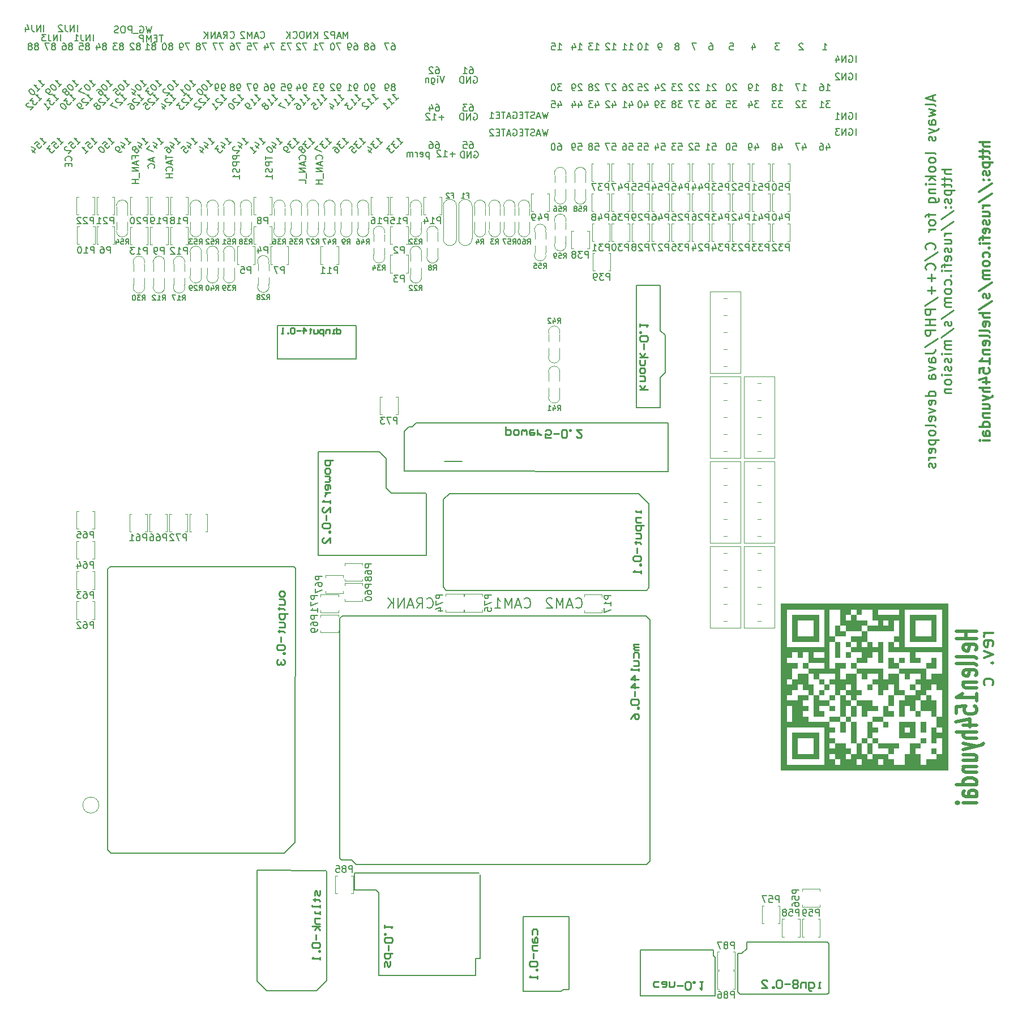
<source format=gbo>
G75*
G70*
%OFA0B0*%
%FSLAX25Y25*%
%IPPOS*%
%LPD*%
%AMOC8*
5,1,8,0,0,1.08239X$1,22.5*
%
%ADD10C,0.00787*%
%ADD101C,0.00390*%
%ADD83C,0.00984*%
%ADD85C,0.01969*%
%ADD93C,0.00472*%
%ADD94C,0.01181*%
%ADD96C,0.00591*%
%ADD98C,0.00500*%
%ADD99C,0.01000*%
X0000000Y0000000D02*
%LPD*%
G01*
D96*
X0099831Y0512767D02*
X0100019Y0512955D01*
X0100206Y0513517D01*
X0100206Y0513892D01*
X0100019Y0514454D01*
X0099644Y0514829D01*
X0099269Y0515017D01*
X0098519Y0515204D01*
X0097957Y0515204D01*
X0097207Y0515017D01*
X0096832Y0514829D01*
X0096457Y0514454D01*
X0096269Y0513892D01*
X0096269Y0513517D01*
X0096457Y0512955D01*
X0096644Y0512767D01*
X0098144Y0511080D02*
X0098144Y0509768D01*
X0100206Y0509205D02*
X0100206Y0511080D01*
X0096269Y0511080D01*
X0096269Y0509205D01*
D83*
X0606860Y0551265D02*
X0606860Y0548453D01*
X0608548Y0551828D02*
X0602642Y0549859D01*
X0608548Y0547891D01*
X0608548Y0545079D02*
X0608266Y0545641D01*
X0607704Y0545922D01*
X0602642Y0545922D01*
X0604611Y0543391D02*
X0608548Y0542267D01*
X0605735Y0541142D01*
X0608548Y0540017D01*
X0604611Y0538892D01*
X0608548Y0534111D02*
X0605454Y0534111D01*
X0604892Y0534393D01*
X0604611Y0534955D01*
X0604611Y0536080D01*
X0604892Y0536642D01*
X0608266Y0534111D02*
X0608548Y0534674D01*
X0608548Y0536080D01*
X0608266Y0536642D01*
X0607704Y0536924D01*
X0607141Y0536924D01*
X0606579Y0536642D01*
X0606298Y0536080D01*
X0606298Y0534674D01*
X0606017Y0534111D01*
X0604611Y0531862D02*
X0608548Y0530456D01*
X0604611Y0529049D02*
X0608548Y0530456D01*
X0609954Y0531018D01*
X0610235Y0531299D01*
X0610516Y0531862D01*
X0608266Y0527081D02*
X0608548Y0526519D01*
X0608548Y0525394D01*
X0608266Y0524831D01*
X0607704Y0524550D01*
X0607423Y0524550D01*
X0606860Y0524831D01*
X0606579Y0525394D01*
X0606579Y0526237D01*
X0606298Y0526800D01*
X0605735Y0527081D01*
X0605454Y0527081D01*
X0604892Y0526800D01*
X0604611Y0526237D01*
X0604611Y0525394D01*
X0604892Y0524831D01*
X0608548Y0516676D02*
X0608266Y0517238D01*
X0607704Y0517520D01*
X0602642Y0517520D01*
X0608548Y0513583D02*
X0608266Y0514145D01*
X0607985Y0514426D01*
X0607423Y0514708D01*
X0605735Y0514708D01*
X0605173Y0514426D01*
X0604892Y0514145D01*
X0604611Y0513583D01*
X0604611Y0512739D01*
X0604892Y0512177D01*
X0605173Y0511895D01*
X0605735Y0511614D01*
X0607423Y0511614D01*
X0607985Y0511895D01*
X0608266Y0512177D01*
X0608548Y0512739D01*
X0608548Y0513583D01*
X0608548Y0508240D02*
X0608266Y0508802D01*
X0607985Y0509083D01*
X0607423Y0509364D01*
X0605735Y0509364D01*
X0605173Y0509083D01*
X0604892Y0508802D01*
X0604611Y0508240D01*
X0604611Y0507396D01*
X0604892Y0506834D01*
X0605173Y0506552D01*
X0605735Y0506271D01*
X0607423Y0506271D01*
X0607985Y0506552D01*
X0608266Y0506834D01*
X0608548Y0507396D01*
X0608548Y0508240D01*
X0608548Y0503740D02*
X0602642Y0503740D01*
X0606298Y0503178D02*
X0608548Y0501490D01*
X0604611Y0501490D02*
X0606860Y0503740D01*
X0608548Y0498960D02*
X0604611Y0498960D01*
X0602642Y0498960D02*
X0602923Y0499241D01*
X0603204Y0498960D01*
X0602923Y0498678D01*
X0602642Y0498960D01*
X0603204Y0498960D01*
X0604611Y0496147D02*
X0608548Y0496147D01*
X0605173Y0496147D02*
X0604892Y0495866D01*
X0604611Y0495304D01*
X0604611Y0494460D01*
X0604892Y0493898D01*
X0605454Y0493616D01*
X0608548Y0493616D01*
X0604611Y0488273D02*
X0609391Y0488273D01*
X0609954Y0488555D01*
X0610235Y0488836D01*
X0610516Y0489398D01*
X0610516Y0490242D01*
X0610235Y0490804D01*
X0608266Y0488273D02*
X0608548Y0488836D01*
X0608548Y0489961D01*
X0608266Y0490523D01*
X0607985Y0490804D01*
X0607423Y0491085D01*
X0605735Y0491085D01*
X0605173Y0490804D01*
X0604892Y0490523D01*
X0604611Y0489961D01*
X0604611Y0488836D01*
X0604892Y0488273D01*
X0604611Y0481805D02*
X0604611Y0479556D01*
X0608548Y0480962D02*
X0603486Y0480962D01*
X0602923Y0480681D01*
X0602642Y0480118D01*
X0602642Y0479556D01*
X0608548Y0476744D02*
X0608266Y0477306D01*
X0607985Y0477587D01*
X0607423Y0477868D01*
X0605735Y0477868D01*
X0605173Y0477587D01*
X0604892Y0477306D01*
X0604611Y0476744D01*
X0604611Y0475900D01*
X0604892Y0475337D01*
X0605173Y0475056D01*
X0605735Y0474775D01*
X0607423Y0474775D01*
X0607985Y0475056D01*
X0608266Y0475337D01*
X0608548Y0475900D01*
X0608548Y0476744D01*
X0608548Y0472244D02*
X0604611Y0472244D01*
X0605735Y0472244D02*
X0605173Y0471963D01*
X0604892Y0471682D01*
X0604611Y0471119D01*
X0604611Y0470557D01*
X0607985Y0460714D02*
X0608266Y0460996D01*
X0608548Y0461839D01*
X0608548Y0462402D01*
X0608266Y0463245D01*
X0607704Y0463808D01*
X0607141Y0464089D01*
X0606017Y0464370D01*
X0605173Y0464370D01*
X0604048Y0464089D01*
X0603486Y0463808D01*
X0602923Y0463245D01*
X0602642Y0462402D01*
X0602642Y0461839D01*
X0602923Y0460996D01*
X0603204Y0460714D01*
X0602361Y0453965D02*
X0609954Y0459027D01*
X0607985Y0448622D02*
X0608266Y0448903D01*
X0608548Y0449747D01*
X0608548Y0450309D01*
X0608266Y0451153D01*
X0607704Y0451715D01*
X0607141Y0451997D01*
X0606017Y0452278D01*
X0605173Y0452278D01*
X0604048Y0451997D01*
X0603486Y0451715D01*
X0602923Y0451153D01*
X0602642Y0450309D01*
X0602642Y0449747D01*
X0602923Y0448903D01*
X0603204Y0448622D01*
X0606298Y0446091D02*
X0606298Y0441592D01*
X0608548Y0443841D02*
X0604048Y0443841D01*
X0606298Y0438780D02*
X0606298Y0434280D01*
X0608548Y0436530D02*
X0604048Y0436530D01*
X0602361Y0427250D02*
X0609954Y0432312D01*
X0608548Y0425281D02*
X0602642Y0425281D01*
X0602642Y0423031D01*
X0602923Y0422469D01*
X0603204Y0422188D01*
X0603767Y0421907D01*
X0604611Y0421907D01*
X0605173Y0422188D01*
X0605454Y0422469D01*
X0605735Y0423031D01*
X0605735Y0425281D01*
X0608548Y0419376D02*
X0602642Y0419376D01*
X0605454Y0419376D02*
X0605454Y0416001D01*
X0608548Y0416001D02*
X0602642Y0416001D01*
X0608548Y0413189D02*
X0602642Y0413189D01*
X0602642Y0410939D01*
X0602923Y0410377D01*
X0603204Y0410096D01*
X0603767Y0409814D01*
X0604611Y0409814D01*
X0605173Y0410096D01*
X0605454Y0410377D01*
X0605735Y0410939D01*
X0605735Y0413189D01*
X0602361Y0403065D02*
X0609954Y0408127D01*
X0602642Y0399409D02*
X0606860Y0399409D01*
X0607704Y0399691D01*
X0608266Y0400253D01*
X0608548Y0401097D01*
X0608548Y0401659D01*
X0608548Y0394066D02*
X0605454Y0394066D01*
X0604892Y0394348D01*
X0604611Y0394910D01*
X0604611Y0396035D01*
X0604892Y0396597D01*
X0608266Y0394066D02*
X0608548Y0394629D01*
X0608548Y0396035D01*
X0608266Y0396597D01*
X0607704Y0396879D01*
X0607141Y0396879D01*
X0606579Y0396597D01*
X0606298Y0396035D01*
X0606298Y0394629D01*
X0606017Y0394066D01*
X0604611Y0391817D02*
X0608548Y0390411D01*
X0604611Y0389004D01*
X0608548Y0384224D02*
X0605454Y0384224D01*
X0604892Y0384505D01*
X0604611Y0385067D01*
X0604611Y0386192D01*
X0604892Y0386755D01*
X0608266Y0384224D02*
X0608548Y0384786D01*
X0608548Y0386192D01*
X0608266Y0386755D01*
X0607704Y0387036D01*
X0607141Y0387036D01*
X0606579Y0386755D01*
X0606298Y0386192D01*
X0606298Y0384786D01*
X0606017Y0384224D01*
X0608548Y0374381D02*
X0602642Y0374381D01*
X0608266Y0374381D02*
X0608548Y0374944D01*
X0608548Y0376069D01*
X0608266Y0376631D01*
X0607985Y0376912D01*
X0607423Y0377193D01*
X0605735Y0377193D01*
X0605173Y0376912D01*
X0604892Y0376631D01*
X0604611Y0376069D01*
X0604611Y0374944D01*
X0604892Y0374381D01*
X0608266Y0369319D02*
X0608548Y0369882D01*
X0608548Y0371007D01*
X0608266Y0371569D01*
X0607704Y0371850D01*
X0605454Y0371850D01*
X0604892Y0371569D01*
X0604611Y0371007D01*
X0604611Y0369882D01*
X0604892Y0369319D01*
X0605454Y0369038D01*
X0606017Y0369038D01*
X0606579Y0371850D01*
X0604611Y0367070D02*
X0608548Y0365664D01*
X0604611Y0364258D01*
X0608266Y0359758D02*
X0608548Y0360321D01*
X0608548Y0361445D01*
X0608266Y0362008D01*
X0607704Y0362289D01*
X0605454Y0362289D01*
X0604892Y0362008D01*
X0604611Y0361445D01*
X0604611Y0360321D01*
X0604892Y0359758D01*
X0605454Y0359477D01*
X0606017Y0359477D01*
X0606579Y0362289D01*
X0608548Y0356102D02*
X0608266Y0356665D01*
X0607704Y0356946D01*
X0602642Y0356946D01*
X0608548Y0353009D02*
X0608266Y0353571D01*
X0607985Y0353853D01*
X0607423Y0354134D01*
X0605735Y0354134D01*
X0605173Y0353853D01*
X0604892Y0353571D01*
X0604611Y0353009D01*
X0604611Y0352165D01*
X0604892Y0351603D01*
X0605173Y0351322D01*
X0605735Y0351040D01*
X0607423Y0351040D01*
X0607985Y0351322D01*
X0608266Y0351603D01*
X0608548Y0352165D01*
X0608548Y0353009D01*
X0604611Y0348510D02*
X0610516Y0348510D01*
X0604892Y0348510D02*
X0604611Y0347947D01*
X0604611Y0346822D01*
X0604892Y0346260D01*
X0605173Y0345979D01*
X0605735Y0345697D01*
X0607423Y0345697D01*
X0607985Y0345979D01*
X0608266Y0346260D01*
X0608548Y0346822D01*
X0608548Y0347947D01*
X0608266Y0348510D01*
X0608266Y0340917D02*
X0608548Y0341479D01*
X0608548Y0342604D01*
X0608266Y0343166D01*
X0607704Y0343448D01*
X0605454Y0343448D01*
X0604892Y0343166D01*
X0604611Y0342604D01*
X0604611Y0341479D01*
X0604892Y0340917D01*
X0605454Y0340636D01*
X0606017Y0340636D01*
X0606579Y0343448D01*
X0608548Y0338105D02*
X0604611Y0338105D01*
X0605735Y0338105D02*
X0605173Y0337823D01*
X0604892Y0337542D01*
X0604611Y0336980D01*
X0604611Y0336417D01*
X0608266Y0334730D02*
X0608548Y0334168D01*
X0608548Y0333043D01*
X0608266Y0332480D01*
X0607704Y0332199D01*
X0607423Y0332199D01*
X0606860Y0332480D01*
X0606579Y0333043D01*
X0606579Y0333886D01*
X0606298Y0334449D01*
X0605735Y0334730D01*
X0605454Y0334730D01*
X0604892Y0334449D01*
X0604611Y0333886D01*
X0604611Y0333043D01*
X0604892Y0332480D01*
X0618055Y0507537D02*
X0612150Y0507537D01*
X0618055Y0505006D02*
X0614962Y0505006D01*
X0614400Y0505287D01*
X0614118Y0505849D01*
X0614118Y0506693D01*
X0614400Y0507255D01*
X0614681Y0507537D01*
X0614118Y0503037D02*
X0614118Y0500787D01*
X0612150Y0502193D02*
X0617212Y0502193D01*
X0617774Y0501912D01*
X0618055Y0501350D01*
X0618055Y0500787D01*
X0614118Y0499663D02*
X0614118Y0497413D01*
X0612150Y0498819D02*
X0617212Y0498819D01*
X0617774Y0498538D01*
X0618055Y0497975D01*
X0618055Y0497413D01*
X0614118Y0495444D02*
X0620024Y0495444D01*
X0614400Y0495444D02*
X0614118Y0494882D01*
X0614118Y0493757D01*
X0614400Y0493195D01*
X0614681Y0492913D01*
X0615243Y0492632D01*
X0616931Y0492632D01*
X0617493Y0492913D01*
X0617774Y0493195D01*
X0618055Y0493757D01*
X0618055Y0494882D01*
X0617774Y0495444D01*
X0617774Y0490382D02*
X0618055Y0489820D01*
X0618055Y0488695D01*
X0617774Y0488133D01*
X0617212Y0487852D01*
X0616931Y0487852D01*
X0616368Y0488133D01*
X0616087Y0488695D01*
X0616087Y0489539D01*
X0615806Y0490101D01*
X0615243Y0490382D01*
X0614962Y0490382D01*
X0614400Y0490101D01*
X0614118Y0489539D01*
X0614118Y0488695D01*
X0614400Y0488133D01*
X0617493Y0485321D02*
X0617774Y0485039D01*
X0618055Y0485321D01*
X0617774Y0485602D01*
X0617493Y0485321D01*
X0618055Y0485321D01*
X0614400Y0485321D02*
X0614681Y0485039D01*
X0614962Y0485321D01*
X0614681Y0485602D01*
X0614400Y0485321D01*
X0614962Y0485321D01*
X0611869Y0478290D02*
X0619461Y0483352D01*
X0611869Y0472103D02*
X0619461Y0477165D01*
X0618055Y0470135D02*
X0614118Y0470135D01*
X0615243Y0470135D02*
X0614681Y0469854D01*
X0614400Y0469573D01*
X0614118Y0469010D01*
X0614118Y0468448D01*
X0614118Y0463948D02*
X0618055Y0463948D01*
X0614118Y0466479D02*
X0617212Y0466479D01*
X0617774Y0466198D01*
X0618055Y0465636D01*
X0618055Y0464792D01*
X0617774Y0464229D01*
X0617493Y0463948D01*
X0617774Y0461417D02*
X0618055Y0460855D01*
X0618055Y0459730D01*
X0617774Y0459168D01*
X0617212Y0458886D01*
X0616931Y0458886D01*
X0616368Y0459168D01*
X0616087Y0459730D01*
X0616087Y0460574D01*
X0615806Y0461136D01*
X0615243Y0461417D01*
X0614962Y0461417D01*
X0614400Y0461136D01*
X0614118Y0460574D01*
X0614118Y0459730D01*
X0614400Y0459168D01*
X0617774Y0454106D02*
X0618055Y0454668D01*
X0618055Y0455793D01*
X0617774Y0456355D01*
X0617212Y0456637D01*
X0614962Y0456637D01*
X0614400Y0456355D01*
X0614118Y0455793D01*
X0614118Y0454668D01*
X0614400Y0454106D01*
X0614962Y0453825D01*
X0615524Y0453825D01*
X0616087Y0456637D01*
X0614118Y0452137D02*
X0614118Y0449888D01*
X0618055Y0451294D02*
X0612994Y0451294D01*
X0612431Y0451012D01*
X0612150Y0450450D01*
X0612150Y0449888D01*
X0618055Y0447919D02*
X0614118Y0447919D01*
X0612150Y0447919D02*
X0612431Y0448200D01*
X0612712Y0447919D01*
X0612431Y0447638D01*
X0612150Y0447919D01*
X0612712Y0447919D01*
X0617493Y0445107D02*
X0617774Y0444826D01*
X0618055Y0445107D01*
X0617774Y0445388D01*
X0617493Y0445107D01*
X0618055Y0445107D01*
X0617774Y0439764D02*
X0618055Y0440326D01*
X0618055Y0441451D01*
X0617774Y0442014D01*
X0617493Y0442295D01*
X0616931Y0442576D01*
X0615243Y0442576D01*
X0614681Y0442295D01*
X0614400Y0442014D01*
X0614118Y0441451D01*
X0614118Y0440326D01*
X0614400Y0439764D01*
X0618055Y0436389D02*
X0617774Y0436952D01*
X0617493Y0437233D01*
X0616931Y0437514D01*
X0615243Y0437514D01*
X0614681Y0437233D01*
X0614400Y0436952D01*
X0614118Y0436389D01*
X0614118Y0435546D01*
X0614400Y0434983D01*
X0614681Y0434702D01*
X0615243Y0434421D01*
X0616931Y0434421D01*
X0617493Y0434702D01*
X0617774Y0434983D01*
X0618055Y0435546D01*
X0618055Y0436389D01*
X0618055Y0431890D02*
X0614118Y0431890D01*
X0614681Y0431890D02*
X0614400Y0431609D01*
X0614118Y0431046D01*
X0614118Y0430202D01*
X0614400Y0429640D01*
X0614962Y0429359D01*
X0618055Y0429359D01*
X0614962Y0429359D02*
X0614400Y0429078D01*
X0614118Y0428515D01*
X0614118Y0427672D01*
X0614400Y0427109D01*
X0614962Y0426828D01*
X0618055Y0426828D01*
X0611869Y0419798D02*
X0619461Y0424859D01*
X0617774Y0418110D02*
X0618055Y0417548D01*
X0618055Y0416423D01*
X0617774Y0415861D01*
X0617212Y0415579D01*
X0616931Y0415579D01*
X0616368Y0415861D01*
X0616087Y0416423D01*
X0616087Y0417267D01*
X0615806Y0417829D01*
X0615243Y0418110D01*
X0614962Y0418110D01*
X0614400Y0417829D01*
X0614118Y0417267D01*
X0614118Y0416423D01*
X0614400Y0415861D01*
X0611869Y0408830D02*
X0619461Y0413892D01*
X0618055Y0406862D02*
X0614118Y0406862D01*
X0614681Y0406862D02*
X0614400Y0406580D01*
X0614118Y0406018D01*
X0614118Y0405174D01*
X0614400Y0404612D01*
X0614962Y0404331D01*
X0618055Y0404331D01*
X0614962Y0404331D02*
X0614400Y0404049D01*
X0614118Y0403487D01*
X0614118Y0402643D01*
X0614400Y0402081D01*
X0614962Y0401800D01*
X0618055Y0401800D01*
X0618055Y0398988D02*
X0614118Y0398988D01*
X0612150Y0398988D02*
X0612431Y0399269D01*
X0612712Y0398988D01*
X0612431Y0398706D01*
X0612150Y0398988D01*
X0612712Y0398988D01*
X0617774Y0396457D02*
X0618055Y0395894D01*
X0618055Y0394769D01*
X0617774Y0394207D01*
X0617212Y0393926D01*
X0616931Y0393926D01*
X0616368Y0394207D01*
X0616087Y0394769D01*
X0616087Y0395613D01*
X0615806Y0396175D01*
X0615243Y0396457D01*
X0614962Y0396457D01*
X0614400Y0396175D01*
X0614118Y0395613D01*
X0614118Y0394769D01*
X0614400Y0394207D01*
X0617774Y0391676D02*
X0618055Y0391114D01*
X0618055Y0389989D01*
X0617774Y0389426D01*
X0617212Y0389145D01*
X0616931Y0389145D01*
X0616368Y0389426D01*
X0616087Y0389989D01*
X0616087Y0390832D01*
X0615806Y0391395D01*
X0615243Y0391676D01*
X0614962Y0391676D01*
X0614400Y0391395D01*
X0614118Y0390832D01*
X0614118Y0389989D01*
X0614400Y0389426D01*
X0618055Y0386614D02*
X0614118Y0386614D01*
X0612150Y0386614D02*
X0612431Y0386895D01*
X0612712Y0386614D01*
X0612431Y0386333D01*
X0612150Y0386614D01*
X0612712Y0386614D01*
X0618055Y0382958D02*
X0617774Y0383521D01*
X0617493Y0383802D01*
X0616931Y0384083D01*
X0615243Y0384083D01*
X0614681Y0383802D01*
X0614400Y0383521D01*
X0614118Y0382958D01*
X0614118Y0382115D01*
X0614400Y0381552D01*
X0614681Y0381271D01*
X0615243Y0380990D01*
X0616931Y0380990D01*
X0617493Y0381271D01*
X0617774Y0381552D01*
X0618055Y0382115D01*
X0618055Y0382958D01*
X0614118Y0378459D02*
X0618055Y0378459D01*
X0614681Y0378459D02*
X0614400Y0378178D01*
X0614118Y0377615D01*
X0614118Y0376772D01*
X0614400Y0376209D01*
X0614962Y0375928D01*
X0618055Y0375928D01*
D96*
X0325872Y0516648D02*
X0322872Y0516648D01*
X0324372Y0515148D02*
X0324372Y0518148D01*
X0318935Y0515148D02*
X0321185Y0515148D01*
X0320060Y0515148D02*
X0320060Y0519085D01*
X0320435Y0518523D01*
X0320810Y0518148D01*
X0321185Y0517960D01*
X0317435Y0518710D02*
X0317248Y0518898D01*
X0316873Y0519085D01*
X0315936Y0519085D01*
X0315561Y0518898D01*
X0315373Y0518710D01*
X0315186Y0518335D01*
X0315186Y0517960D01*
X0315373Y0517398D01*
X0317623Y0515148D01*
X0315186Y0515148D01*
X0310499Y0517773D02*
X0310499Y0513836D01*
X0310499Y0517585D02*
X0310124Y0517773D01*
X0309374Y0517773D01*
X0308999Y0517585D01*
X0308811Y0517398D01*
X0308624Y0517023D01*
X0308624Y0515898D01*
X0308811Y0515523D01*
X0308999Y0515336D01*
X0309374Y0515148D01*
X0310124Y0515148D01*
X0310499Y0515336D01*
X0305437Y0515336D02*
X0305812Y0515148D01*
X0306562Y0515148D01*
X0306937Y0515336D01*
X0307124Y0515711D01*
X0307124Y0517210D01*
X0306937Y0517585D01*
X0306562Y0517773D01*
X0305812Y0517773D01*
X0305437Y0517585D01*
X0305249Y0517210D01*
X0305249Y0516835D01*
X0307124Y0516460D01*
X0303562Y0515148D02*
X0303562Y0517773D01*
X0303562Y0517023D02*
X0303375Y0517398D01*
X0303187Y0517585D01*
X0302812Y0517773D01*
X0302437Y0517773D01*
X0301125Y0515148D02*
X0301125Y0517773D01*
X0301125Y0517398D02*
X0300937Y0517585D01*
X0300562Y0517773D01*
X0300000Y0517773D01*
X0299625Y0517585D01*
X0299438Y0517210D01*
X0299438Y0515148D01*
X0299438Y0517210D02*
X0299250Y0517585D01*
X0298875Y0517773D01*
X0298313Y0517773D01*
X0297938Y0517585D01*
X0297750Y0517210D01*
X0297750Y0515148D01*
X0380727Y0531290D02*
X0379790Y0527353D01*
X0379040Y0530165D01*
X0378290Y0527353D01*
X0377353Y0531290D01*
X0376040Y0528478D02*
X0374166Y0528478D01*
X0376415Y0527353D02*
X0375103Y0531290D01*
X0373791Y0527353D01*
X0372666Y0527540D02*
X0372103Y0527353D01*
X0371166Y0527353D01*
X0370791Y0527540D01*
X0370604Y0527728D01*
X0370416Y0528103D01*
X0370416Y0528478D01*
X0370604Y0528853D01*
X0370791Y0529040D01*
X0371166Y0529228D01*
X0371916Y0529415D01*
X0372291Y0529603D01*
X0372478Y0529790D01*
X0372666Y0530165D01*
X0372666Y0530540D01*
X0372478Y0530915D01*
X0372291Y0531102D01*
X0371916Y0531290D01*
X0370979Y0531290D01*
X0370416Y0531102D01*
X0369291Y0531290D02*
X0367042Y0531290D01*
X0368166Y0527353D02*
X0368166Y0531290D01*
X0365729Y0529415D02*
X0364417Y0529415D01*
X0363855Y0527353D02*
X0365729Y0527353D01*
X0365729Y0531290D01*
X0363855Y0531290D01*
X0360105Y0531102D02*
X0360480Y0531290D01*
X0361042Y0531290D01*
X0361605Y0531102D01*
X0361980Y0530727D01*
X0362167Y0530352D01*
X0362355Y0529603D01*
X0362355Y0529040D01*
X0362167Y0528290D01*
X0361980Y0527915D01*
X0361605Y0527540D01*
X0361042Y0527353D01*
X0360667Y0527353D01*
X0360105Y0527540D01*
X0359918Y0527728D01*
X0359918Y0529040D01*
X0360667Y0529040D01*
X0358418Y0528478D02*
X0356543Y0528478D01*
X0358793Y0527353D02*
X0357480Y0531290D01*
X0356168Y0527353D01*
X0355418Y0531290D02*
X0353168Y0531290D01*
X0354293Y0527353D02*
X0354293Y0531290D01*
X0351856Y0529415D02*
X0350544Y0529415D01*
X0349981Y0527353D02*
X0351856Y0527353D01*
X0351856Y0531290D01*
X0349981Y0531290D01*
X0348481Y0530915D02*
X0348294Y0531102D01*
X0347919Y0531290D01*
X0346982Y0531290D01*
X0346607Y0531102D01*
X0346419Y0530915D01*
X0346232Y0530540D01*
X0346232Y0530165D01*
X0346419Y0529603D01*
X0348669Y0527353D01*
X0346232Y0527353D01*
X0147282Y0591920D02*
X0146344Y0587983D01*
X0145594Y0590795D01*
X0144844Y0587983D01*
X0143907Y0591920D01*
X0140345Y0591732D02*
X0140720Y0591920D01*
X0141282Y0591920D01*
X0141845Y0591732D01*
X0142220Y0591357D01*
X0142407Y0590982D01*
X0142595Y0590232D01*
X0142595Y0589670D01*
X0142407Y0588920D01*
X0142220Y0588545D01*
X0141845Y0588170D01*
X0141282Y0587983D01*
X0140907Y0587983D01*
X0140345Y0588170D01*
X0140157Y0588358D01*
X0140157Y0589670D01*
X0140907Y0589670D01*
X0139408Y0587608D02*
X0136408Y0587608D01*
X0135471Y0587983D02*
X0135471Y0591920D01*
X0133971Y0591920D01*
X0133596Y0591732D01*
X0133408Y0591545D01*
X0133221Y0591170D01*
X0133221Y0590607D01*
X0133408Y0590232D01*
X0133596Y0590045D01*
X0133971Y0589858D01*
X0135471Y0589858D01*
X0130784Y0591920D02*
X0130034Y0591920D01*
X0129659Y0591732D01*
X0129284Y0591357D01*
X0129096Y0590607D01*
X0129096Y0589295D01*
X0129284Y0588545D01*
X0129659Y0588170D01*
X0130034Y0587983D01*
X0130784Y0587983D01*
X0131159Y0588170D01*
X0131534Y0588545D01*
X0131721Y0589295D01*
X0131721Y0590607D01*
X0131534Y0591357D01*
X0131159Y0591732D01*
X0130784Y0591920D01*
X0127597Y0588170D02*
X0127034Y0587983D01*
X0126097Y0587983D01*
X0125722Y0588170D01*
X0125534Y0588358D01*
X0125347Y0588733D01*
X0125347Y0589108D01*
X0125534Y0589483D01*
X0125722Y0589670D01*
X0126097Y0589858D01*
X0126847Y0590045D01*
X0127222Y0590232D01*
X0127409Y0590420D01*
X0127597Y0590795D01*
X0127597Y0591170D01*
X0127409Y0591545D01*
X0127222Y0591732D01*
X0126847Y0591920D01*
X0125909Y0591920D01*
X0125347Y0591732D01*
X0336858Y0562205D02*
X0337233Y0562392D01*
X0337795Y0562392D01*
X0338358Y0562205D01*
X0338733Y0561830D01*
X0338920Y0561455D01*
X0339108Y0560705D01*
X0339108Y0560142D01*
X0338920Y0559393D01*
X0338733Y0559018D01*
X0338358Y0558643D01*
X0337795Y0558455D01*
X0337420Y0558455D01*
X0336858Y0558643D01*
X0336670Y0558830D01*
X0336670Y0560142D01*
X0337420Y0560142D01*
X0334983Y0558455D02*
X0334983Y0562392D01*
X0332733Y0558455D01*
X0332733Y0562392D01*
X0330859Y0558455D02*
X0330859Y0562392D01*
X0329921Y0562392D01*
X0329359Y0562205D01*
X0328984Y0561830D01*
X0328796Y0561455D01*
X0328609Y0560705D01*
X0328609Y0560142D01*
X0328796Y0559393D01*
X0328984Y0559018D01*
X0329359Y0558643D01*
X0329921Y0558455D01*
X0330859Y0558455D01*
X0262748Y0584833D02*
X0262748Y0588770D01*
X0261436Y0585958D01*
X0260124Y0588770D01*
X0260124Y0584833D01*
X0258436Y0585958D02*
X0256562Y0585958D01*
X0258811Y0584833D02*
X0257499Y0588770D01*
X0256187Y0584833D01*
X0254874Y0584833D02*
X0254874Y0588770D01*
X0253375Y0588770D01*
X0253000Y0588583D01*
X0252812Y0588395D01*
X0252625Y0588020D01*
X0252625Y0587458D01*
X0252812Y0587083D01*
X0253000Y0586895D01*
X0253375Y0586708D01*
X0254874Y0586708D01*
X0251125Y0588395D02*
X0250937Y0588583D01*
X0250562Y0588770D01*
X0249625Y0588770D01*
X0249250Y0588583D01*
X0249063Y0588395D01*
X0248875Y0588020D01*
X0248875Y0587645D01*
X0249063Y0587083D01*
X0251312Y0584833D01*
X0248875Y0584833D01*
X0214379Y0515504D02*
X0214379Y0513255D01*
X0218316Y0514379D02*
X0214379Y0514379D01*
X0218316Y0511942D02*
X0214379Y0511942D01*
X0214379Y0510442D01*
X0214567Y0510067D01*
X0214754Y0509880D01*
X0215129Y0509693D01*
X0215692Y0509693D01*
X0216067Y0509880D01*
X0216254Y0510067D01*
X0216442Y0510442D01*
X0216442Y0511942D01*
X0218129Y0508193D02*
X0218316Y0507630D01*
X0218316Y0506693D01*
X0218129Y0506318D01*
X0217942Y0506130D01*
X0217567Y0505943D01*
X0217192Y0505943D01*
X0216817Y0506130D01*
X0216629Y0506318D01*
X0216442Y0506693D01*
X0216254Y0507443D01*
X0216067Y0507818D01*
X0215879Y0508005D01*
X0215504Y0508193D01*
X0215129Y0508193D01*
X0214754Y0508005D01*
X0214567Y0507818D01*
X0214379Y0507443D01*
X0214379Y0506505D01*
X0214567Y0505943D01*
X0218316Y0502193D02*
X0218316Y0504443D01*
X0218316Y0503318D02*
X0214379Y0503318D01*
X0214942Y0503693D01*
X0215317Y0504068D01*
X0215504Y0504443D01*
X0319423Y0538301D02*
X0316423Y0538301D01*
X0317923Y0536802D02*
X0317923Y0539801D01*
X0312486Y0536802D02*
X0314736Y0536802D01*
X0313611Y0536802D02*
X0313611Y0540739D01*
X0313986Y0540176D01*
X0314361Y0539801D01*
X0314736Y0539614D01*
X0310986Y0540364D02*
X0310799Y0540551D01*
X0310424Y0540739D01*
X0309486Y0540739D01*
X0309111Y0540551D01*
X0308924Y0540364D01*
X0308736Y0539989D01*
X0308736Y0539614D01*
X0308924Y0539051D01*
X0311174Y0536802D01*
X0308736Y0536802D01*
X0561811Y0537195D02*
X0561811Y0541132D01*
X0557874Y0540945D02*
X0558249Y0541132D01*
X0558811Y0541132D01*
X0559374Y0540945D01*
X0559749Y0540570D01*
X0559936Y0540195D01*
X0560124Y0539445D01*
X0560124Y0538883D01*
X0559936Y0538133D01*
X0559749Y0537758D01*
X0559374Y0537383D01*
X0558811Y0537195D01*
X0558436Y0537195D01*
X0557874Y0537383D01*
X0557687Y0537570D01*
X0557687Y0538883D01*
X0558436Y0538883D01*
X0555999Y0537195D02*
X0555999Y0541132D01*
X0553750Y0537195D01*
X0553750Y0541132D01*
X0549813Y0537195D02*
X0552062Y0537195D01*
X0550937Y0537195D02*
X0550937Y0541132D01*
X0551312Y0540570D01*
X0551687Y0540195D01*
X0552062Y0540008D01*
D85*
X0632902Y0235822D02*
X0621091Y0235822D01*
X0626715Y0235822D02*
X0626715Y0231323D01*
X0632902Y0231323D02*
X0621091Y0231323D01*
X0632340Y0224573D02*
X0632902Y0225323D01*
X0632902Y0226823D01*
X0632340Y0227573D01*
X0631215Y0227948D01*
X0626715Y0227948D01*
X0625591Y0227573D01*
X0625028Y0226823D01*
X0625028Y0225323D01*
X0625591Y0224573D01*
X0626715Y0224199D01*
X0627840Y0224199D01*
X0628965Y0227948D01*
X0632902Y0219699D02*
X0632340Y0220449D01*
X0631215Y0220824D01*
X0621091Y0220824D01*
X0632902Y0215575D02*
X0632340Y0216325D01*
X0631215Y0216699D01*
X0621091Y0216699D01*
X0632340Y0209575D02*
X0632902Y0210325D01*
X0632902Y0211825D01*
X0632340Y0212575D01*
X0631215Y0212950D01*
X0626715Y0212950D01*
X0625591Y0212575D01*
X0625028Y0211825D01*
X0625028Y0210325D01*
X0625591Y0209575D01*
X0626715Y0209200D01*
X0627840Y0209200D01*
X0628965Y0212950D01*
X0625028Y0205826D02*
X0632902Y0205826D01*
X0626153Y0205826D02*
X0625591Y0205451D01*
X0625028Y0204701D01*
X0625028Y0203576D01*
X0625591Y0202826D01*
X0626715Y0202451D01*
X0632902Y0202451D01*
X0632902Y0194577D02*
X0632902Y0199077D01*
X0632902Y0196827D02*
X0621091Y0196827D01*
X0622778Y0197577D01*
X0623903Y0198327D01*
X0624466Y0199077D01*
X0621091Y0187453D02*
X0621091Y0191203D01*
X0626715Y0191578D01*
X0626153Y0191203D01*
X0625591Y0190453D01*
X0625591Y0188578D01*
X0626153Y0187828D01*
X0626715Y0187453D01*
X0627840Y0187078D01*
X0630652Y0187078D01*
X0631777Y0187453D01*
X0632340Y0187828D01*
X0632902Y0188578D01*
X0632902Y0190453D01*
X0632340Y0191203D01*
X0631777Y0191578D01*
X0625028Y0180329D02*
X0632902Y0180329D01*
X0620529Y0182204D02*
X0628965Y0184079D01*
X0628965Y0179204D01*
X0632902Y0176205D02*
X0621091Y0176205D01*
X0632902Y0172830D02*
X0626715Y0172830D01*
X0625591Y0173205D01*
X0625028Y0173955D01*
X0625028Y0175080D01*
X0625591Y0175830D01*
X0626153Y0176205D01*
X0625028Y0169830D02*
X0632902Y0167956D01*
X0625028Y0166081D02*
X0632902Y0167956D01*
X0635714Y0168705D01*
X0636277Y0169080D01*
X0636839Y0169830D01*
X0625028Y0159707D02*
X0632902Y0159707D01*
X0625028Y0163081D02*
X0631215Y0163081D01*
X0632340Y0162706D01*
X0632902Y0161956D01*
X0632902Y0160831D01*
X0632340Y0160082D01*
X0631777Y0159707D01*
X0625028Y0155957D02*
X0632902Y0155957D01*
X0626153Y0155957D02*
X0625591Y0155582D01*
X0625028Y0154832D01*
X0625028Y0153707D01*
X0625591Y0152957D01*
X0626715Y0152582D01*
X0632902Y0152582D01*
X0632902Y0145458D02*
X0621091Y0145458D01*
X0632340Y0145458D02*
X0632902Y0146208D01*
X0632902Y0147708D01*
X0632340Y0148458D01*
X0631777Y0148833D01*
X0630652Y0149208D01*
X0627278Y0149208D01*
X0626153Y0148833D01*
X0625591Y0148458D01*
X0625028Y0147708D01*
X0625028Y0146208D01*
X0625591Y0145458D01*
X0632902Y0138334D02*
X0626715Y0138334D01*
X0625591Y0138709D01*
X0625028Y0139459D01*
X0625028Y0140959D01*
X0625591Y0141709D01*
X0632340Y0138334D02*
X0632902Y0139084D01*
X0632902Y0140959D01*
X0632340Y0141709D01*
X0631215Y0142084D01*
X0630090Y0142084D01*
X0628965Y0141709D01*
X0628403Y0140959D01*
X0628403Y0139084D01*
X0627840Y0138334D01*
X0632902Y0134585D02*
X0625028Y0134585D01*
X0621091Y0134585D02*
X0621654Y0134960D01*
X0622216Y0134585D01*
X0621654Y0134210D01*
X0621091Y0134585D01*
X0622216Y0134585D01*
D96*
X0561811Y0527747D02*
X0561811Y0531684D01*
X0557874Y0531496D02*
X0558249Y0531684D01*
X0558811Y0531684D01*
X0559374Y0531496D01*
X0559749Y0531121D01*
X0559936Y0530746D01*
X0560124Y0529996D01*
X0560124Y0529434D01*
X0559936Y0528684D01*
X0559749Y0528309D01*
X0559374Y0527934D01*
X0558811Y0527747D01*
X0558436Y0527747D01*
X0557874Y0527934D01*
X0557687Y0528121D01*
X0557687Y0529434D01*
X0558436Y0529434D01*
X0555999Y0527747D02*
X0555999Y0531684D01*
X0553750Y0527747D01*
X0553750Y0531684D01*
X0552250Y0531684D02*
X0549813Y0531684D01*
X0551125Y0530184D01*
X0550562Y0530184D01*
X0550187Y0529996D01*
X0550000Y0529809D01*
X0549813Y0529434D01*
X0549813Y0528496D01*
X0550000Y0528121D01*
X0550187Y0527934D01*
X0550562Y0527747D01*
X0551687Y0527747D01*
X0552062Y0527934D01*
X0552250Y0528121D01*
X0137514Y0514229D02*
X0137514Y0515542D01*
X0139576Y0515542D02*
X0135639Y0515542D01*
X0135639Y0513667D01*
X0138451Y0512355D02*
X0138451Y0510480D01*
X0139576Y0512730D02*
X0135639Y0511417D01*
X0139576Y0510105D01*
X0139576Y0508793D02*
X0135639Y0508793D01*
X0139576Y0506543D01*
X0135639Y0506543D01*
X0139951Y0505606D02*
X0139951Y0502606D01*
X0139576Y0501669D02*
X0135639Y0501669D01*
X0137514Y0501669D02*
X0137514Y0499419D01*
X0139576Y0499419D02*
X0135639Y0499419D01*
D94*
X0640467Y0523706D02*
X0634561Y0523706D01*
X0640467Y0521175D02*
X0637373Y0521175D01*
X0636811Y0521457D01*
X0636530Y0522019D01*
X0636530Y0522863D01*
X0636811Y0523425D01*
X0637092Y0523706D01*
X0636530Y0519207D02*
X0636530Y0516957D01*
X0634561Y0518363D02*
X0639623Y0518363D01*
X0640186Y0518082D01*
X0640467Y0517520D01*
X0640467Y0516957D01*
X0636530Y0515832D02*
X0636530Y0513583D01*
X0634561Y0514989D02*
X0639623Y0514989D01*
X0640186Y0514708D01*
X0640467Y0514145D01*
X0640467Y0513583D01*
X0636530Y0511614D02*
X0642435Y0511614D01*
X0636811Y0511614D02*
X0636530Y0511052D01*
X0636530Y0509927D01*
X0636811Y0509364D01*
X0637092Y0509083D01*
X0637655Y0508802D01*
X0639342Y0508802D01*
X0639904Y0509083D01*
X0640186Y0509364D01*
X0640467Y0509927D01*
X0640467Y0511052D01*
X0640186Y0511614D01*
X0640186Y0506552D02*
X0640467Y0505990D01*
X0640467Y0504865D01*
X0640186Y0504303D01*
X0639623Y0504021D01*
X0639342Y0504021D01*
X0638780Y0504303D01*
X0638498Y0504865D01*
X0638498Y0505709D01*
X0638217Y0506271D01*
X0637655Y0506552D01*
X0637373Y0506552D01*
X0636811Y0506271D01*
X0636530Y0505709D01*
X0636530Y0504865D01*
X0636811Y0504303D01*
X0639904Y0501490D02*
X0640186Y0501209D01*
X0640467Y0501490D01*
X0640186Y0501772D01*
X0639904Y0501490D01*
X0640467Y0501490D01*
X0636811Y0501490D02*
X0637092Y0501209D01*
X0637373Y0501490D01*
X0637092Y0501772D01*
X0636811Y0501490D01*
X0637373Y0501490D01*
X0634280Y0494460D02*
X0641873Y0499522D01*
X0634280Y0488273D02*
X0641873Y0493335D01*
X0640467Y0486305D02*
X0636530Y0486305D01*
X0637655Y0486305D02*
X0637092Y0486024D01*
X0636811Y0485742D01*
X0636530Y0485180D01*
X0636530Y0484618D01*
X0636530Y0480118D02*
X0640467Y0480118D01*
X0636530Y0482649D02*
X0639623Y0482649D01*
X0640186Y0482368D01*
X0640467Y0481805D01*
X0640467Y0480962D01*
X0640186Y0480399D01*
X0639904Y0480118D01*
X0640186Y0477587D02*
X0640467Y0477025D01*
X0640467Y0475900D01*
X0640186Y0475337D01*
X0639623Y0475056D01*
X0639342Y0475056D01*
X0638780Y0475337D01*
X0638498Y0475900D01*
X0638498Y0476744D01*
X0638217Y0477306D01*
X0637655Y0477587D01*
X0637373Y0477587D01*
X0636811Y0477306D01*
X0636530Y0476744D01*
X0636530Y0475900D01*
X0636811Y0475337D01*
X0640186Y0470276D02*
X0640467Y0470838D01*
X0640467Y0471963D01*
X0640186Y0472525D01*
X0639623Y0472807D01*
X0637373Y0472807D01*
X0636811Y0472525D01*
X0636530Y0471963D01*
X0636530Y0470838D01*
X0636811Y0470276D01*
X0637373Y0469994D01*
X0637936Y0469994D01*
X0638498Y0472807D01*
X0636530Y0468307D02*
X0636530Y0466057D01*
X0640467Y0467463D02*
X0635405Y0467463D01*
X0634843Y0467182D01*
X0634561Y0466620D01*
X0634561Y0466057D01*
X0640467Y0464089D02*
X0636530Y0464089D01*
X0634561Y0464089D02*
X0634843Y0464370D01*
X0635124Y0464089D01*
X0634843Y0463808D01*
X0634561Y0464089D01*
X0635124Y0464089D01*
X0639904Y0461277D02*
X0640186Y0460996D01*
X0640467Y0461277D01*
X0640186Y0461558D01*
X0639904Y0461277D01*
X0640467Y0461277D01*
X0640186Y0455934D02*
X0640467Y0456496D01*
X0640467Y0457621D01*
X0640186Y0458183D01*
X0639904Y0458465D01*
X0639342Y0458746D01*
X0637655Y0458746D01*
X0637092Y0458465D01*
X0636811Y0458183D01*
X0636530Y0457621D01*
X0636530Y0456496D01*
X0636811Y0455934D01*
X0640467Y0452559D02*
X0640186Y0453121D01*
X0639904Y0453403D01*
X0639342Y0453684D01*
X0637655Y0453684D01*
X0637092Y0453403D01*
X0636811Y0453121D01*
X0636530Y0452559D01*
X0636530Y0451715D01*
X0636811Y0451153D01*
X0637092Y0450872D01*
X0637655Y0450591D01*
X0639342Y0450591D01*
X0639904Y0450872D01*
X0640186Y0451153D01*
X0640467Y0451715D01*
X0640467Y0452559D01*
X0640467Y0448060D02*
X0636530Y0448060D01*
X0637092Y0448060D02*
X0636811Y0447778D01*
X0636530Y0447216D01*
X0636530Y0446372D01*
X0636811Y0445810D01*
X0637373Y0445529D01*
X0640467Y0445529D01*
X0637373Y0445529D02*
X0636811Y0445247D01*
X0636530Y0444685D01*
X0636530Y0443841D01*
X0636811Y0443279D01*
X0637373Y0442998D01*
X0640467Y0442998D01*
X0634280Y0435967D02*
X0641873Y0441029D01*
X0640186Y0434280D02*
X0640467Y0433718D01*
X0640467Y0432593D01*
X0640186Y0432030D01*
X0639623Y0431749D01*
X0639342Y0431749D01*
X0638780Y0432030D01*
X0638498Y0432593D01*
X0638498Y0433436D01*
X0638217Y0433999D01*
X0637655Y0434280D01*
X0637373Y0434280D01*
X0636811Y0433999D01*
X0636530Y0433436D01*
X0636530Y0432593D01*
X0636811Y0432030D01*
X0634280Y0425000D02*
X0641873Y0430062D01*
X0640467Y0423031D02*
X0634561Y0423031D01*
X0640467Y0420501D02*
X0637373Y0420501D01*
X0636811Y0420782D01*
X0636530Y0421344D01*
X0636530Y0422188D01*
X0636811Y0422750D01*
X0637092Y0423031D01*
X0640186Y0415439D02*
X0640467Y0416001D01*
X0640467Y0417126D01*
X0640186Y0417688D01*
X0639623Y0417970D01*
X0637373Y0417970D01*
X0636811Y0417688D01*
X0636530Y0417126D01*
X0636530Y0416001D01*
X0636811Y0415439D01*
X0637373Y0415157D01*
X0637936Y0415157D01*
X0638498Y0417970D01*
X0640467Y0411783D02*
X0640186Y0412345D01*
X0639623Y0412627D01*
X0634561Y0412627D01*
X0640467Y0408690D02*
X0640186Y0409252D01*
X0639623Y0409533D01*
X0634561Y0409533D01*
X0640186Y0404190D02*
X0640467Y0404753D01*
X0640467Y0405877D01*
X0640186Y0406440D01*
X0639623Y0406721D01*
X0637373Y0406721D01*
X0636811Y0406440D01*
X0636530Y0405877D01*
X0636530Y0404753D01*
X0636811Y0404190D01*
X0637373Y0403909D01*
X0637936Y0403909D01*
X0638498Y0406721D01*
X0636530Y0401378D02*
X0640467Y0401378D01*
X0637092Y0401378D02*
X0636811Y0401097D01*
X0636530Y0400534D01*
X0636530Y0399691D01*
X0636811Y0399128D01*
X0637373Y0398847D01*
X0640467Y0398847D01*
X0640467Y0392942D02*
X0640467Y0396316D01*
X0640467Y0394629D02*
X0634561Y0394629D01*
X0635405Y0395191D01*
X0635967Y0395754D01*
X0636249Y0396316D01*
X0634561Y0387598D02*
X0634561Y0390411D01*
X0637373Y0390692D01*
X0637092Y0390411D01*
X0636811Y0389848D01*
X0636811Y0388442D01*
X0637092Y0387880D01*
X0637373Y0387598D01*
X0637936Y0387317D01*
X0639342Y0387317D01*
X0639904Y0387598D01*
X0640186Y0387880D01*
X0640467Y0388442D01*
X0640467Y0389848D01*
X0640186Y0390411D01*
X0639904Y0390692D01*
X0636530Y0382255D02*
X0640467Y0382255D01*
X0634280Y0383661D02*
X0638498Y0385067D01*
X0638498Y0381412D01*
X0640467Y0379162D02*
X0634561Y0379162D01*
X0640467Y0376631D02*
X0637373Y0376631D01*
X0636811Y0376912D01*
X0636530Y0377475D01*
X0636530Y0378318D01*
X0636811Y0378881D01*
X0637092Y0379162D01*
X0636530Y0374381D02*
X0640467Y0372975D01*
X0636530Y0371569D02*
X0640467Y0372975D01*
X0641873Y0373538D01*
X0642154Y0373819D01*
X0642435Y0374381D01*
X0636530Y0366789D02*
X0640467Y0366789D01*
X0636530Y0369319D02*
X0639623Y0369319D01*
X0640186Y0369038D01*
X0640467Y0368476D01*
X0640467Y0367632D01*
X0640186Y0367070D01*
X0639904Y0366789D01*
X0636530Y0363976D02*
X0640467Y0363976D01*
X0637092Y0363976D02*
X0636811Y0363695D01*
X0636530Y0363133D01*
X0636530Y0362289D01*
X0636811Y0361727D01*
X0637373Y0361445D01*
X0640467Y0361445D01*
X0640467Y0356102D02*
X0634561Y0356102D01*
X0640186Y0356102D02*
X0640467Y0356665D01*
X0640467Y0357790D01*
X0640186Y0358352D01*
X0639904Y0358633D01*
X0639342Y0358915D01*
X0637655Y0358915D01*
X0637092Y0358633D01*
X0636811Y0358352D01*
X0636530Y0357790D01*
X0636530Y0356665D01*
X0636811Y0356102D01*
X0640467Y0350759D02*
X0637373Y0350759D01*
X0636811Y0351040D01*
X0636530Y0351603D01*
X0636530Y0352728D01*
X0636811Y0353290D01*
X0640186Y0350759D02*
X0640467Y0351322D01*
X0640467Y0352728D01*
X0640186Y0353290D01*
X0639623Y0353571D01*
X0639061Y0353571D01*
X0638498Y0353290D01*
X0638217Y0352728D01*
X0638217Y0351322D01*
X0637936Y0350759D01*
X0640467Y0347947D02*
X0636530Y0347947D01*
X0634561Y0347947D02*
X0634843Y0348228D01*
X0635124Y0347947D01*
X0634843Y0347666D01*
X0634561Y0347947D01*
X0635124Y0347947D01*
D96*
X0561811Y0570660D02*
X0561811Y0574597D01*
X0557874Y0574409D02*
X0558249Y0574597D01*
X0558811Y0574597D01*
X0559374Y0574409D01*
X0559749Y0574034D01*
X0559936Y0573660D01*
X0560124Y0572910D01*
X0560124Y0572347D01*
X0559936Y0571597D01*
X0559749Y0571222D01*
X0559374Y0570847D01*
X0558811Y0570660D01*
X0558436Y0570660D01*
X0557874Y0570847D01*
X0557687Y0571035D01*
X0557687Y0572347D01*
X0558436Y0572347D01*
X0555999Y0570660D02*
X0555999Y0574597D01*
X0553750Y0570660D01*
X0553750Y0574597D01*
X0550187Y0573285D02*
X0550187Y0570660D01*
X0551125Y0574784D02*
X0552062Y0571972D01*
X0549625Y0571972D01*
X0319591Y0562786D02*
X0318279Y0558849D01*
X0316967Y0562786D01*
X0315654Y0558849D02*
X0315654Y0561474D01*
X0315654Y0562786D02*
X0315842Y0562598D01*
X0315654Y0562411D01*
X0315467Y0562598D01*
X0315654Y0562786D01*
X0315654Y0562411D01*
X0312092Y0561474D02*
X0312092Y0558286D01*
X0312280Y0557912D01*
X0312467Y0557724D01*
X0312842Y0557537D01*
X0313405Y0557537D01*
X0313780Y0557724D01*
X0312092Y0559036D02*
X0312467Y0558849D01*
X0313217Y0558849D01*
X0313592Y0559036D01*
X0313780Y0559224D01*
X0313967Y0559599D01*
X0313967Y0560724D01*
X0313780Y0561099D01*
X0313592Y0561286D01*
X0313217Y0561474D01*
X0312467Y0561474D01*
X0312092Y0561286D01*
X0310217Y0561474D02*
X0310217Y0558849D01*
X0310217Y0561099D02*
X0310030Y0561286D01*
X0309655Y0561474D01*
X0309093Y0561474D01*
X0308718Y0561286D01*
X0308530Y0560911D01*
X0308530Y0558849D01*
X0237627Y0513498D02*
X0237814Y0513686D01*
X0238001Y0514248D01*
X0238001Y0514623D01*
X0237814Y0515186D01*
X0237439Y0515561D01*
X0237064Y0515748D01*
X0236314Y0515936D01*
X0235752Y0515936D01*
X0235002Y0515748D01*
X0234627Y0515561D01*
X0234252Y0515186D01*
X0234064Y0514623D01*
X0234064Y0514248D01*
X0234252Y0513686D01*
X0234439Y0513498D01*
X0236877Y0511999D02*
X0236877Y0510124D01*
X0238001Y0512373D02*
X0234064Y0511061D01*
X0238001Y0509749D01*
X0238001Y0508436D02*
X0234064Y0508436D01*
X0238001Y0506187D01*
X0234064Y0506187D01*
X0238376Y0505249D02*
X0238376Y0502250D01*
X0238001Y0499438D02*
X0238001Y0501312D01*
X0234064Y0501312D01*
X0147900Y0514323D02*
X0147900Y0512448D01*
X0149025Y0514698D02*
X0145088Y0513386D01*
X0149025Y0512073D01*
X0148650Y0508511D02*
X0148838Y0508699D01*
X0149025Y0509261D01*
X0149025Y0509636D01*
X0148838Y0510199D01*
X0148463Y0510574D01*
X0148088Y0510761D01*
X0147338Y0510949D01*
X0146775Y0510949D01*
X0146025Y0510761D01*
X0145651Y0510574D01*
X0145276Y0510199D01*
X0145088Y0509636D01*
X0145088Y0509261D01*
X0145276Y0508699D01*
X0145463Y0508511D01*
X0103468Y0588770D02*
X0103468Y0592707D01*
X0101594Y0588770D02*
X0101594Y0592707D01*
X0099344Y0588770D01*
X0099344Y0592707D01*
X0096344Y0592707D02*
X0096344Y0589895D01*
X0096532Y0589333D01*
X0096907Y0588958D01*
X0097469Y0588770D01*
X0097844Y0588770D01*
X0094657Y0592332D02*
X0094469Y0592520D01*
X0094094Y0592707D01*
X0093157Y0592707D01*
X0092782Y0592520D01*
X0092595Y0592332D01*
X0092407Y0591957D01*
X0092407Y0591582D01*
X0092595Y0591020D01*
X0094844Y0588770D01*
X0092407Y0588770D01*
X0561811Y0560424D02*
X0561811Y0564361D01*
X0557874Y0564173D02*
X0558249Y0564361D01*
X0558811Y0564361D01*
X0559374Y0564173D01*
X0559749Y0563798D01*
X0559936Y0563423D01*
X0560124Y0562673D01*
X0560124Y0562111D01*
X0559936Y0561361D01*
X0559749Y0560986D01*
X0559374Y0560611D01*
X0558811Y0560424D01*
X0558436Y0560424D01*
X0557874Y0560611D01*
X0557687Y0560799D01*
X0557687Y0562111D01*
X0558436Y0562111D01*
X0555999Y0560424D02*
X0555999Y0564361D01*
X0553750Y0560424D01*
X0553750Y0564361D01*
X0552062Y0563986D02*
X0551875Y0564173D01*
X0551500Y0564361D01*
X0550562Y0564361D01*
X0550187Y0564173D01*
X0550000Y0563986D01*
X0549813Y0563611D01*
X0549813Y0563236D01*
X0550000Y0562673D01*
X0552250Y0560424D01*
X0549813Y0560424D01*
X0337252Y0518110D02*
X0337627Y0518298D01*
X0338189Y0518298D01*
X0338751Y0518110D01*
X0339126Y0517735D01*
X0339314Y0517360D01*
X0339501Y0516610D01*
X0339501Y0516048D01*
X0339314Y0515298D01*
X0339126Y0514923D01*
X0338751Y0514548D01*
X0338189Y0514361D01*
X0337814Y0514361D01*
X0337252Y0514548D01*
X0337064Y0514736D01*
X0337064Y0516048D01*
X0337814Y0516048D01*
X0335377Y0514361D02*
X0335377Y0518298D01*
X0333127Y0514361D01*
X0333127Y0518298D01*
X0331252Y0514361D02*
X0331252Y0518298D01*
X0330315Y0518298D01*
X0329753Y0518110D01*
X0329378Y0517735D01*
X0329190Y0517360D01*
X0329003Y0516610D01*
X0329003Y0516048D01*
X0329190Y0515298D01*
X0329378Y0514923D01*
X0329753Y0514548D01*
X0330315Y0514361D01*
X0331252Y0514361D01*
X0093626Y0583258D02*
X0093626Y0587195D01*
X0091751Y0583258D02*
X0091751Y0587195D01*
X0089501Y0583258D01*
X0089501Y0587195D01*
X0086502Y0587195D02*
X0086502Y0584383D01*
X0086689Y0583821D01*
X0087064Y0583446D01*
X0087627Y0583258D01*
X0088001Y0583258D01*
X0085002Y0587195D02*
X0082565Y0587195D01*
X0083877Y0585696D01*
X0083315Y0585696D01*
X0082940Y0585508D01*
X0082752Y0585321D01*
X0082565Y0584946D01*
X0082565Y0584008D01*
X0082752Y0583633D01*
X0082940Y0583446D01*
X0083315Y0583258D01*
X0084439Y0583258D01*
X0084814Y0583446D01*
X0085002Y0583633D01*
X0247469Y0513573D02*
X0247657Y0513761D01*
X0247844Y0514323D01*
X0247844Y0514698D01*
X0247657Y0515261D01*
X0247282Y0515636D01*
X0246907Y0515823D01*
X0246157Y0516011D01*
X0245594Y0516011D01*
X0244844Y0515823D01*
X0244469Y0515636D01*
X0244094Y0515261D01*
X0243907Y0514698D01*
X0243907Y0514323D01*
X0244094Y0513761D01*
X0244282Y0513573D01*
X0246719Y0512073D02*
X0246719Y0510199D01*
X0247844Y0512448D02*
X0243907Y0511136D01*
X0247844Y0509824D01*
X0247844Y0508511D02*
X0243907Y0508511D01*
X0247844Y0506262D01*
X0243907Y0506262D01*
X0248219Y0505324D02*
X0248219Y0502325D01*
X0247844Y0501387D02*
X0243907Y0501387D01*
X0245782Y0501387D02*
X0245782Y0499138D01*
X0247844Y0499138D02*
X0243907Y0499138D01*
X0153974Y0586802D02*
X0151725Y0586802D01*
X0152850Y0582865D02*
X0152850Y0586802D01*
X0150412Y0584927D02*
X0149100Y0584927D01*
X0148538Y0582865D02*
X0150412Y0582865D01*
X0150412Y0586802D01*
X0148538Y0586802D01*
X0146850Y0582865D02*
X0146850Y0586802D01*
X0145538Y0583990D01*
X0144226Y0586802D01*
X0144226Y0582865D01*
X0142351Y0582865D02*
X0142351Y0586802D01*
X0140851Y0586802D01*
X0140476Y0586614D01*
X0140289Y0586427D01*
X0140101Y0586052D01*
X0140101Y0585489D01*
X0140289Y0585114D01*
X0140476Y0584927D01*
X0140851Y0584739D01*
X0142351Y0584739D01*
X0112917Y0583258D02*
X0112917Y0587195D01*
X0111042Y0583258D02*
X0111042Y0587195D01*
X0108793Y0583258D01*
X0108793Y0587195D01*
X0105793Y0587195D02*
X0105793Y0584383D01*
X0105980Y0583821D01*
X0106355Y0583446D01*
X0106918Y0583258D01*
X0107293Y0583258D01*
X0101856Y0583258D02*
X0104106Y0583258D01*
X0102981Y0583258D02*
X0102981Y0587195D01*
X0103356Y0586633D01*
X0103731Y0586258D01*
X0104106Y0586070D01*
D10*
X0397047Y0249859D02*
X0397328Y0249578D01*
X0398172Y0249297D01*
X0398735Y0249297D01*
X0399578Y0249578D01*
X0400141Y0250141D01*
X0400422Y0250703D01*
X0400703Y0251828D01*
X0400703Y0252672D01*
X0400422Y0253796D01*
X0400141Y0254359D01*
X0399578Y0254921D01*
X0398735Y0255202D01*
X0398172Y0255202D01*
X0397328Y0254921D01*
X0397047Y0254640D01*
X0394798Y0250984D02*
X0391985Y0250984D01*
X0395360Y0249297D02*
X0393391Y0255202D01*
X0391423Y0249297D01*
X0389454Y0249297D02*
X0389454Y0255202D01*
X0387486Y0250984D01*
X0385517Y0255202D01*
X0385517Y0249297D01*
X0382986Y0254640D02*
X0382705Y0254921D01*
X0382143Y0255202D01*
X0380737Y0255202D01*
X0380174Y0254921D01*
X0379893Y0254640D01*
X0379612Y0254078D01*
X0379612Y0253515D01*
X0379893Y0252672D01*
X0383268Y0249297D01*
X0379612Y0249297D01*
X0309308Y0249859D02*
X0309589Y0249578D01*
X0310433Y0249297D01*
X0310996Y0249297D01*
X0311839Y0249578D01*
X0312402Y0250141D01*
X0312683Y0250703D01*
X0312964Y0251828D01*
X0312964Y0252672D01*
X0312683Y0253796D01*
X0312402Y0254359D01*
X0311839Y0254921D01*
X0310996Y0255202D01*
X0310433Y0255202D01*
X0309589Y0254921D01*
X0309308Y0254640D01*
X0303403Y0249297D02*
X0305371Y0252109D01*
X0306777Y0249297D02*
X0306777Y0255202D01*
X0304528Y0255202D01*
X0303965Y0254921D01*
X0303684Y0254640D01*
X0303403Y0254078D01*
X0303403Y0253234D01*
X0303684Y0252672D01*
X0303965Y0252390D01*
X0304528Y0252109D01*
X0306777Y0252109D01*
X0301153Y0250984D02*
X0298341Y0250984D01*
X0301715Y0249297D02*
X0299747Y0255202D01*
X0297778Y0249297D01*
X0295810Y0249297D02*
X0295810Y0255202D01*
X0292435Y0249297D01*
X0292435Y0255202D01*
X0289623Y0249297D02*
X0289623Y0255202D01*
X0286249Y0249297D02*
X0288780Y0252672D01*
X0286249Y0255202D02*
X0289623Y0251828D01*
D96*
X0083783Y0588770D02*
X0083783Y0592707D01*
X0081909Y0588770D02*
X0081909Y0592707D01*
X0079659Y0588770D01*
X0079659Y0592707D01*
X0076659Y0592707D02*
X0076659Y0589895D01*
X0076847Y0589333D01*
X0077222Y0588958D01*
X0077784Y0588770D01*
X0078159Y0588770D01*
X0073097Y0591395D02*
X0073097Y0588770D01*
X0074034Y0592895D02*
X0074972Y0590082D01*
X0072535Y0590082D01*
X0193476Y0585208D02*
X0193663Y0585021D01*
X0194226Y0584833D01*
X0194601Y0584833D01*
X0195163Y0585021D01*
X0195538Y0585396D01*
X0195726Y0585771D01*
X0195913Y0586520D01*
X0195913Y0587083D01*
X0195726Y0587833D01*
X0195538Y0588208D01*
X0195163Y0588583D01*
X0194601Y0588770D01*
X0194226Y0588770D01*
X0193663Y0588583D01*
X0193476Y0588395D01*
X0189539Y0584833D02*
X0190851Y0586708D01*
X0191789Y0584833D02*
X0191789Y0588770D01*
X0190289Y0588770D01*
X0189914Y0588583D01*
X0189726Y0588395D01*
X0189539Y0588020D01*
X0189539Y0587458D01*
X0189726Y0587083D01*
X0189914Y0586895D01*
X0190289Y0586708D01*
X0191789Y0586708D01*
X0188039Y0585958D02*
X0186164Y0585958D01*
X0188414Y0584833D02*
X0187102Y0588770D01*
X0185789Y0584833D01*
X0184477Y0584833D02*
X0184477Y0588770D01*
X0182227Y0584833D01*
X0182227Y0588770D01*
X0180352Y0584833D02*
X0180352Y0588770D01*
X0178103Y0584833D02*
X0179790Y0587083D01*
X0178103Y0588770D02*
X0180352Y0586520D01*
X0155718Y0515898D02*
X0155718Y0513648D01*
X0159655Y0514773D02*
X0155718Y0514773D01*
X0158530Y0512523D02*
X0158530Y0510649D01*
X0159655Y0512898D02*
X0155718Y0511586D01*
X0159655Y0510274D01*
X0159280Y0506712D02*
X0159468Y0506899D01*
X0159655Y0507462D01*
X0159655Y0507837D01*
X0159468Y0508399D01*
X0159093Y0508774D01*
X0158718Y0508961D01*
X0157968Y0509149D01*
X0157405Y0509149D01*
X0156655Y0508961D01*
X0156280Y0508774D01*
X0155906Y0508399D01*
X0155718Y0507837D01*
X0155718Y0507462D01*
X0155906Y0506899D01*
X0156093Y0506712D01*
X0159655Y0505024D02*
X0155718Y0505024D01*
X0157593Y0505024D02*
X0157593Y0502775D01*
X0159655Y0502775D02*
X0155718Y0502775D01*
D10*
X0366732Y0249859D02*
X0367013Y0249578D01*
X0367857Y0249297D01*
X0368420Y0249297D01*
X0369263Y0249578D01*
X0369826Y0250141D01*
X0370107Y0250703D01*
X0370388Y0251828D01*
X0370388Y0252672D01*
X0370107Y0253796D01*
X0369826Y0254359D01*
X0369263Y0254921D01*
X0368420Y0255202D01*
X0367857Y0255202D01*
X0367013Y0254921D01*
X0366732Y0254640D01*
X0364483Y0250984D02*
X0361670Y0250984D01*
X0365045Y0249297D02*
X0363076Y0255202D01*
X0361108Y0249297D01*
X0359139Y0249297D02*
X0359139Y0255202D01*
X0357171Y0250984D01*
X0355202Y0255202D01*
X0355202Y0249297D01*
X0349297Y0249297D02*
X0352672Y0249297D01*
X0350984Y0249297D02*
X0350984Y0255202D01*
X0351547Y0254359D01*
X0352109Y0253796D01*
X0352672Y0253515D01*
D94*
X0642538Y0234759D02*
X0637289Y0234759D01*
X0638789Y0234759D02*
X0638039Y0234384D01*
X0637664Y0234009D01*
X0637289Y0233259D01*
X0637289Y0232509D01*
X0642163Y0226885D02*
X0642538Y0227635D01*
X0642538Y0229135D01*
X0642163Y0229885D01*
X0641414Y0230260D01*
X0638414Y0230260D01*
X0637664Y0229885D01*
X0637289Y0229135D01*
X0637289Y0227635D01*
X0637664Y0226885D01*
X0638414Y0226510D01*
X0639164Y0226510D01*
X0639914Y0230260D01*
X0637289Y0223885D02*
X0642538Y0222011D01*
X0637289Y0220136D01*
X0641789Y0217136D02*
X0642163Y0216761D01*
X0642538Y0217136D01*
X0642163Y0217511D01*
X0641789Y0217136D01*
X0642538Y0217136D01*
X0642163Y0204013D02*
X0642538Y0204763D01*
X0642538Y0206263D01*
X0642163Y0207013D01*
X0641789Y0207388D01*
X0641039Y0207762D01*
X0638789Y0207762D01*
X0638039Y0207388D01*
X0637664Y0207013D01*
X0637289Y0206263D01*
X0637289Y0204763D01*
X0637664Y0204013D01*
D96*
X0380727Y0541526D02*
X0379790Y0537589D01*
X0379040Y0540401D01*
X0378290Y0537589D01*
X0377353Y0541526D01*
X0376040Y0538714D02*
X0374166Y0538714D01*
X0376415Y0537589D02*
X0375103Y0541526D01*
X0373791Y0537589D01*
X0372666Y0537777D02*
X0372103Y0537589D01*
X0371166Y0537589D01*
X0370791Y0537777D01*
X0370604Y0537964D01*
X0370416Y0538339D01*
X0370416Y0538714D01*
X0370604Y0539089D01*
X0370791Y0539276D01*
X0371166Y0539464D01*
X0371916Y0539651D01*
X0372291Y0539839D01*
X0372478Y0540026D01*
X0372666Y0540401D01*
X0372666Y0540776D01*
X0372478Y0541151D01*
X0372291Y0541339D01*
X0371916Y0541526D01*
X0370979Y0541526D01*
X0370416Y0541339D01*
X0369291Y0541526D02*
X0367042Y0541526D01*
X0368166Y0537589D02*
X0368166Y0541526D01*
X0365729Y0539651D02*
X0364417Y0539651D01*
X0363855Y0537589D02*
X0365729Y0537589D01*
X0365729Y0541526D01*
X0363855Y0541526D01*
X0360105Y0541339D02*
X0360480Y0541526D01*
X0361042Y0541526D01*
X0361605Y0541339D01*
X0361980Y0540964D01*
X0362167Y0540589D01*
X0362355Y0539839D01*
X0362355Y0539276D01*
X0362167Y0538526D01*
X0361980Y0538151D01*
X0361605Y0537777D01*
X0361042Y0537589D01*
X0360667Y0537589D01*
X0360105Y0537777D01*
X0359918Y0537964D01*
X0359918Y0539276D01*
X0360667Y0539276D01*
X0358418Y0538714D02*
X0356543Y0538714D01*
X0358793Y0537589D02*
X0357480Y0541526D01*
X0356168Y0537589D01*
X0355418Y0541526D02*
X0353168Y0541526D01*
X0354293Y0537589D02*
X0354293Y0541526D01*
X0351856Y0539651D02*
X0350544Y0539651D01*
X0349981Y0537589D02*
X0351856Y0537589D01*
X0351856Y0541526D01*
X0349981Y0541526D01*
X0346232Y0537589D02*
X0348481Y0537589D01*
X0347357Y0537589D02*
X0347357Y0541526D01*
X0347732Y0540964D01*
X0348106Y0540589D01*
X0348481Y0540401D01*
X0211286Y0585208D02*
X0211474Y0585021D01*
X0212036Y0584833D01*
X0212411Y0584833D01*
X0212973Y0585021D01*
X0213348Y0585396D01*
X0213536Y0585771D01*
X0213723Y0586520D01*
X0213723Y0587083D01*
X0213536Y0587833D01*
X0213348Y0588208D01*
X0212973Y0588583D01*
X0212411Y0588770D01*
X0212036Y0588770D01*
X0211474Y0588583D01*
X0211286Y0588395D01*
X0209786Y0585958D02*
X0207912Y0585958D01*
X0210161Y0584833D02*
X0208849Y0588770D01*
X0207537Y0584833D01*
X0206224Y0584833D02*
X0206224Y0588770D01*
X0204912Y0585958D01*
X0203600Y0588770D01*
X0203600Y0584833D01*
X0201912Y0588395D02*
X0201725Y0588583D01*
X0201350Y0588770D01*
X0200412Y0588770D01*
X0200037Y0588583D01*
X0199850Y0588395D01*
X0199663Y0588020D01*
X0199663Y0587645D01*
X0199850Y0587083D01*
X0202100Y0584833D01*
X0199663Y0584833D01*
X0199025Y0515804D02*
X0195088Y0515804D01*
X0195088Y0514304D01*
X0195276Y0513930D01*
X0195463Y0513742D01*
X0195838Y0513555D01*
X0196400Y0513555D01*
X0196775Y0513742D01*
X0196963Y0513930D01*
X0197150Y0514304D01*
X0197150Y0515804D01*
X0199025Y0511867D02*
X0195088Y0511867D01*
X0195088Y0510367D01*
X0195276Y0509993D01*
X0195463Y0509805D01*
X0195838Y0509618D01*
X0196400Y0509618D01*
X0196775Y0509805D01*
X0196963Y0509993D01*
X0197150Y0510367D01*
X0197150Y0511867D01*
X0198838Y0508118D02*
X0199025Y0507555D01*
X0199025Y0506618D01*
X0198838Y0506243D01*
X0198650Y0506055D01*
X0198275Y0505868D01*
X0197900Y0505868D01*
X0197525Y0506055D01*
X0197338Y0506243D01*
X0197150Y0506618D01*
X0196963Y0507368D01*
X0196775Y0507743D01*
X0196588Y0507930D01*
X0196213Y0508118D01*
X0195838Y0508118D01*
X0195463Y0507930D01*
X0195276Y0507743D01*
X0195088Y0507368D01*
X0195088Y0506430D01*
X0195276Y0505868D01*
X0199025Y0502118D02*
X0199025Y0504368D01*
X0199025Y0503243D02*
X0195088Y0503243D01*
X0195651Y0503618D01*
X0196025Y0503993D01*
X0196213Y0504368D01*
X0336858Y0540551D02*
X0337233Y0540739D01*
X0337795Y0540739D01*
X0338358Y0540551D01*
X0338733Y0540176D01*
X0338920Y0539801D01*
X0339108Y0539051D01*
X0339108Y0538489D01*
X0338920Y0537739D01*
X0338733Y0537364D01*
X0338358Y0536989D01*
X0337795Y0536802D01*
X0337420Y0536802D01*
X0336858Y0536989D01*
X0336670Y0537177D01*
X0336670Y0538489D01*
X0337420Y0538489D01*
X0334983Y0536802D02*
X0334983Y0540739D01*
X0332733Y0536802D01*
X0332733Y0540739D01*
X0330859Y0536802D02*
X0330859Y0540739D01*
X0329921Y0540739D01*
X0329359Y0540551D01*
X0328984Y0540176D01*
X0328796Y0539801D01*
X0328609Y0539051D01*
X0328609Y0538489D01*
X0328796Y0537739D01*
X0328984Y0537364D01*
X0329359Y0536989D01*
X0329921Y0536802D01*
X0330859Y0536802D01*
X0244919Y0584833D02*
X0244919Y0588770D01*
X0242670Y0584833D02*
X0244357Y0587083D01*
X0242670Y0588770D02*
X0244919Y0586520D01*
X0240982Y0584833D02*
X0240982Y0588770D01*
X0238733Y0584833D01*
X0238733Y0588770D01*
X0236108Y0588770D02*
X0235358Y0588770D01*
X0234983Y0588583D01*
X0234608Y0588208D01*
X0234421Y0587458D01*
X0234421Y0586145D01*
X0234608Y0585396D01*
X0234983Y0585021D01*
X0235358Y0584833D01*
X0236108Y0584833D01*
X0236483Y0585021D01*
X0236858Y0585396D01*
X0237045Y0586145D01*
X0237045Y0587458D01*
X0236858Y0588208D01*
X0236483Y0588583D01*
X0236108Y0588770D01*
X0230484Y0585208D02*
X0230671Y0585021D01*
X0231234Y0584833D01*
X0231609Y0584833D01*
X0232171Y0585021D01*
X0232546Y0585396D01*
X0232733Y0585771D01*
X0232921Y0586520D01*
X0232921Y0587083D01*
X0232733Y0587833D01*
X0232546Y0588208D01*
X0232171Y0588583D01*
X0231609Y0588770D01*
X0231234Y0588770D01*
X0230671Y0588583D01*
X0230484Y0588395D01*
X0228796Y0584833D02*
X0228796Y0588770D01*
X0226547Y0584833D02*
X0228234Y0587083D01*
X0226547Y0588770D02*
X0228796Y0586520D01*
X0416198Y0495266D02*
X0416198Y0499203D01*
X0414698Y0499203D01*
X0414323Y0499016D01*
X0414136Y0498828D01*
X0413948Y0498453D01*
X0413948Y0497891D01*
X0414136Y0497516D01*
X0414323Y0497328D01*
X0414698Y0497141D01*
X0416198Y0497141D01*
X0412636Y0499203D02*
X0410199Y0499203D01*
X0411511Y0497703D01*
X0410949Y0497703D01*
X0410574Y0497516D01*
X0410386Y0497328D01*
X0410199Y0496954D01*
X0410199Y0496016D01*
X0410386Y0495641D01*
X0410574Y0495454D01*
X0410949Y0495266D01*
X0412073Y0495266D01*
X0412448Y0495454D01*
X0412636Y0495641D01*
X0408886Y0499203D02*
X0406262Y0499203D01*
X0407949Y0495266D01*
X0510686Y0459833D02*
X0510686Y0463770D01*
X0509186Y0463770D01*
X0508811Y0463583D01*
X0508624Y0463395D01*
X0508436Y0463020D01*
X0508436Y0462458D01*
X0508624Y0462083D01*
X0508811Y0461895D01*
X0509186Y0461708D01*
X0510686Y0461708D01*
X0507124Y0463770D02*
X0504687Y0463770D01*
X0505999Y0462270D01*
X0505437Y0462270D01*
X0505062Y0462083D01*
X0504874Y0461895D01*
X0504687Y0461520D01*
X0504687Y0460583D01*
X0504874Y0460208D01*
X0505062Y0460021D01*
X0505437Y0459833D01*
X0506562Y0459833D01*
X0506937Y0460021D01*
X0507124Y0460208D01*
X0503375Y0463770D02*
X0500937Y0463770D01*
X0502250Y0462270D01*
X0501687Y0462270D01*
X0501312Y0462083D01*
X0501125Y0461895D01*
X0500937Y0461520D01*
X0500937Y0460583D01*
X0501125Y0460208D01*
X0501312Y0460021D01*
X0501687Y0459833D01*
X0502812Y0459833D01*
X0503187Y0460021D01*
X0503375Y0460208D01*
X0451631Y0477550D02*
X0451631Y0481487D01*
X0450131Y0481487D01*
X0449756Y0481299D01*
X0449569Y0481112D01*
X0449381Y0480737D01*
X0449381Y0480174D01*
X0449569Y0479799D01*
X0449756Y0479612D01*
X0450131Y0479424D01*
X0451631Y0479424D01*
X0446007Y0480174D02*
X0446007Y0477550D01*
X0446944Y0481674D02*
X0447882Y0478862D01*
X0445444Y0478862D01*
X0442257Y0481487D02*
X0443007Y0481487D01*
X0443382Y0481299D01*
X0443570Y0481112D01*
X0443945Y0480549D01*
X0444132Y0479799D01*
X0444132Y0478300D01*
X0443945Y0477925D01*
X0443757Y0477737D01*
X0443382Y0477550D01*
X0442632Y0477550D01*
X0442257Y0477737D01*
X0442070Y0477925D01*
X0441882Y0478300D01*
X0441882Y0479237D01*
X0442070Y0479612D01*
X0442257Y0479799D01*
X0442632Y0479987D01*
X0443382Y0479987D01*
X0443757Y0479799D01*
X0443945Y0479612D01*
X0444132Y0479237D01*
D98*
X0332890Y0492340D02*
X0333890Y0492340D01*
X0333890Y0490769D02*
X0333890Y0493769D01*
X0332461Y0493769D01*
X0329747Y0490769D02*
X0331461Y0490769D01*
X0330604Y0490769D02*
X0330604Y0493769D01*
X0330890Y0493340D01*
X0331175Y0493055D01*
X0331461Y0492912D01*
D96*
X0265411Y0093691D02*
X0265411Y0097628D01*
X0263911Y0097628D01*
X0263536Y0097441D01*
X0263348Y0097253D01*
X0263161Y0096879D01*
X0263161Y0096316D01*
X0263348Y0095941D01*
X0263536Y0095754D01*
X0263911Y0095566D01*
X0265411Y0095566D01*
X0260911Y0095941D02*
X0261286Y0096129D01*
X0261474Y0096316D01*
X0261661Y0096691D01*
X0261661Y0096879D01*
X0261474Y0097253D01*
X0261286Y0097441D01*
X0260911Y0097628D01*
X0260161Y0097628D01*
X0259786Y0097441D01*
X0259599Y0097253D01*
X0259411Y0096879D01*
X0259411Y0096691D01*
X0259599Y0096316D01*
X0259786Y0096129D01*
X0260161Y0095941D01*
X0260911Y0095941D01*
X0261286Y0095754D01*
X0261474Y0095566D01*
X0261661Y0095191D01*
X0261661Y0094441D01*
X0261474Y0094066D01*
X0261286Y0093879D01*
X0260911Y0093691D01*
X0260161Y0093691D01*
X0259786Y0093879D01*
X0259599Y0094066D01*
X0259411Y0094441D01*
X0259411Y0095191D01*
X0259599Y0095566D01*
X0259786Y0095754D01*
X0260161Y0095941D01*
X0255849Y0097628D02*
X0257724Y0097628D01*
X0257912Y0095754D01*
X0257724Y0095941D01*
X0257349Y0096129D01*
X0256412Y0096129D01*
X0256037Y0095941D01*
X0255849Y0095754D01*
X0255662Y0095379D01*
X0255662Y0094441D01*
X0255849Y0094066D01*
X0256037Y0093879D01*
X0256412Y0093691D01*
X0257349Y0093691D01*
X0257724Y0093879D01*
X0257912Y0094066D01*
X0487064Y0495266D02*
X0487064Y0499203D01*
X0485564Y0499203D01*
X0485189Y0499016D01*
X0485002Y0498828D01*
X0484814Y0498453D01*
X0484814Y0497891D01*
X0485002Y0497516D01*
X0485189Y0497328D01*
X0485564Y0497141D01*
X0487064Y0497141D01*
X0481252Y0499203D02*
X0483127Y0499203D01*
X0483315Y0497328D01*
X0483127Y0497516D01*
X0482752Y0497703D01*
X0481815Y0497703D01*
X0481440Y0497516D01*
X0481252Y0497328D01*
X0481065Y0496954D01*
X0481065Y0496016D01*
X0481252Y0495641D01*
X0481440Y0495454D01*
X0481815Y0495266D01*
X0482752Y0495266D01*
X0483127Y0495454D01*
X0483315Y0495641D01*
X0479753Y0499203D02*
X0477315Y0499203D01*
X0478628Y0497703D01*
X0478065Y0497703D01*
X0477690Y0497516D01*
X0477503Y0497328D01*
X0477315Y0496954D01*
X0477315Y0496016D01*
X0477503Y0495641D01*
X0477690Y0495454D01*
X0478065Y0495266D01*
X0479190Y0495266D01*
X0479565Y0495454D01*
X0479753Y0495641D01*
X0317379Y0475601D02*
X0317379Y0479538D01*
X0315879Y0479538D01*
X0315504Y0479350D01*
X0315317Y0479163D01*
X0315129Y0478788D01*
X0315129Y0478226D01*
X0315317Y0477851D01*
X0315504Y0477663D01*
X0315879Y0477476D01*
X0317379Y0477476D01*
X0311380Y0475601D02*
X0313630Y0475601D01*
X0312505Y0475601D02*
X0312505Y0479538D01*
X0312880Y0478975D01*
X0313255Y0478600D01*
X0313630Y0478413D01*
X0308005Y0478226D02*
X0308005Y0475601D01*
X0308943Y0479725D02*
X0309880Y0476913D01*
X0307443Y0476913D01*
X0408686Y0546592D02*
X0408686Y0543967D01*
X0409623Y0548091D02*
X0410561Y0545279D01*
X0408123Y0545279D01*
X0406999Y0547904D02*
X0404561Y0547904D01*
X0405874Y0546404D01*
X0405311Y0546404D01*
X0404936Y0546217D01*
X0404749Y0546029D01*
X0404561Y0545654D01*
X0404561Y0544717D01*
X0404749Y0544342D01*
X0404936Y0544154D01*
X0405311Y0543967D01*
X0406436Y0543967D01*
X0406811Y0544154D01*
X0406999Y0544342D01*
X0082676Y0556345D02*
X0084267Y0557935D01*
X0083472Y0557140D02*
X0080688Y0559924D01*
X0081351Y0559791D01*
X0081881Y0559791D01*
X0082279Y0559924D01*
X0080025Y0553693D02*
X0081616Y0555284D01*
X0080820Y0554489D02*
X0078037Y0557273D01*
X0078699Y0557140D01*
X0079230Y0557140D01*
X0079627Y0557273D01*
X0075518Y0554754D02*
X0075253Y0554489D01*
X0075120Y0554091D01*
X0075120Y0553826D01*
X0075253Y0553428D01*
X0075650Y0552765D01*
X0076313Y0552102D01*
X0076976Y0551705D01*
X0077374Y0551572D01*
X0077639Y0551572D01*
X0078037Y0551705D01*
X0078302Y0551970D01*
X0078434Y0552368D01*
X0078434Y0552633D01*
X0078302Y0553030D01*
X0077904Y0553693D01*
X0077241Y0554356D01*
X0076578Y0554754D01*
X0076181Y0554886D01*
X0075915Y0554886D01*
X0075518Y0554754D01*
X0192676Y0522345D02*
X0194267Y0523935D01*
X0193472Y0523140D02*
X0190688Y0525924D01*
X0191351Y0525791D01*
X0191881Y0525791D01*
X0192279Y0525924D01*
X0188434Y0521814D02*
X0190290Y0519958D01*
X0188037Y0523538D02*
X0190688Y0522212D01*
X0188964Y0520489D01*
X0186313Y0521549D02*
X0184590Y0519826D01*
X0186578Y0519693D01*
X0186181Y0519296D01*
X0186048Y0518898D01*
X0186048Y0518633D01*
X0186181Y0518235D01*
X0186843Y0517572D01*
X0187241Y0517440D01*
X0187506Y0517440D01*
X0187904Y0517572D01*
X0188699Y0518368D01*
X0188832Y0518765D01*
X0188832Y0519030D01*
X0189748Y0581904D02*
X0187123Y0581904D01*
X0188811Y0577967D01*
X0185999Y0581904D02*
X0183374Y0581904D01*
X0185061Y0577967D01*
X0530647Y0521592D02*
X0530647Y0518967D01*
X0531584Y0523091D02*
X0532521Y0520279D01*
X0530084Y0520279D01*
X0528959Y0522904D02*
X0526335Y0522904D01*
X0528022Y0518967D01*
X0420561Y0557529D02*
X0420373Y0557717D01*
X0419998Y0557904D01*
X0419061Y0557904D01*
X0418686Y0557717D01*
X0418498Y0557529D01*
X0418311Y0557154D01*
X0418311Y0556779D01*
X0418498Y0556217D01*
X0420748Y0553967D01*
X0418311Y0553967D01*
X0416999Y0557904D02*
X0414374Y0557904D01*
X0416061Y0553967D01*
X0119811Y0580217D02*
X0120186Y0580404D01*
X0120373Y0580592D01*
X0120561Y0580967D01*
X0120561Y0581154D01*
X0120373Y0581529D01*
X0120186Y0581717D01*
X0119811Y0581904D01*
X0119061Y0581904D01*
X0118686Y0581717D01*
X0118498Y0581529D01*
X0118311Y0581154D01*
X0118311Y0580967D01*
X0118498Y0580592D01*
X0118686Y0580404D01*
X0119061Y0580217D01*
X0119811Y0580217D01*
X0120186Y0580029D01*
X0120373Y0579842D01*
X0120561Y0579467D01*
X0120561Y0578717D01*
X0120373Y0578342D01*
X0120186Y0578154D01*
X0119811Y0577967D01*
X0119061Y0577967D01*
X0118686Y0578154D01*
X0118498Y0578342D01*
X0118311Y0578717D01*
X0118311Y0579467D01*
X0118498Y0579842D01*
X0118686Y0580029D01*
X0119061Y0580217D01*
X0114936Y0580592D02*
X0114936Y0577967D01*
X0115874Y0582091D02*
X0116811Y0579279D01*
X0114374Y0579279D01*
X0430561Y0557529D02*
X0430373Y0557717D01*
X0429998Y0557904D01*
X0429061Y0557904D01*
X0428686Y0557717D01*
X0428498Y0557529D01*
X0428311Y0557154D01*
X0428311Y0556779D01*
X0428498Y0556217D01*
X0430748Y0553967D01*
X0428311Y0553967D01*
X0424936Y0557904D02*
X0425686Y0557904D01*
X0426061Y0557717D01*
X0426249Y0557529D01*
X0426624Y0556967D01*
X0426811Y0556217D01*
X0426811Y0554717D01*
X0426624Y0554342D01*
X0426436Y0554154D01*
X0426061Y0553967D01*
X0425311Y0553967D01*
X0424936Y0554154D01*
X0424749Y0554342D01*
X0424561Y0554717D01*
X0424561Y0555654D01*
X0424749Y0556029D01*
X0424936Y0556217D01*
X0425311Y0556404D01*
X0426061Y0556404D01*
X0426436Y0556217D01*
X0426624Y0556029D01*
X0426811Y0555654D01*
X0428459Y0522904D02*
X0430334Y0522904D01*
X0430521Y0521029D01*
X0430334Y0521217D01*
X0429959Y0521404D01*
X0429021Y0521404D01*
X0428647Y0521217D01*
X0428459Y0521029D01*
X0428272Y0520654D01*
X0428272Y0519717D01*
X0428459Y0519342D01*
X0428647Y0519154D01*
X0429021Y0518967D01*
X0429959Y0518967D01*
X0430334Y0519154D01*
X0430521Y0519342D01*
X0424897Y0522904D02*
X0425647Y0522904D01*
X0426022Y0522717D01*
X0426209Y0522529D01*
X0426584Y0521967D01*
X0426772Y0521217D01*
X0426772Y0519717D01*
X0426584Y0519342D01*
X0426397Y0519154D01*
X0426022Y0518967D01*
X0425272Y0518967D01*
X0424897Y0519154D01*
X0424710Y0519342D01*
X0424522Y0519717D01*
X0424522Y0520654D01*
X0424710Y0521029D01*
X0424897Y0521217D01*
X0425272Y0521404D01*
X0426022Y0521404D01*
X0426397Y0521217D01*
X0426584Y0521029D01*
X0426772Y0520654D01*
X0437459Y0522904D02*
X0439334Y0522904D01*
X0439521Y0521029D01*
X0439334Y0521217D01*
X0438959Y0521404D01*
X0438021Y0521404D01*
X0437647Y0521217D01*
X0437459Y0521029D01*
X0437272Y0520654D01*
X0437272Y0519717D01*
X0437459Y0519342D01*
X0437647Y0519154D01*
X0438021Y0518967D01*
X0438959Y0518967D01*
X0439334Y0519154D01*
X0439521Y0519342D01*
X0433710Y0522904D02*
X0435584Y0522904D01*
X0435772Y0521029D01*
X0435584Y0521217D01*
X0435209Y0521404D01*
X0434272Y0521404D01*
X0433897Y0521217D01*
X0433710Y0521029D01*
X0433522Y0520654D01*
X0433522Y0519717D01*
X0433710Y0519342D01*
X0433897Y0519154D01*
X0434272Y0518967D01*
X0435209Y0518967D01*
X0435584Y0519154D01*
X0435772Y0519342D01*
X0457459Y0522904D02*
X0459334Y0522904D01*
X0459521Y0521029D01*
X0459334Y0521217D01*
X0458959Y0521404D01*
X0458021Y0521404D01*
X0457647Y0521217D01*
X0457459Y0521029D01*
X0457272Y0520654D01*
X0457272Y0519717D01*
X0457459Y0519342D01*
X0457647Y0519154D01*
X0458021Y0518967D01*
X0458959Y0518967D01*
X0459334Y0519154D01*
X0459521Y0519342D01*
X0455959Y0522904D02*
X0453522Y0522904D01*
X0454834Y0521404D01*
X0454272Y0521404D01*
X0453897Y0521217D01*
X0453710Y0521029D01*
X0453522Y0520654D01*
X0453522Y0519717D01*
X0453710Y0519342D01*
X0453897Y0519154D01*
X0454272Y0518967D01*
X0455397Y0518967D01*
X0455772Y0519154D01*
X0455959Y0519342D01*
X0418311Y0577967D02*
X0420561Y0577967D01*
X0419436Y0577967D02*
X0419436Y0581904D01*
X0419811Y0581342D01*
X0420186Y0580967D01*
X0420561Y0580779D01*
X0416811Y0581529D02*
X0416624Y0581717D01*
X0416249Y0581904D01*
X0415311Y0581904D01*
X0414936Y0581717D01*
X0414749Y0581529D01*
X0414561Y0581154D01*
X0414561Y0580779D01*
X0414749Y0580217D01*
X0416999Y0577967D01*
X0414561Y0577967D01*
X0113676Y0522345D02*
X0115267Y0523935D01*
X0114472Y0523140D02*
X0111688Y0525924D01*
X0112351Y0525791D01*
X0112881Y0525791D01*
X0113279Y0525924D01*
X0108374Y0522610D02*
X0109699Y0523935D01*
X0111158Y0522742D01*
X0110892Y0522742D01*
X0110495Y0522610D01*
X0109832Y0521947D01*
X0109699Y0521549D01*
X0109699Y0521284D01*
X0109832Y0520886D01*
X0110495Y0520224D01*
X0110892Y0520091D01*
X0111158Y0520091D01*
X0111555Y0520224D01*
X0112218Y0520886D01*
X0112351Y0521284D01*
X0112351Y0521549D01*
X0108374Y0517042D02*
X0109964Y0518633D01*
X0109169Y0517837D02*
X0106385Y0520621D01*
X0107048Y0520489D01*
X0107578Y0520489D01*
X0107976Y0520621D01*
X0314686Y0545904D02*
X0315436Y0545904D01*
X0315811Y0545717D01*
X0315998Y0545529D01*
X0316373Y0544967D01*
X0316561Y0544217D01*
X0316561Y0542717D01*
X0316373Y0542342D01*
X0316186Y0542154D01*
X0315811Y0541967D01*
X0315061Y0541967D01*
X0314686Y0542154D01*
X0314498Y0542342D01*
X0314311Y0542717D01*
X0314311Y0543654D01*
X0314498Y0544029D01*
X0314686Y0544217D01*
X0315061Y0544404D01*
X0315811Y0544404D01*
X0316186Y0544217D01*
X0316373Y0544029D01*
X0316561Y0543654D01*
X0310936Y0544592D02*
X0310936Y0541967D01*
X0311874Y0546091D02*
X0312811Y0543279D01*
X0310374Y0543279D01*
X0241676Y0522345D02*
X0243267Y0523935D01*
X0242472Y0523140D02*
X0239688Y0525924D01*
X0240351Y0525791D01*
X0240881Y0525791D01*
X0241279Y0525924D01*
X0237964Y0524201D02*
X0236241Y0522477D01*
X0238230Y0522345D01*
X0237832Y0521947D01*
X0237699Y0521549D01*
X0237699Y0521284D01*
X0237832Y0520886D01*
X0238495Y0520224D01*
X0238892Y0520091D01*
X0239158Y0520091D01*
X0239555Y0520224D01*
X0240351Y0521019D01*
X0240483Y0521417D01*
X0240483Y0521682D01*
X0235843Y0519693D02*
X0235976Y0520091D01*
X0235976Y0520356D01*
X0235843Y0520754D01*
X0235711Y0520886D01*
X0235313Y0521019D01*
X0235048Y0521019D01*
X0234650Y0520886D01*
X0234120Y0520356D01*
X0233987Y0519958D01*
X0233987Y0519693D01*
X0234120Y0519296D01*
X0234253Y0519163D01*
X0234650Y0519030D01*
X0234915Y0519030D01*
X0235313Y0519163D01*
X0235843Y0519693D01*
X0236241Y0519826D01*
X0236506Y0519826D01*
X0236904Y0519693D01*
X0237434Y0519163D01*
X0237567Y0518765D01*
X0237567Y0518500D01*
X0237434Y0518102D01*
X0236904Y0517572D01*
X0236506Y0517440D01*
X0236241Y0517440D01*
X0235843Y0517572D01*
X0235313Y0518102D01*
X0235181Y0518500D01*
X0235181Y0518765D01*
X0235313Y0519163D01*
X0449748Y0547904D02*
X0447311Y0547904D01*
X0448623Y0546404D01*
X0448061Y0546404D01*
X0447686Y0546217D01*
X0447498Y0546029D01*
X0447311Y0545654D01*
X0447311Y0544717D01*
X0447498Y0544342D01*
X0447686Y0544154D01*
X0448061Y0543967D01*
X0449186Y0543967D01*
X0449561Y0544154D01*
X0449748Y0544342D01*
X0445436Y0543967D02*
X0444686Y0543967D01*
X0444311Y0544154D01*
X0444124Y0544342D01*
X0443749Y0544904D01*
X0443561Y0545654D01*
X0443561Y0547154D01*
X0443749Y0547529D01*
X0443936Y0547717D01*
X0444311Y0547904D01*
X0445061Y0547904D01*
X0445436Y0547717D01*
X0445624Y0547529D01*
X0445811Y0547154D01*
X0445811Y0546217D01*
X0445624Y0545842D01*
X0445436Y0545654D01*
X0445061Y0545467D01*
X0444311Y0545467D01*
X0443936Y0545654D01*
X0443749Y0545842D01*
X0443561Y0546217D01*
X0111119Y0547971D02*
X0112709Y0549562D01*
X0111914Y0548767D02*
X0109130Y0551550D01*
X0109793Y0551418D01*
X0110323Y0551418D01*
X0110721Y0551550D01*
X0107539Y0549429D02*
X0107274Y0549429D01*
X0106876Y0549297D01*
X0106214Y0548634D01*
X0106081Y0548236D01*
X0106081Y0547971D01*
X0106214Y0547573D01*
X0106479Y0547308D01*
X0107009Y0547043D01*
X0110191Y0547043D01*
X0108467Y0545320D01*
X0107142Y0543994D02*
X0106611Y0543464D01*
X0106214Y0543331D01*
X0105949Y0543331D01*
X0105286Y0543464D01*
X0104623Y0543862D01*
X0103562Y0544922D01*
X0103430Y0545320D01*
X0103430Y0545585D01*
X0103562Y0545983D01*
X0104093Y0546513D01*
X0104490Y0546645D01*
X0104755Y0546645D01*
X0105153Y0546513D01*
X0105816Y0545850D01*
X0105949Y0545452D01*
X0105949Y0545187D01*
X0105816Y0544790D01*
X0105286Y0544259D01*
X0104888Y0544127D01*
X0104623Y0544127D01*
X0104225Y0544259D01*
X0139811Y0580217D02*
X0140186Y0580404D01*
X0140373Y0580592D01*
X0140561Y0580967D01*
X0140561Y0581154D01*
X0140373Y0581529D01*
X0140186Y0581717D01*
X0139811Y0581904D01*
X0139061Y0581904D01*
X0138686Y0581717D01*
X0138498Y0581529D01*
X0138311Y0581154D01*
X0138311Y0580967D01*
X0138498Y0580592D01*
X0138686Y0580404D01*
X0139061Y0580217D01*
X0139811Y0580217D01*
X0140186Y0580029D01*
X0140373Y0579842D01*
X0140561Y0579467D01*
X0140561Y0578717D01*
X0140373Y0578342D01*
X0140186Y0578154D01*
X0139811Y0577967D01*
X0139061Y0577967D01*
X0138686Y0578154D01*
X0138498Y0578342D01*
X0138311Y0578717D01*
X0138311Y0579467D01*
X0138498Y0579842D01*
X0138686Y0580029D01*
X0139061Y0580217D01*
X0136811Y0581529D02*
X0136624Y0581717D01*
X0136249Y0581904D01*
X0135311Y0581904D01*
X0134936Y0581717D01*
X0134749Y0581529D01*
X0134561Y0581154D01*
X0134561Y0580779D01*
X0134749Y0580217D01*
X0136999Y0577967D01*
X0134561Y0577967D01*
X0334686Y0567904D02*
X0335436Y0567904D01*
X0335811Y0567717D01*
X0335998Y0567529D01*
X0336373Y0566967D01*
X0336561Y0566217D01*
X0336561Y0564717D01*
X0336373Y0564342D01*
X0336186Y0564154D01*
X0335811Y0563967D01*
X0335061Y0563967D01*
X0334686Y0564154D01*
X0334498Y0564342D01*
X0334311Y0564717D01*
X0334311Y0565654D01*
X0334498Y0566029D01*
X0334686Y0566217D01*
X0335061Y0566404D01*
X0335811Y0566404D01*
X0336186Y0566217D01*
X0336373Y0566029D01*
X0336561Y0565654D01*
X0330561Y0563967D02*
X0332811Y0563967D01*
X0331686Y0563967D02*
X0331686Y0567904D01*
X0332061Y0567342D01*
X0332436Y0566967D01*
X0332811Y0566779D01*
X0544311Y0553967D02*
X0546561Y0553967D01*
X0545436Y0553967D02*
X0545436Y0557904D01*
X0545811Y0557342D01*
X0546186Y0556967D01*
X0546561Y0556779D01*
X0540936Y0557904D02*
X0541686Y0557904D01*
X0542061Y0557717D01*
X0542249Y0557529D01*
X0542624Y0556967D01*
X0542811Y0556217D01*
X0542811Y0554717D01*
X0542624Y0554342D01*
X0542436Y0554154D01*
X0542061Y0553967D01*
X0541311Y0553967D01*
X0540936Y0554154D01*
X0540749Y0554342D01*
X0540561Y0554717D01*
X0540561Y0555654D01*
X0540749Y0556029D01*
X0540936Y0556217D01*
X0541311Y0556404D01*
X0542061Y0556404D01*
X0542436Y0556217D01*
X0542624Y0556029D01*
X0542811Y0555654D01*
X0180119Y0547971D02*
X0181709Y0549562D01*
X0180914Y0548767D02*
X0178130Y0551550D01*
X0178793Y0551418D01*
X0179323Y0551418D01*
X0179721Y0551550D01*
X0176539Y0549429D02*
X0176274Y0549429D01*
X0175876Y0549297D01*
X0175214Y0548634D01*
X0175081Y0548236D01*
X0175081Y0547971D01*
X0175214Y0547573D01*
X0175479Y0547308D01*
X0176009Y0547043D01*
X0179191Y0547043D01*
X0177467Y0545320D01*
X0173888Y0546778D02*
X0173623Y0546778D01*
X0173225Y0546645D01*
X0172562Y0545983D01*
X0172430Y0545585D01*
X0172430Y0545320D01*
X0172562Y0544922D01*
X0172827Y0544657D01*
X0173358Y0544392D01*
X0176539Y0544392D01*
X0174816Y0542669D01*
X0386311Y0577967D02*
X0388561Y0577967D01*
X0387436Y0577967D02*
X0387436Y0581904D01*
X0387811Y0581342D01*
X0388186Y0580967D01*
X0388561Y0580779D01*
X0382749Y0581904D02*
X0384624Y0581904D01*
X0384811Y0580029D01*
X0384624Y0580217D01*
X0384249Y0580404D01*
X0383311Y0580404D01*
X0382936Y0580217D01*
X0382749Y0580029D01*
X0382561Y0579654D01*
X0382561Y0578717D01*
X0382749Y0578342D01*
X0382936Y0578154D01*
X0383311Y0577967D01*
X0384249Y0577967D01*
X0384624Y0578154D01*
X0384811Y0578342D01*
X0179748Y0581904D02*
X0177123Y0581904D01*
X0178811Y0577967D01*
X0175061Y0580217D02*
X0175436Y0580404D01*
X0175624Y0580592D01*
X0175811Y0580967D01*
X0175811Y0581154D01*
X0175624Y0581529D01*
X0175436Y0581717D01*
X0175061Y0581904D01*
X0174311Y0581904D01*
X0173936Y0581717D01*
X0173749Y0581529D01*
X0173561Y0581154D01*
X0173561Y0580967D01*
X0173749Y0580592D01*
X0173936Y0580404D01*
X0174311Y0580217D01*
X0175061Y0580217D01*
X0175436Y0580029D01*
X0175624Y0579842D01*
X0175811Y0579467D01*
X0175811Y0578717D01*
X0175624Y0578342D01*
X0175436Y0578154D01*
X0175061Y0577967D01*
X0174311Y0577967D01*
X0173936Y0578154D01*
X0173749Y0578342D01*
X0173561Y0578717D01*
X0173561Y0579467D01*
X0173749Y0579842D01*
X0173936Y0580029D01*
X0174311Y0580217D01*
X0437311Y0577967D02*
X0439561Y0577967D01*
X0438436Y0577967D02*
X0438436Y0581904D01*
X0438811Y0581342D01*
X0439186Y0580967D01*
X0439561Y0580779D01*
X0434874Y0581904D02*
X0434499Y0581904D01*
X0434124Y0581717D01*
X0433936Y0581529D01*
X0433749Y0581154D01*
X0433561Y0580404D01*
X0433561Y0579467D01*
X0433749Y0578717D01*
X0433936Y0578342D01*
X0434124Y0578154D01*
X0434499Y0577967D01*
X0434874Y0577967D01*
X0435249Y0578154D01*
X0435436Y0578342D01*
X0435624Y0578717D01*
X0435811Y0579467D01*
X0435811Y0580404D01*
X0435624Y0581154D01*
X0435436Y0581529D01*
X0435249Y0581717D01*
X0434874Y0581904D01*
X0439561Y0557529D02*
X0439373Y0557717D01*
X0438998Y0557904D01*
X0438061Y0557904D01*
X0437686Y0557717D01*
X0437498Y0557529D01*
X0437311Y0557154D01*
X0437311Y0556779D01*
X0437498Y0556217D01*
X0439748Y0553967D01*
X0437311Y0553967D01*
X0433749Y0557904D02*
X0435624Y0557904D01*
X0435811Y0556029D01*
X0435624Y0556217D01*
X0435249Y0556404D01*
X0434311Y0556404D01*
X0433936Y0556217D01*
X0433749Y0556029D01*
X0433561Y0555654D01*
X0433561Y0554717D01*
X0433749Y0554342D01*
X0433936Y0554154D01*
X0434311Y0553967D01*
X0435249Y0553967D01*
X0435624Y0554154D01*
X0435811Y0554342D01*
X0171676Y0556345D02*
X0173267Y0557935D01*
X0172472Y0557140D02*
X0169688Y0559924D01*
X0170351Y0559791D01*
X0170881Y0559791D01*
X0171279Y0559924D01*
X0167169Y0557405D02*
X0166904Y0557140D01*
X0166771Y0556742D01*
X0166771Y0556477D01*
X0166904Y0556079D01*
X0167302Y0555417D01*
X0167964Y0554754D01*
X0168627Y0554356D01*
X0169025Y0554224D01*
X0169290Y0554224D01*
X0169688Y0554356D01*
X0169953Y0554621D01*
X0170086Y0555019D01*
X0170086Y0555284D01*
X0169953Y0555682D01*
X0169555Y0556345D01*
X0168892Y0557007D01*
X0168230Y0557405D01*
X0167832Y0557538D01*
X0167567Y0557538D01*
X0167169Y0557405D01*
X0166374Y0551042D02*
X0167964Y0552633D01*
X0167169Y0551837D02*
X0164385Y0554621D01*
X0165048Y0554489D01*
X0165578Y0554489D01*
X0165976Y0554621D01*
X0532748Y0547904D02*
X0530311Y0547904D01*
X0531623Y0546404D01*
X0531061Y0546404D01*
X0530686Y0546217D01*
X0530498Y0546029D01*
X0530311Y0545654D01*
X0530311Y0544717D01*
X0530498Y0544342D01*
X0530686Y0544154D01*
X0531061Y0543967D01*
X0532186Y0543967D01*
X0532561Y0544154D01*
X0532748Y0544342D01*
X0528811Y0547529D02*
X0528624Y0547717D01*
X0528249Y0547904D01*
X0527311Y0547904D01*
X0526936Y0547717D01*
X0526749Y0547529D01*
X0526561Y0547154D01*
X0526561Y0546779D01*
X0526749Y0546217D01*
X0528999Y0543967D01*
X0526561Y0543967D01*
X0546748Y0547904D02*
X0544311Y0547904D01*
X0545623Y0546404D01*
X0545061Y0546404D01*
X0544686Y0546217D01*
X0544498Y0546029D01*
X0544311Y0545654D01*
X0544311Y0544717D01*
X0544498Y0544342D01*
X0544686Y0544154D01*
X0545061Y0543967D01*
X0546186Y0543967D01*
X0546561Y0544154D01*
X0546748Y0544342D01*
X0540561Y0543967D02*
X0542811Y0543967D01*
X0541686Y0543967D02*
X0541686Y0547904D01*
X0542061Y0547342D01*
X0542436Y0546967D01*
X0542811Y0546779D01*
X0516873Y0581904D02*
X0514436Y0581904D01*
X0515748Y0580404D01*
X0515186Y0580404D01*
X0514811Y0580217D01*
X0514624Y0580029D01*
X0514436Y0579654D01*
X0514436Y0578717D01*
X0514624Y0578342D01*
X0514811Y0578154D01*
X0515186Y0577967D01*
X0516311Y0577967D01*
X0516686Y0578154D01*
X0516873Y0578342D01*
X0516647Y0521592D02*
X0516647Y0518967D01*
X0517584Y0523091D02*
X0518521Y0520279D01*
X0516084Y0520279D01*
X0514022Y0521217D02*
X0514397Y0521404D01*
X0514584Y0521592D01*
X0514772Y0521967D01*
X0514772Y0522154D01*
X0514584Y0522529D01*
X0514397Y0522717D01*
X0514022Y0522904D01*
X0513272Y0522904D01*
X0512897Y0522717D01*
X0512710Y0522529D01*
X0512522Y0522154D01*
X0512522Y0521967D01*
X0512710Y0521592D01*
X0512897Y0521404D01*
X0513272Y0521217D01*
X0514022Y0521217D01*
X0514397Y0521029D01*
X0514584Y0520842D01*
X0514772Y0520467D01*
X0514772Y0519717D01*
X0514584Y0519342D01*
X0514397Y0519154D01*
X0514022Y0518967D01*
X0513272Y0518967D01*
X0512897Y0519154D01*
X0512710Y0519342D01*
X0512522Y0519717D01*
X0512522Y0520467D01*
X0512710Y0520842D01*
X0512897Y0521029D01*
X0513272Y0521217D01*
X0099811Y0580217D02*
X0100186Y0580404D01*
X0100373Y0580592D01*
X0100561Y0580967D01*
X0100561Y0581154D01*
X0100373Y0581529D01*
X0100186Y0581717D01*
X0099811Y0581904D01*
X0099061Y0581904D01*
X0098686Y0581717D01*
X0098498Y0581529D01*
X0098311Y0581154D01*
X0098311Y0580967D01*
X0098498Y0580592D01*
X0098686Y0580404D01*
X0099061Y0580217D01*
X0099811Y0580217D01*
X0100186Y0580029D01*
X0100373Y0579842D01*
X0100561Y0579467D01*
X0100561Y0578717D01*
X0100373Y0578342D01*
X0100186Y0578154D01*
X0099811Y0577967D01*
X0099061Y0577967D01*
X0098686Y0578154D01*
X0098498Y0578342D01*
X0098311Y0578717D01*
X0098311Y0579467D01*
X0098498Y0579842D01*
X0098686Y0580029D01*
X0099061Y0580217D01*
X0094936Y0581904D02*
X0095686Y0581904D01*
X0096061Y0581717D01*
X0096249Y0581529D01*
X0096624Y0580967D01*
X0096811Y0580217D01*
X0096811Y0578717D01*
X0096624Y0578342D01*
X0096436Y0578154D01*
X0096061Y0577967D01*
X0095311Y0577967D01*
X0094936Y0578154D01*
X0094749Y0578342D01*
X0094561Y0578717D01*
X0094561Y0579654D01*
X0094749Y0580029D01*
X0094936Y0580217D01*
X0095311Y0580404D01*
X0096061Y0580404D01*
X0096436Y0580217D01*
X0096624Y0580029D01*
X0096811Y0579654D01*
X0081119Y0547971D02*
X0082709Y0549562D01*
X0081914Y0548767D02*
X0079130Y0551550D01*
X0079793Y0551418D01*
X0080323Y0551418D01*
X0080721Y0551550D01*
X0077407Y0549827D02*
X0075683Y0548104D01*
X0077672Y0547971D01*
X0077274Y0547573D01*
X0077142Y0547176D01*
X0077142Y0546911D01*
X0077274Y0546513D01*
X0077937Y0545850D01*
X0078335Y0545718D01*
X0078600Y0545718D01*
X0078998Y0545850D01*
X0079793Y0546645D01*
X0079925Y0547043D01*
X0079925Y0547308D01*
X0074888Y0546778D02*
X0074623Y0546778D01*
X0074225Y0546645D01*
X0073562Y0545983D01*
X0073430Y0545585D01*
X0073430Y0545320D01*
X0073562Y0544922D01*
X0073827Y0544657D01*
X0074358Y0544392D01*
X0077539Y0544392D01*
X0075816Y0542669D01*
X0182676Y0522345D02*
X0184267Y0523935D01*
X0183472Y0523140D02*
X0180688Y0525924D01*
X0181351Y0525791D01*
X0181881Y0525791D01*
X0182279Y0525924D01*
X0178434Y0521814D02*
X0180290Y0519958D01*
X0178037Y0523538D02*
X0180688Y0522212D01*
X0178964Y0520489D01*
X0175783Y0519163D02*
X0177639Y0517307D01*
X0175385Y0520886D02*
X0178037Y0519561D01*
X0176313Y0517837D01*
X0148811Y0580217D02*
X0149186Y0580404D01*
X0149373Y0580592D01*
X0149561Y0580967D01*
X0149561Y0581154D01*
X0149373Y0581529D01*
X0149186Y0581717D01*
X0148811Y0581904D01*
X0148061Y0581904D01*
X0147686Y0581717D01*
X0147498Y0581529D01*
X0147311Y0581154D01*
X0147311Y0580967D01*
X0147498Y0580592D01*
X0147686Y0580404D01*
X0148061Y0580217D01*
X0148811Y0580217D01*
X0149186Y0580029D01*
X0149373Y0579842D01*
X0149561Y0579467D01*
X0149561Y0578717D01*
X0149373Y0578342D01*
X0149186Y0578154D01*
X0148811Y0577967D01*
X0148061Y0577967D01*
X0147686Y0578154D01*
X0147498Y0578342D01*
X0147311Y0578717D01*
X0147311Y0579467D01*
X0147498Y0579842D01*
X0147686Y0580029D01*
X0148061Y0580217D01*
X0143561Y0577967D02*
X0145811Y0577967D01*
X0144686Y0577967D02*
X0144686Y0581904D01*
X0145061Y0581342D01*
X0145436Y0580967D01*
X0145811Y0580779D01*
X0386686Y0546592D02*
X0386686Y0543967D01*
X0387623Y0548091D02*
X0388561Y0545279D01*
X0386123Y0545279D01*
X0382749Y0547904D02*
X0384624Y0547904D01*
X0384811Y0546029D01*
X0384624Y0546217D01*
X0384249Y0546404D01*
X0383311Y0546404D01*
X0382936Y0546217D01*
X0382749Y0546029D01*
X0382561Y0545654D01*
X0382561Y0544717D01*
X0382749Y0544342D01*
X0382936Y0544154D01*
X0383311Y0543967D01*
X0384249Y0543967D01*
X0384624Y0544154D01*
X0384811Y0544342D01*
X0467873Y0581904D02*
X0465249Y0581904D01*
X0466936Y0577967D01*
X0122676Y0556345D02*
X0124267Y0557935D01*
X0123472Y0557140D02*
X0120688Y0559924D01*
X0121351Y0559791D01*
X0121881Y0559791D01*
X0122279Y0559924D01*
X0118169Y0557405D02*
X0117904Y0557140D01*
X0117771Y0556742D01*
X0117771Y0556477D01*
X0117904Y0556079D01*
X0118302Y0555417D01*
X0118964Y0554754D01*
X0119627Y0554356D01*
X0120025Y0554224D01*
X0120290Y0554224D01*
X0120688Y0554356D01*
X0120953Y0554621D01*
X0121086Y0555019D01*
X0121086Y0555284D01*
X0120953Y0555682D01*
X0120555Y0556345D01*
X0119892Y0557007D01*
X0119230Y0557405D01*
X0118832Y0557538D01*
X0118567Y0557538D01*
X0118169Y0557405D01*
X0114855Y0554091D02*
X0115385Y0554621D01*
X0115783Y0554754D01*
X0116048Y0554754D01*
X0116711Y0554621D01*
X0117374Y0554224D01*
X0118434Y0553163D01*
X0118567Y0552765D01*
X0118567Y0552500D01*
X0118434Y0552102D01*
X0117904Y0551572D01*
X0117506Y0551440D01*
X0117241Y0551440D01*
X0116843Y0551572D01*
X0116181Y0552235D01*
X0116048Y0552633D01*
X0116048Y0552898D01*
X0116181Y0553296D01*
X0116711Y0553826D01*
X0117109Y0553958D01*
X0117374Y0553958D01*
X0117771Y0553826D01*
X0428311Y0577967D02*
X0430561Y0577967D01*
X0429436Y0577967D02*
X0429436Y0581904D01*
X0429811Y0581342D01*
X0430186Y0580967D01*
X0430561Y0580779D01*
X0424561Y0577967D02*
X0426811Y0577967D01*
X0425686Y0577967D02*
X0425686Y0581904D01*
X0426061Y0581342D01*
X0426436Y0580967D01*
X0426811Y0580779D01*
X0200119Y0547971D02*
X0201709Y0549562D01*
X0200914Y0548767D02*
X0198130Y0551550D01*
X0198793Y0551418D01*
X0199323Y0551418D01*
X0199721Y0551550D01*
X0196539Y0549429D02*
X0196274Y0549429D01*
X0195876Y0549297D01*
X0195214Y0548634D01*
X0195081Y0548236D01*
X0195081Y0547971D01*
X0195214Y0547573D01*
X0195479Y0547308D01*
X0196009Y0547043D01*
X0199191Y0547043D01*
X0197467Y0545320D01*
X0192960Y0546380D02*
X0192695Y0546115D01*
X0192562Y0545718D01*
X0192562Y0545452D01*
X0192695Y0545055D01*
X0193093Y0544392D01*
X0193755Y0543729D01*
X0194418Y0543331D01*
X0194816Y0543199D01*
X0195081Y0543199D01*
X0195479Y0543331D01*
X0195744Y0543596D01*
X0195876Y0543994D01*
X0195876Y0544259D01*
X0195744Y0544657D01*
X0195346Y0545320D01*
X0194683Y0545983D01*
X0194021Y0546380D01*
X0193623Y0546513D01*
X0193358Y0546513D01*
X0192960Y0546380D01*
X0212676Y0522345D02*
X0214267Y0523935D01*
X0213472Y0523140D02*
X0210688Y0525924D01*
X0211351Y0525791D01*
X0211881Y0525791D01*
X0212279Y0525924D01*
X0208434Y0521814D02*
X0210290Y0519958D01*
X0208037Y0523538D02*
X0210688Y0522212D01*
X0208964Y0520489D01*
X0207374Y0517042D02*
X0208964Y0518633D01*
X0208169Y0517837D02*
X0205385Y0520621D01*
X0206048Y0520489D01*
X0206578Y0520489D01*
X0206976Y0520621D01*
X0161676Y0556345D02*
X0163267Y0557935D01*
X0162472Y0557140D02*
X0159688Y0559924D01*
X0160351Y0559791D01*
X0160881Y0559791D01*
X0161279Y0559924D01*
X0157169Y0557405D02*
X0156904Y0557140D01*
X0156771Y0556742D01*
X0156771Y0556477D01*
X0156904Y0556079D01*
X0157302Y0555417D01*
X0157964Y0554754D01*
X0158627Y0554356D01*
X0159025Y0554224D01*
X0159290Y0554224D01*
X0159688Y0554356D01*
X0159953Y0554621D01*
X0160086Y0555019D01*
X0160086Y0555284D01*
X0159953Y0555682D01*
X0159555Y0556345D01*
X0158892Y0557007D01*
X0158230Y0557405D01*
X0157832Y0557538D01*
X0157567Y0557538D01*
X0157169Y0557405D01*
X0155446Y0555151D02*
X0155181Y0555151D01*
X0154783Y0555019D01*
X0154120Y0554356D01*
X0153987Y0553958D01*
X0153987Y0553693D01*
X0154120Y0553296D01*
X0154385Y0553030D01*
X0154915Y0552765D01*
X0158097Y0552765D01*
X0156374Y0551042D01*
X0502311Y0553967D02*
X0504561Y0553967D01*
X0503436Y0553967D02*
X0503436Y0557904D01*
X0503811Y0557342D01*
X0504186Y0556967D01*
X0504561Y0556779D01*
X0500436Y0553967D02*
X0499686Y0553967D01*
X0499311Y0554154D01*
X0499124Y0554342D01*
X0498749Y0554904D01*
X0498561Y0555654D01*
X0498561Y0557154D01*
X0498749Y0557529D01*
X0498936Y0557717D01*
X0499311Y0557904D01*
X0500061Y0557904D01*
X0500436Y0557717D01*
X0500624Y0557529D01*
X0500811Y0557154D01*
X0500811Y0556217D01*
X0500624Y0555842D01*
X0500436Y0555654D01*
X0500061Y0555467D01*
X0499311Y0555467D01*
X0498936Y0555654D01*
X0498749Y0555842D01*
X0498561Y0556217D01*
X0162676Y0522345D02*
X0164267Y0523935D01*
X0163472Y0523140D02*
X0160688Y0525924D01*
X0161351Y0525791D01*
X0161881Y0525791D01*
X0162279Y0525924D01*
X0158434Y0521814D02*
X0160290Y0519958D01*
X0158037Y0523538D02*
X0160688Y0522212D01*
X0158964Y0520489D01*
X0154855Y0520091D02*
X0155385Y0520621D01*
X0155783Y0520754D01*
X0156048Y0520754D01*
X0156711Y0520621D01*
X0157374Y0520224D01*
X0158434Y0519163D01*
X0158567Y0518765D01*
X0158567Y0518500D01*
X0158434Y0518102D01*
X0157904Y0517572D01*
X0157506Y0517440D01*
X0157241Y0517440D01*
X0156843Y0517572D01*
X0156181Y0518235D01*
X0156048Y0518633D01*
X0156048Y0518898D01*
X0156181Y0519296D01*
X0156711Y0519826D01*
X0157109Y0519958D01*
X0157374Y0519958D01*
X0157771Y0519826D01*
X0489459Y0522904D02*
X0491334Y0522904D01*
X0491521Y0521029D01*
X0491334Y0521217D01*
X0490959Y0521404D01*
X0490021Y0521404D01*
X0489647Y0521217D01*
X0489459Y0521029D01*
X0489272Y0520654D01*
X0489272Y0519717D01*
X0489459Y0519342D01*
X0489647Y0519154D01*
X0490021Y0518967D01*
X0490959Y0518967D01*
X0491334Y0519154D01*
X0491521Y0519342D01*
X0486834Y0522904D02*
X0486459Y0522904D01*
X0486084Y0522717D01*
X0485897Y0522529D01*
X0485710Y0522154D01*
X0485522Y0521404D01*
X0485522Y0520467D01*
X0485710Y0519717D01*
X0485897Y0519342D01*
X0486084Y0519154D01*
X0486459Y0518967D01*
X0486834Y0518967D01*
X0487209Y0519154D01*
X0487397Y0519342D01*
X0487584Y0519717D01*
X0487772Y0520467D01*
X0487772Y0521404D01*
X0487584Y0522154D01*
X0487397Y0522529D01*
X0487209Y0522717D01*
X0486834Y0522904D01*
X0398311Y0577967D02*
X0400561Y0577967D01*
X0399436Y0577967D02*
X0399436Y0581904D01*
X0399811Y0581342D01*
X0400186Y0580967D01*
X0400561Y0580779D01*
X0394936Y0580592D02*
X0394936Y0577967D01*
X0395874Y0582091D02*
X0396811Y0579279D01*
X0394374Y0579279D01*
X0251676Y0522345D02*
X0253267Y0523935D01*
X0252472Y0523140D02*
X0249688Y0525924D01*
X0250351Y0525791D01*
X0250881Y0525791D01*
X0251279Y0525924D01*
X0247964Y0524201D02*
X0246241Y0522477D01*
X0248230Y0522345D01*
X0247832Y0521947D01*
X0247699Y0521549D01*
X0247699Y0521284D01*
X0247832Y0520886D01*
X0248495Y0520224D01*
X0248892Y0520091D01*
X0249158Y0520091D01*
X0249555Y0520224D01*
X0250351Y0521019D01*
X0250483Y0521417D01*
X0250483Y0521682D01*
X0245313Y0521549D02*
X0243457Y0519693D01*
X0247434Y0518102D01*
X0261676Y0522345D02*
X0263267Y0523935D01*
X0262472Y0523140D02*
X0259688Y0525924D01*
X0260351Y0525791D01*
X0260881Y0525791D01*
X0261279Y0525924D01*
X0257964Y0524201D02*
X0256241Y0522477D01*
X0258230Y0522345D01*
X0257832Y0521947D01*
X0257699Y0521549D01*
X0257699Y0521284D01*
X0257832Y0520886D01*
X0258495Y0520224D01*
X0258892Y0520091D01*
X0259158Y0520091D01*
X0259555Y0520224D01*
X0260351Y0521019D01*
X0260483Y0521417D01*
X0260483Y0521682D01*
X0253855Y0520091D02*
X0254385Y0520621D01*
X0254783Y0520754D01*
X0255048Y0520754D01*
X0255711Y0520621D01*
X0256374Y0520224D01*
X0257434Y0519163D01*
X0257567Y0518765D01*
X0257567Y0518500D01*
X0257434Y0518102D01*
X0256904Y0517572D01*
X0256506Y0517440D01*
X0256241Y0517440D01*
X0255843Y0517572D01*
X0255181Y0518235D01*
X0255048Y0518633D01*
X0255048Y0518898D01*
X0255181Y0519296D01*
X0255711Y0519826D01*
X0256109Y0519958D01*
X0256374Y0519958D01*
X0256771Y0519826D01*
X0091119Y0547971D02*
X0092709Y0549562D01*
X0091914Y0548767D02*
X0089130Y0551550D01*
X0089793Y0551418D01*
X0090323Y0551418D01*
X0090721Y0551550D01*
X0087407Y0549827D02*
X0085683Y0548104D01*
X0087672Y0547971D01*
X0087274Y0547573D01*
X0087142Y0547176D01*
X0087142Y0546911D01*
X0087274Y0546513D01*
X0087937Y0545850D01*
X0088335Y0545718D01*
X0088600Y0545718D01*
X0088998Y0545850D01*
X0089793Y0546645D01*
X0089925Y0547043D01*
X0089925Y0547308D01*
X0085816Y0542669D02*
X0087407Y0544259D01*
X0086611Y0543464D02*
X0083827Y0546248D01*
X0084490Y0546115D01*
X0085021Y0546115D01*
X0085418Y0546248D01*
X0229186Y0553967D02*
X0228436Y0553967D01*
X0228061Y0554154D01*
X0227873Y0554342D01*
X0227498Y0554904D01*
X0227311Y0555654D01*
X0227311Y0557154D01*
X0227498Y0557529D01*
X0227686Y0557717D01*
X0228061Y0557904D01*
X0228811Y0557904D01*
X0229186Y0557717D01*
X0229373Y0557529D01*
X0229561Y0557154D01*
X0229561Y0556217D01*
X0229373Y0555842D01*
X0229186Y0555654D01*
X0228811Y0555467D01*
X0228061Y0555467D01*
X0227686Y0555654D01*
X0227498Y0555842D01*
X0227311Y0556217D01*
X0223749Y0557904D02*
X0225624Y0557904D01*
X0225811Y0556029D01*
X0225624Y0556217D01*
X0225249Y0556404D01*
X0224311Y0556404D01*
X0223936Y0556217D01*
X0223749Y0556029D01*
X0223561Y0555654D01*
X0223561Y0554717D01*
X0223749Y0554342D01*
X0223936Y0554154D01*
X0224311Y0553967D01*
X0225249Y0553967D01*
X0225624Y0554154D01*
X0225811Y0554342D01*
X0475811Y0581904D02*
X0476561Y0581904D01*
X0476936Y0581717D01*
X0477123Y0581529D01*
X0477498Y0580967D01*
X0477686Y0580217D01*
X0477686Y0578717D01*
X0477498Y0578342D01*
X0477311Y0578154D01*
X0476936Y0577967D01*
X0476186Y0577967D01*
X0475811Y0578154D01*
X0475624Y0578342D01*
X0475436Y0578717D01*
X0475436Y0579654D01*
X0475624Y0580029D01*
X0475811Y0580217D01*
X0476186Y0580404D01*
X0476936Y0580404D01*
X0477311Y0580217D01*
X0477498Y0580029D01*
X0477686Y0579654D01*
X0190146Y0553967D02*
X0189396Y0553967D01*
X0189021Y0554154D01*
X0188834Y0554342D01*
X0188459Y0554904D01*
X0188272Y0555654D01*
X0188272Y0557154D01*
X0188459Y0557529D01*
X0188647Y0557717D01*
X0189021Y0557904D01*
X0189771Y0557904D01*
X0190146Y0557717D01*
X0190334Y0557529D01*
X0190521Y0557154D01*
X0190521Y0556217D01*
X0190334Y0555842D01*
X0190146Y0555654D01*
X0189771Y0555467D01*
X0189021Y0555467D01*
X0188647Y0555654D01*
X0188459Y0555842D01*
X0188272Y0556217D01*
X0186397Y0553967D02*
X0185647Y0553967D01*
X0185272Y0554154D01*
X0185084Y0554342D01*
X0184710Y0554904D01*
X0184522Y0555654D01*
X0184522Y0557154D01*
X0184710Y0557529D01*
X0184897Y0557717D01*
X0185272Y0557904D01*
X0186022Y0557904D01*
X0186397Y0557717D01*
X0186584Y0557529D01*
X0186772Y0557154D01*
X0186772Y0556217D01*
X0186584Y0555842D01*
X0186397Y0555654D01*
X0186022Y0555467D01*
X0185272Y0555467D01*
X0184897Y0555654D01*
X0184710Y0555842D01*
X0184522Y0556217D01*
X0141119Y0547971D02*
X0142709Y0549562D01*
X0141914Y0548767D02*
X0139130Y0551550D01*
X0139793Y0551418D01*
X0140323Y0551418D01*
X0140721Y0551550D01*
X0137539Y0549429D02*
X0137274Y0549429D01*
X0136876Y0549297D01*
X0136214Y0548634D01*
X0136081Y0548236D01*
X0136081Y0547971D01*
X0136214Y0547573D01*
X0136479Y0547308D01*
X0137009Y0547043D01*
X0140191Y0547043D01*
X0138467Y0545320D01*
X0133297Y0545718D02*
X0133827Y0546248D01*
X0134225Y0546380D01*
X0134490Y0546380D01*
X0135153Y0546248D01*
X0135816Y0545850D01*
X0136876Y0544790D01*
X0137009Y0544392D01*
X0137009Y0544127D01*
X0136876Y0543729D01*
X0136346Y0543199D01*
X0135949Y0543066D01*
X0135683Y0543066D01*
X0135286Y0543199D01*
X0134623Y0543862D01*
X0134490Y0544259D01*
X0134490Y0544524D01*
X0134623Y0544922D01*
X0135153Y0545452D01*
X0135551Y0545585D01*
X0135816Y0545585D01*
X0136214Y0545452D01*
X0232676Y0522345D02*
X0234267Y0523935D01*
X0233472Y0523140D02*
X0230688Y0525924D01*
X0231351Y0525791D01*
X0231881Y0525791D01*
X0232279Y0525924D01*
X0228964Y0524201D02*
X0227241Y0522477D01*
X0229230Y0522345D01*
X0228832Y0521947D01*
X0228699Y0521549D01*
X0228699Y0521284D01*
X0228832Y0520886D01*
X0229495Y0520224D01*
X0229892Y0520091D01*
X0230158Y0520091D01*
X0230555Y0520224D01*
X0231351Y0521019D01*
X0231483Y0521417D01*
X0231483Y0521682D01*
X0228699Y0518368D02*
X0228169Y0517837D01*
X0227771Y0517705D01*
X0227506Y0517705D01*
X0226843Y0517837D01*
X0226181Y0518235D01*
X0225120Y0519296D01*
X0224987Y0519693D01*
X0224987Y0519958D01*
X0225120Y0520356D01*
X0225650Y0520886D01*
X0226048Y0521019D01*
X0226313Y0521019D01*
X0226711Y0520886D01*
X0227374Y0520224D01*
X0227506Y0519826D01*
X0227506Y0519561D01*
X0227374Y0519163D01*
X0226843Y0518633D01*
X0226446Y0518500D01*
X0226181Y0518500D01*
X0225783Y0518633D01*
X0518748Y0547904D02*
X0516311Y0547904D01*
X0517623Y0546404D01*
X0517061Y0546404D01*
X0516686Y0546217D01*
X0516498Y0546029D01*
X0516311Y0545654D01*
X0516311Y0544717D01*
X0516498Y0544342D01*
X0516686Y0544154D01*
X0517061Y0543967D01*
X0518186Y0543967D01*
X0518561Y0544154D01*
X0518748Y0544342D01*
X0514999Y0547904D02*
X0512561Y0547904D01*
X0513874Y0546404D01*
X0513311Y0546404D01*
X0512936Y0546217D01*
X0512749Y0546029D01*
X0512561Y0545654D01*
X0512561Y0544717D01*
X0512749Y0544342D01*
X0512936Y0544154D01*
X0513311Y0543967D01*
X0514436Y0543967D01*
X0514811Y0544154D01*
X0514999Y0544342D01*
X0093676Y0522345D02*
X0095267Y0523935D01*
X0094472Y0523140D02*
X0091688Y0525924D01*
X0092351Y0525791D01*
X0092881Y0525791D01*
X0093279Y0525924D01*
X0088374Y0522610D02*
X0089699Y0523935D01*
X0091158Y0522742D01*
X0090892Y0522742D01*
X0090495Y0522610D01*
X0089832Y0521947D01*
X0089699Y0521549D01*
X0089699Y0521284D01*
X0089832Y0520886D01*
X0090495Y0520224D01*
X0090892Y0520091D01*
X0091158Y0520091D01*
X0091555Y0520224D01*
X0092218Y0520886D01*
X0092351Y0521284D01*
X0092351Y0521549D01*
X0087313Y0521549D02*
X0085590Y0519826D01*
X0087578Y0519693D01*
X0087181Y0519296D01*
X0087048Y0518898D01*
X0087048Y0518633D01*
X0087181Y0518235D01*
X0087843Y0517572D01*
X0088241Y0517440D01*
X0088506Y0517440D01*
X0088904Y0517572D01*
X0089699Y0518368D01*
X0089832Y0518765D01*
X0089832Y0519030D01*
X0428686Y0546592D02*
X0428686Y0543967D01*
X0429623Y0548091D02*
X0430561Y0545279D01*
X0428123Y0545279D01*
X0424561Y0543967D02*
X0426811Y0543967D01*
X0425686Y0543967D02*
X0425686Y0547904D01*
X0426061Y0547342D01*
X0426436Y0546967D01*
X0426811Y0546779D01*
X0449561Y0557529D02*
X0449373Y0557717D01*
X0448998Y0557904D01*
X0448061Y0557904D01*
X0447686Y0557717D01*
X0447498Y0557529D01*
X0447311Y0557154D01*
X0447311Y0556779D01*
X0447498Y0556217D01*
X0449748Y0553967D01*
X0447311Y0553967D01*
X0443936Y0556592D02*
X0443936Y0553967D01*
X0444874Y0558091D02*
X0445811Y0555279D01*
X0443374Y0555279D01*
X0199748Y0581904D02*
X0197123Y0581904D01*
X0198811Y0577967D01*
X0193936Y0581904D02*
X0194686Y0581904D01*
X0195061Y0581717D01*
X0195249Y0581529D01*
X0195624Y0580967D01*
X0195811Y0580217D01*
X0195811Y0578717D01*
X0195624Y0578342D01*
X0195436Y0578154D01*
X0195061Y0577967D01*
X0194311Y0577967D01*
X0193936Y0578154D01*
X0193749Y0578342D01*
X0193561Y0578717D01*
X0193561Y0579654D01*
X0193749Y0580029D01*
X0193936Y0580217D01*
X0194311Y0580404D01*
X0195061Y0580404D01*
X0195436Y0580217D01*
X0195624Y0580029D01*
X0195811Y0579654D01*
X0281676Y0522345D02*
X0283267Y0523935D01*
X0282472Y0523140D02*
X0279688Y0525924D01*
X0280351Y0525791D01*
X0280881Y0525791D01*
X0281279Y0525924D01*
X0277964Y0524201D02*
X0276241Y0522477D01*
X0278230Y0522345D01*
X0277832Y0521947D01*
X0277699Y0521549D01*
X0277699Y0521284D01*
X0277832Y0520886D01*
X0278495Y0520224D01*
X0278892Y0520091D01*
X0279158Y0520091D01*
X0279555Y0520224D01*
X0280351Y0521019D01*
X0280483Y0521417D01*
X0280483Y0521682D01*
X0274783Y0519163D02*
X0276639Y0517307D01*
X0274385Y0520886D02*
X0277037Y0519561D01*
X0275313Y0517837D01*
X0152676Y0522345D02*
X0154267Y0523935D01*
X0153472Y0523140D02*
X0150688Y0525924D01*
X0151351Y0525791D01*
X0151881Y0525791D01*
X0152279Y0525924D01*
X0148434Y0521814D02*
X0150290Y0519958D01*
X0148037Y0523538D02*
X0150688Y0522212D01*
X0148964Y0520489D01*
X0146313Y0521549D02*
X0144457Y0519693D01*
X0148434Y0518102D01*
X0229748Y0581904D02*
X0227123Y0581904D01*
X0228811Y0577967D01*
X0225999Y0581904D02*
X0223561Y0581904D01*
X0224874Y0580404D01*
X0224311Y0580404D01*
X0223936Y0580217D01*
X0223749Y0580029D01*
X0223561Y0579654D01*
X0223561Y0578717D01*
X0223749Y0578342D01*
X0223936Y0578154D01*
X0224311Y0577967D01*
X0225436Y0577967D01*
X0225811Y0578154D01*
X0225999Y0578342D01*
X0170119Y0547971D02*
X0171709Y0549562D01*
X0170914Y0548767D02*
X0168130Y0551550D01*
X0168793Y0551418D01*
X0169323Y0551418D01*
X0169721Y0551550D01*
X0166539Y0549429D02*
X0166274Y0549429D01*
X0165876Y0549297D01*
X0165214Y0548634D01*
X0165081Y0548236D01*
X0165081Y0547971D01*
X0165214Y0547573D01*
X0165479Y0547308D01*
X0166009Y0547043D01*
X0169191Y0547043D01*
X0167467Y0545320D01*
X0163755Y0547176D02*
X0162032Y0545452D01*
X0164021Y0545320D01*
X0163623Y0544922D01*
X0163490Y0544524D01*
X0163490Y0544259D01*
X0163623Y0543862D01*
X0164286Y0543199D01*
X0164683Y0543066D01*
X0164949Y0543066D01*
X0165346Y0543199D01*
X0166142Y0543994D01*
X0166274Y0544392D01*
X0166274Y0544657D01*
X0487624Y0581904D02*
X0489498Y0581904D01*
X0489686Y0580029D01*
X0489498Y0580217D01*
X0489123Y0580404D01*
X0488186Y0580404D01*
X0487811Y0580217D01*
X0487624Y0580029D01*
X0487436Y0579654D01*
X0487436Y0578717D01*
X0487624Y0578342D01*
X0487811Y0578154D01*
X0488186Y0577967D01*
X0489123Y0577967D01*
X0489498Y0578154D01*
X0489686Y0578342D01*
X0219186Y0553967D02*
X0218436Y0553967D01*
X0218061Y0554154D01*
X0217873Y0554342D01*
X0217498Y0554904D01*
X0217311Y0555654D01*
X0217311Y0557154D01*
X0217498Y0557529D01*
X0217686Y0557717D01*
X0218061Y0557904D01*
X0218811Y0557904D01*
X0219186Y0557717D01*
X0219373Y0557529D01*
X0219561Y0557154D01*
X0219561Y0556217D01*
X0219373Y0555842D01*
X0219186Y0555654D01*
X0218811Y0555467D01*
X0218061Y0555467D01*
X0217686Y0555654D01*
X0217498Y0555842D01*
X0217311Y0556217D01*
X0213936Y0557904D02*
X0214686Y0557904D01*
X0215061Y0557717D01*
X0215249Y0557529D01*
X0215624Y0556967D01*
X0215811Y0556217D01*
X0215811Y0554717D01*
X0215624Y0554342D01*
X0215436Y0554154D01*
X0215061Y0553967D01*
X0214311Y0553967D01*
X0213936Y0554154D01*
X0213749Y0554342D01*
X0213561Y0554717D01*
X0213561Y0555654D01*
X0213749Y0556029D01*
X0213936Y0556217D01*
X0214311Y0556404D01*
X0215061Y0556404D01*
X0215436Y0556217D01*
X0215624Y0556029D01*
X0215811Y0555654D01*
X0219748Y0581904D02*
X0217123Y0581904D01*
X0218811Y0577967D01*
X0213936Y0580592D02*
X0213936Y0577967D01*
X0214874Y0582091D02*
X0215811Y0579279D01*
X0213374Y0579279D01*
X0530311Y0553967D02*
X0532561Y0553967D01*
X0531436Y0553967D02*
X0531436Y0557904D01*
X0531811Y0557342D01*
X0532186Y0556967D01*
X0532561Y0556779D01*
X0528999Y0557904D02*
X0526374Y0557904D01*
X0528061Y0553967D01*
X0239119Y0547971D02*
X0240709Y0549562D01*
X0239914Y0548767D02*
X0237130Y0551550D01*
X0237793Y0551418D01*
X0238323Y0551418D01*
X0238721Y0551550D01*
X0236467Y0545320D02*
X0238058Y0546911D01*
X0237263Y0546115D02*
X0234479Y0548899D01*
X0235142Y0548767D01*
X0235672Y0548767D01*
X0236070Y0548899D01*
X0231297Y0545718D02*
X0231827Y0546248D01*
X0232225Y0546380D01*
X0232490Y0546380D01*
X0233153Y0546248D01*
X0233816Y0545850D01*
X0234876Y0544790D01*
X0235009Y0544392D01*
X0235009Y0544127D01*
X0234876Y0543729D01*
X0234346Y0543199D01*
X0233949Y0543066D01*
X0233683Y0543066D01*
X0233286Y0543199D01*
X0232623Y0543862D01*
X0232490Y0544259D01*
X0232490Y0544524D01*
X0232623Y0544922D01*
X0233153Y0545452D01*
X0233551Y0545585D01*
X0233816Y0545585D01*
X0234214Y0545452D01*
X0276686Y0581904D02*
X0277436Y0581904D01*
X0277811Y0581717D01*
X0277998Y0581529D01*
X0278373Y0580967D01*
X0278561Y0580217D01*
X0278561Y0578717D01*
X0278373Y0578342D01*
X0278186Y0578154D01*
X0277811Y0577967D01*
X0277061Y0577967D01*
X0276686Y0578154D01*
X0276498Y0578342D01*
X0276311Y0578717D01*
X0276311Y0579654D01*
X0276498Y0580029D01*
X0276686Y0580217D01*
X0277061Y0580404D01*
X0277811Y0580404D01*
X0278186Y0580217D01*
X0278373Y0580029D01*
X0278561Y0579654D01*
X0274061Y0580217D02*
X0274436Y0580404D01*
X0274624Y0580592D01*
X0274811Y0580967D01*
X0274811Y0581154D01*
X0274624Y0581529D01*
X0274436Y0581717D01*
X0274061Y0581904D01*
X0273311Y0581904D01*
X0272936Y0581717D01*
X0272749Y0581529D01*
X0272561Y0581154D01*
X0272561Y0580967D01*
X0272749Y0580592D01*
X0272936Y0580404D01*
X0273311Y0580217D01*
X0274061Y0580217D01*
X0274436Y0580029D01*
X0274624Y0579842D01*
X0274811Y0579467D01*
X0274811Y0578717D01*
X0274624Y0578342D01*
X0274436Y0578154D01*
X0274061Y0577967D01*
X0273311Y0577967D01*
X0272936Y0578154D01*
X0272749Y0578342D01*
X0272561Y0578717D01*
X0272561Y0579467D01*
X0272749Y0579842D01*
X0272936Y0580029D01*
X0273311Y0580217D01*
X0133676Y0522345D02*
X0135267Y0523935D01*
X0134472Y0523140D02*
X0131688Y0525924D01*
X0132351Y0525791D01*
X0132881Y0525791D01*
X0133279Y0525924D01*
X0129434Y0521814D02*
X0131290Y0519958D01*
X0129037Y0523538D02*
X0131688Y0522212D01*
X0129964Y0520489D01*
X0129699Y0518368D02*
X0129169Y0517837D01*
X0128771Y0517705D01*
X0128506Y0517705D01*
X0127843Y0517837D01*
X0127181Y0518235D01*
X0126120Y0519296D01*
X0125987Y0519693D01*
X0125987Y0519958D01*
X0126120Y0520356D01*
X0126650Y0520886D01*
X0127048Y0521019D01*
X0127313Y0521019D01*
X0127711Y0520886D01*
X0128374Y0520224D01*
X0128506Y0519826D01*
X0128506Y0519561D01*
X0128374Y0519163D01*
X0127843Y0518633D01*
X0127446Y0518500D01*
X0127181Y0518500D01*
X0126783Y0518633D01*
X0230119Y0547971D02*
X0231709Y0549562D01*
X0230914Y0548767D02*
X0228130Y0551550D01*
X0228793Y0551418D01*
X0229323Y0551418D01*
X0229721Y0551550D01*
X0227467Y0545320D02*
X0229058Y0546911D01*
X0228263Y0546115D02*
X0225479Y0548899D01*
X0226142Y0548767D01*
X0226672Y0548767D01*
X0227070Y0548899D01*
X0223755Y0547176D02*
X0221899Y0545320D01*
X0225876Y0543729D01*
X0437686Y0546592D02*
X0437686Y0543967D01*
X0438623Y0548091D02*
X0439561Y0545279D01*
X0437123Y0545279D01*
X0434874Y0547904D02*
X0434499Y0547904D01*
X0434124Y0547717D01*
X0433936Y0547529D01*
X0433749Y0547154D01*
X0433561Y0546404D01*
X0433561Y0545467D01*
X0433749Y0544717D01*
X0433936Y0544342D01*
X0434124Y0544154D01*
X0434499Y0543967D01*
X0434874Y0543967D01*
X0435249Y0544154D01*
X0435436Y0544342D01*
X0435624Y0544717D01*
X0435811Y0545467D01*
X0435811Y0546404D01*
X0435624Y0547154D01*
X0435436Y0547529D01*
X0435249Y0547717D01*
X0434874Y0547904D01*
X0459561Y0557529D02*
X0459373Y0557717D01*
X0458998Y0557904D01*
X0458061Y0557904D01*
X0457686Y0557717D01*
X0457498Y0557529D01*
X0457311Y0557154D01*
X0457311Y0556779D01*
X0457498Y0556217D01*
X0459748Y0553967D01*
X0457311Y0553967D01*
X0455999Y0557904D02*
X0453561Y0557904D01*
X0454874Y0556404D01*
X0454311Y0556404D01*
X0453936Y0556217D01*
X0453749Y0556029D01*
X0453561Y0555654D01*
X0453561Y0554717D01*
X0453749Y0554342D01*
X0453936Y0554154D01*
X0454311Y0553967D01*
X0455436Y0553967D01*
X0455811Y0554154D01*
X0455999Y0554342D01*
X0491748Y0547904D02*
X0489311Y0547904D01*
X0490623Y0546404D01*
X0490061Y0546404D01*
X0489686Y0546217D01*
X0489498Y0546029D01*
X0489311Y0545654D01*
X0489311Y0544717D01*
X0489498Y0544342D01*
X0489686Y0544154D01*
X0490061Y0543967D01*
X0491186Y0543967D01*
X0491561Y0544154D01*
X0491748Y0544342D01*
X0485749Y0547904D02*
X0487624Y0547904D01*
X0487811Y0546029D01*
X0487624Y0546217D01*
X0487249Y0546404D01*
X0486311Y0546404D01*
X0485936Y0546217D01*
X0485749Y0546029D01*
X0485561Y0545654D01*
X0485561Y0544717D01*
X0485749Y0544342D01*
X0485936Y0544154D01*
X0486311Y0543967D01*
X0487249Y0543967D01*
X0487624Y0544154D01*
X0487811Y0544342D01*
X0142676Y0556345D02*
X0144267Y0557935D01*
X0143472Y0557140D02*
X0140688Y0559924D01*
X0141351Y0559791D01*
X0141881Y0559791D01*
X0142279Y0559924D01*
X0138169Y0557405D02*
X0137904Y0557140D01*
X0137771Y0556742D01*
X0137771Y0556477D01*
X0137904Y0556079D01*
X0138302Y0555417D01*
X0138964Y0554754D01*
X0139627Y0554356D01*
X0140025Y0554224D01*
X0140290Y0554224D01*
X0140688Y0554356D01*
X0140953Y0554621D01*
X0141086Y0555019D01*
X0141086Y0555284D01*
X0140953Y0555682D01*
X0140555Y0556345D01*
X0139892Y0557007D01*
X0139230Y0557405D01*
X0138832Y0557538D01*
X0138567Y0557538D01*
X0138169Y0557405D01*
X0135783Y0553163D02*
X0137639Y0551307D01*
X0135385Y0554886D02*
X0138037Y0553561D01*
X0136313Y0551837D01*
X0289811Y0556217D02*
X0290186Y0556404D01*
X0290373Y0556592D01*
X0290561Y0556967D01*
X0290561Y0557154D01*
X0290373Y0557529D01*
X0290186Y0557717D01*
X0289811Y0557904D01*
X0289061Y0557904D01*
X0288686Y0557717D01*
X0288498Y0557529D01*
X0288311Y0557154D01*
X0288311Y0556967D01*
X0288498Y0556592D01*
X0288686Y0556404D01*
X0289061Y0556217D01*
X0289811Y0556217D01*
X0290186Y0556029D01*
X0290373Y0555842D01*
X0290561Y0555467D01*
X0290561Y0554717D01*
X0290373Y0554342D01*
X0290186Y0554154D01*
X0289811Y0553967D01*
X0289061Y0553967D01*
X0288686Y0554154D01*
X0288498Y0554342D01*
X0288311Y0554717D01*
X0288311Y0555467D01*
X0288498Y0555842D01*
X0288686Y0556029D01*
X0289061Y0556217D01*
X0286436Y0553967D02*
X0285686Y0553967D01*
X0285311Y0554154D01*
X0285124Y0554342D01*
X0284749Y0554904D01*
X0284561Y0555654D01*
X0284561Y0557154D01*
X0284749Y0557529D01*
X0284936Y0557717D01*
X0285311Y0557904D01*
X0286061Y0557904D01*
X0286436Y0557717D01*
X0286624Y0557529D01*
X0286811Y0557154D01*
X0286811Y0556217D01*
X0286624Y0555842D01*
X0286436Y0555654D01*
X0286061Y0555467D01*
X0285311Y0555467D01*
X0284936Y0555654D01*
X0284749Y0555842D01*
X0284561Y0556217D01*
X0248748Y0581904D02*
X0246123Y0581904D01*
X0247811Y0577967D01*
X0242561Y0577967D02*
X0244811Y0577967D01*
X0243686Y0577967D02*
X0243686Y0581904D01*
X0244061Y0581342D01*
X0244436Y0580967D01*
X0244811Y0580779D01*
X0314686Y0567904D02*
X0315436Y0567904D01*
X0315811Y0567717D01*
X0315998Y0567529D01*
X0316373Y0566967D01*
X0316561Y0566217D01*
X0316561Y0564717D01*
X0316373Y0564342D01*
X0316186Y0564154D01*
X0315811Y0563967D01*
X0315061Y0563967D01*
X0314686Y0564154D01*
X0314498Y0564342D01*
X0314311Y0564717D01*
X0314311Y0565654D01*
X0314498Y0566029D01*
X0314686Y0566217D01*
X0315061Y0566404D01*
X0315811Y0566404D01*
X0316186Y0566217D01*
X0316373Y0566029D01*
X0316561Y0565654D01*
X0312811Y0567529D02*
X0312624Y0567717D01*
X0312249Y0567904D01*
X0311311Y0567904D01*
X0310936Y0567717D01*
X0310749Y0567529D01*
X0310561Y0567154D01*
X0310561Y0566779D01*
X0310749Y0566217D01*
X0312999Y0563967D01*
X0310561Y0563967D01*
X0209748Y0581904D02*
X0207123Y0581904D01*
X0208811Y0577967D01*
X0203749Y0581904D02*
X0205624Y0581904D01*
X0205811Y0580029D01*
X0205624Y0580217D01*
X0205249Y0580404D01*
X0204311Y0580404D01*
X0203936Y0580217D01*
X0203749Y0580029D01*
X0203561Y0579654D01*
X0203561Y0578717D01*
X0203749Y0578342D01*
X0203936Y0578154D01*
X0204311Y0577967D01*
X0205249Y0577967D01*
X0205624Y0578154D01*
X0205811Y0578342D01*
X0112676Y0556345D02*
X0114267Y0557935D01*
X0113472Y0557140D02*
X0110688Y0559924D01*
X0111351Y0559791D01*
X0111881Y0559791D01*
X0112279Y0559924D01*
X0108169Y0557405D02*
X0107904Y0557140D01*
X0107771Y0556742D01*
X0107771Y0556477D01*
X0107904Y0556079D01*
X0108302Y0555417D01*
X0108964Y0554754D01*
X0109627Y0554356D01*
X0110025Y0554224D01*
X0110290Y0554224D01*
X0110688Y0554356D01*
X0110953Y0554621D01*
X0111086Y0555019D01*
X0111086Y0555284D01*
X0110953Y0555682D01*
X0110555Y0556345D01*
X0109892Y0557007D01*
X0109230Y0557405D01*
X0108832Y0557538D01*
X0108567Y0557538D01*
X0108169Y0557405D01*
X0106313Y0555549D02*
X0104457Y0553693D01*
X0108434Y0552102D01*
X0456936Y0580217D02*
X0457311Y0580404D01*
X0457498Y0580592D01*
X0457686Y0580967D01*
X0457686Y0581154D01*
X0457498Y0581529D01*
X0457311Y0581717D01*
X0456936Y0581904D01*
X0456186Y0581904D01*
X0455811Y0581717D01*
X0455624Y0581529D01*
X0455436Y0581154D01*
X0455436Y0580967D01*
X0455624Y0580592D01*
X0455811Y0580404D01*
X0456186Y0580217D01*
X0456936Y0580217D01*
X0457311Y0580029D01*
X0457498Y0579842D01*
X0457686Y0579467D01*
X0457686Y0578717D01*
X0457498Y0578342D01*
X0457311Y0578154D01*
X0456936Y0577967D01*
X0456186Y0577967D01*
X0455811Y0578154D01*
X0455624Y0578342D01*
X0455436Y0578717D01*
X0455436Y0579467D01*
X0455624Y0579842D01*
X0455811Y0580029D01*
X0456186Y0580217D01*
X0544647Y0521592D02*
X0544647Y0518967D01*
X0545584Y0523091D02*
X0546521Y0520279D01*
X0544084Y0520279D01*
X0540897Y0522904D02*
X0541647Y0522904D01*
X0542022Y0522717D01*
X0542209Y0522529D01*
X0542584Y0521967D01*
X0542772Y0521217D01*
X0542772Y0519717D01*
X0542584Y0519342D01*
X0542397Y0519154D01*
X0542022Y0518967D01*
X0541272Y0518967D01*
X0540897Y0519154D01*
X0540710Y0519342D01*
X0540522Y0519717D01*
X0540522Y0520654D01*
X0540710Y0521029D01*
X0540897Y0521217D01*
X0541272Y0521404D01*
X0542022Y0521404D01*
X0542397Y0521217D01*
X0542584Y0521029D01*
X0542772Y0520654D01*
X0220119Y0547971D02*
X0221709Y0549562D01*
X0220914Y0548767D02*
X0218130Y0551550D01*
X0218793Y0551418D01*
X0219323Y0551418D01*
X0219721Y0551550D01*
X0217467Y0545320D02*
X0219058Y0546911D01*
X0218263Y0546115D02*
X0215479Y0548899D01*
X0216142Y0548767D01*
X0216672Y0548767D01*
X0217070Y0548899D01*
X0214286Y0545320D02*
X0214418Y0545718D01*
X0214418Y0545983D01*
X0214286Y0546380D01*
X0214153Y0546513D01*
X0213755Y0546645D01*
X0213490Y0546645D01*
X0213093Y0546513D01*
X0212562Y0545983D01*
X0212430Y0545585D01*
X0212430Y0545320D01*
X0212562Y0544922D01*
X0212695Y0544790D01*
X0213093Y0544657D01*
X0213358Y0544657D01*
X0213755Y0544790D01*
X0214286Y0545320D01*
X0214683Y0545452D01*
X0214949Y0545452D01*
X0215346Y0545320D01*
X0215876Y0544790D01*
X0216009Y0544392D01*
X0216009Y0544127D01*
X0215876Y0543729D01*
X0215346Y0543199D01*
X0214949Y0543066D01*
X0214683Y0543066D01*
X0214286Y0543199D01*
X0213755Y0543729D01*
X0213623Y0544127D01*
X0213623Y0544392D01*
X0213755Y0544790D01*
X0469561Y0557529D02*
X0469373Y0557717D01*
X0468998Y0557904D01*
X0468061Y0557904D01*
X0467686Y0557717D01*
X0467498Y0557529D01*
X0467311Y0557154D01*
X0467311Y0556779D01*
X0467498Y0556217D01*
X0469748Y0553967D01*
X0467311Y0553967D01*
X0465811Y0557529D02*
X0465624Y0557717D01*
X0465249Y0557904D01*
X0464311Y0557904D01*
X0463936Y0557717D01*
X0463749Y0557529D01*
X0463561Y0557154D01*
X0463561Y0556779D01*
X0463749Y0556217D01*
X0465999Y0553967D01*
X0463561Y0553967D01*
X0181676Y0556345D02*
X0183267Y0557935D01*
X0182472Y0557140D02*
X0179688Y0559924D01*
X0180351Y0559791D01*
X0180881Y0559791D01*
X0181279Y0559924D01*
X0177169Y0557405D02*
X0176904Y0557140D01*
X0176771Y0556742D01*
X0176771Y0556477D01*
X0176904Y0556079D01*
X0177302Y0555417D01*
X0177964Y0554754D01*
X0178627Y0554356D01*
X0179025Y0554224D01*
X0179290Y0554224D01*
X0179688Y0554356D01*
X0179953Y0554621D01*
X0180086Y0555019D01*
X0180086Y0555284D01*
X0179953Y0555682D01*
X0179555Y0556345D01*
X0178892Y0557007D01*
X0178230Y0557405D01*
X0177832Y0557538D01*
X0177567Y0557538D01*
X0177169Y0557405D01*
X0174518Y0554754D02*
X0174253Y0554489D01*
X0174120Y0554091D01*
X0174120Y0553826D01*
X0174253Y0553428D01*
X0174650Y0552765D01*
X0175313Y0552102D01*
X0175976Y0551705D01*
X0176374Y0551572D01*
X0176639Y0551572D01*
X0177037Y0551705D01*
X0177302Y0551970D01*
X0177434Y0552368D01*
X0177434Y0552633D01*
X0177302Y0553030D01*
X0176904Y0553693D01*
X0176241Y0554356D01*
X0175578Y0554754D01*
X0175181Y0554886D01*
X0174915Y0554886D01*
X0174518Y0554754D01*
X0210119Y0547971D02*
X0211709Y0549562D01*
X0210914Y0548767D02*
X0208130Y0551550D01*
X0208793Y0551418D01*
X0209323Y0551418D01*
X0209721Y0551550D01*
X0207467Y0545320D02*
X0209058Y0546911D01*
X0208263Y0546115D02*
X0205479Y0548899D01*
X0206142Y0548767D01*
X0206672Y0548767D01*
X0207070Y0548899D01*
X0206142Y0543994D02*
X0205611Y0543464D01*
X0205214Y0543331D01*
X0204949Y0543331D01*
X0204286Y0543464D01*
X0203623Y0543862D01*
X0202562Y0544922D01*
X0202430Y0545320D01*
X0202430Y0545585D01*
X0202562Y0545983D01*
X0203093Y0546513D01*
X0203490Y0546645D01*
X0203755Y0546645D01*
X0204153Y0546513D01*
X0204816Y0545850D01*
X0204949Y0545452D01*
X0204949Y0545187D01*
X0204816Y0544790D01*
X0204286Y0544259D01*
X0203888Y0544127D01*
X0203623Y0544127D01*
X0203225Y0544259D01*
X0169748Y0581904D02*
X0167123Y0581904D01*
X0168811Y0577967D01*
X0165436Y0577967D02*
X0164686Y0577967D01*
X0164311Y0578154D01*
X0164124Y0578342D01*
X0163749Y0578904D01*
X0163561Y0579654D01*
X0163561Y0581154D01*
X0163749Y0581529D01*
X0163936Y0581717D01*
X0164311Y0581904D01*
X0165061Y0581904D01*
X0165436Y0581717D01*
X0165624Y0581529D01*
X0165811Y0581154D01*
X0165811Y0580217D01*
X0165624Y0579842D01*
X0165436Y0579654D01*
X0165061Y0579467D01*
X0164311Y0579467D01*
X0163936Y0579654D01*
X0163749Y0579842D01*
X0163561Y0580217D01*
X0398686Y0546592D02*
X0398686Y0543967D01*
X0399623Y0548091D02*
X0400561Y0545279D01*
X0398123Y0545279D01*
X0394936Y0546592D02*
X0394936Y0543967D01*
X0395874Y0548091D02*
X0396811Y0545279D01*
X0394374Y0545279D01*
X0150119Y0547971D02*
X0151709Y0549562D01*
X0150914Y0548767D02*
X0148130Y0551550D01*
X0148793Y0551418D01*
X0149323Y0551418D01*
X0149721Y0551550D01*
X0146539Y0549429D02*
X0146274Y0549429D01*
X0145876Y0549297D01*
X0145214Y0548634D01*
X0145081Y0548236D01*
X0145081Y0547971D01*
X0145214Y0547573D01*
X0145479Y0547308D01*
X0146009Y0547043D01*
X0149191Y0547043D01*
X0147467Y0545320D01*
X0142165Y0545585D02*
X0143490Y0546911D01*
X0144949Y0545718D01*
X0144683Y0545718D01*
X0144286Y0545585D01*
X0143623Y0544922D01*
X0143490Y0544524D01*
X0143490Y0544259D01*
X0143623Y0543862D01*
X0144286Y0543199D01*
X0144683Y0543066D01*
X0144949Y0543066D01*
X0145346Y0543199D01*
X0146009Y0543862D01*
X0146142Y0544259D01*
X0146142Y0544524D01*
X0249119Y0547971D02*
X0250709Y0549562D01*
X0249914Y0548767D02*
X0247130Y0551550D01*
X0247793Y0551418D01*
X0248323Y0551418D01*
X0248721Y0551550D01*
X0246467Y0545320D02*
X0248058Y0546911D01*
X0247263Y0546115D02*
X0244479Y0548899D01*
X0245142Y0548767D01*
X0245672Y0548767D01*
X0246070Y0548899D01*
X0241165Y0545585D02*
X0242490Y0546911D01*
X0243949Y0545718D01*
X0243683Y0545718D01*
X0243286Y0545585D01*
X0242623Y0544922D01*
X0242490Y0544524D01*
X0242490Y0544259D01*
X0242623Y0543862D01*
X0243286Y0543199D01*
X0243683Y0543066D01*
X0243949Y0543066D01*
X0244346Y0543199D01*
X0245009Y0543862D01*
X0245142Y0544259D01*
X0245142Y0544524D01*
X0502647Y0521592D02*
X0502647Y0518967D01*
X0503584Y0523091D02*
X0504521Y0520279D01*
X0502084Y0520279D01*
X0500397Y0518967D02*
X0499647Y0518967D01*
X0499272Y0519154D01*
X0499084Y0519342D01*
X0498710Y0519904D01*
X0498522Y0520654D01*
X0498522Y0522154D01*
X0498710Y0522529D01*
X0498897Y0522717D01*
X0499272Y0522904D01*
X0500022Y0522904D01*
X0500397Y0522717D01*
X0500584Y0522529D01*
X0500772Y0522154D01*
X0500772Y0521217D01*
X0500584Y0520842D01*
X0500397Y0520654D01*
X0500022Y0520467D01*
X0499272Y0520467D01*
X0498897Y0520654D01*
X0498710Y0520842D01*
X0498522Y0521217D01*
X0469748Y0547904D02*
X0467311Y0547904D01*
X0468623Y0546404D01*
X0468061Y0546404D01*
X0467686Y0546217D01*
X0467498Y0546029D01*
X0467311Y0545654D01*
X0467311Y0544717D01*
X0467498Y0544342D01*
X0467686Y0544154D01*
X0468061Y0543967D01*
X0469186Y0543967D01*
X0469561Y0544154D01*
X0469748Y0544342D01*
X0465999Y0547904D02*
X0463374Y0547904D01*
X0465061Y0543967D01*
X0158811Y0580217D02*
X0159186Y0580404D01*
X0159373Y0580592D01*
X0159561Y0580967D01*
X0159561Y0581154D01*
X0159373Y0581529D01*
X0159186Y0581717D01*
X0158811Y0581904D01*
X0158061Y0581904D01*
X0157686Y0581717D01*
X0157498Y0581529D01*
X0157311Y0581154D01*
X0157311Y0580967D01*
X0157498Y0580592D01*
X0157686Y0580404D01*
X0158061Y0580217D01*
X0158811Y0580217D01*
X0159186Y0580029D01*
X0159373Y0579842D01*
X0159561Y0579467D01*
X0159561Y0578717D01*
X0159373Y0578342D01*
X0159186Y0578154D01*
X0158811Y0577967D01*
X0158061Y0577967D01*
X0157686Y0578154D01*
X0157498Y0578342D01*
X0157311Y0578717D01*
X0157311Y0579467D01*
X0157498Y0579842D01*
X0157686Y0580029D01*
X0158061Y0580217D01*
X0154874Y0581904D02*
X0154499Y0581904D01*
X0154124Y0581717D01*
X0153936Y0581529D01*
X0153749Y0581154D01*
X0153561Y0580404D01*
X0153561Y0579467D01*
X0153749Y0578717D01*
X0153936Y0578342D01*
X0154124Y0578154D01*
X0154499Y0577967D01*
X0154874Y0577967D01*
X0155249Y0578154D01*
X0155436Y0578342D01*
X0155624Y0578717D01*
X0155811Y0579467D01*
X0155811Y0580404D01*
X0155624Y0581154D01*
X0155436Y0581529D01*
X0155249Y0581717D01*
X0154874Y0581904D01*
X0143676Y0522345D02*
X0145267Y0523935D01*
X0144472Y0523140D02*
X0141688Y0525924D01*
X0142351Y0525791D01*
X0142881Y0525791D01*
X0143279Y0525924D01*
X0139434Y0521814D02*
X0141290Y0519958D01*
X0139037Y0523538D02*
X0141688Y0522212D01*
X0139964Y0520489D01*
X0137843Y0519693D02*
X0137976Y0520091D01*
X0137976Y0520356D01*
X0137843Y0520754D01*
X0137711Y0520886D01*
X0137313Y0521019D01*
X0137048Y0521019D01*
X0136650Y0520886D01*
X0136120Y0520356D01*
X0135987Y0519958D01*
X0135987Y0519693D01*
X0136120Y0519296D01*
X0136253Y0519163D01*
X0136650Y0519030D01*
X0136915Y0519030D01*
X0137313Y0519163D01*
X0137843Y0519693D01*
X0138241Y0519826D01*
X0138506Y0519826D01*
X0138904Y0519693D01*
X0139434Y0519163D01*
X0139567Y0518765D01*
X0139567Y0518500D01*
X0139434Y0518102D01*
X0138904Y0517572D01*
X0138506Y0517440D01*
X0138241Y0517440D01*
X0137843Y0517572D01*
X0137313Y0518102D01*
X0137181Y0518500D01*
X0137181Y0518765D01*
X0137313Y0519163D01*
X0258186Y0553967D02*
X0257436Y0553967D01*
X0257061Y0554154D01*
X0256873Y0554342D01*
X0256498Y0554904D01*
X0256311Y0555654D01*
X0256311Y0557154D01*
X0256498Y0557529D01*
X0256686Y0557717D01*
X0257061Y0557904D01*
X0257811Y0557904D01*
X0258186Y0557717D01*
X0258373Y0557529D01*
X0258561Y0557154D01*
X0258561Y0556217D01*
X0258373Y0555842D01*
X0258186Y0555654D01*
X0257811Y0555467D01*
X0257061Y0555467D01*
X0256686Y0555654D01*
X0256498Y0555842D01*
X0256311Y0556217D01*
X0254811Y0557529D02*
X0254624Y0557717D01*
X0254249Y0557904D01*
X0253311Y0557904D01*
X0252936Y0557717D01*
X0252749Y0557529D01*
X0252561Y0557154D01*
X0252561Y0556779D01*
X0252749Y0556217D01*
X0254999Y0553967D01*
X0252561Y0553967D01*
X0459748Y0547904D02*
X0457311Y0547904D01*
X0458623Y0546404D01*
X0458061Y0546404D01*
X0457686Y0546217D01*
X0457498Y0546029D01*
X0457311Y0545654D01*
X0457311Y0544717D01*
X0457498Y0544342D01*
X0457686Y0544154D01*
X0458061Y0543967D01*
X0459186Y0543967D01*
X0459561Y0544154D01*
X0459748Y0544342D01*
X0455061Y0546217D02*
X0455436Y0546404D01*
X0455624Y0546592D01*
X0455811Y0546967D01*
X0455811Y0547154D01*
X0455624Y0547529D01*
X0455436Y0547717D01*
X0455061Y0547904D01*
X0454311Y0547904D01*
X0453936Y0547717D01*
X0453749Y0547529D01*
X0453561Y0547154D01*
X0453561Y0546967D01*
X0453749Y0546592D01*
X0453936Y0546404D01*
X0454311Y0546217D01*
X0455061Y0546217D01*
X0455436Y0546029D01*
X0455624Y0545842D01*
X0455811Y0545467D01*
X0455811Y0544717D01*
X0455624Y0544342D01*
X0455436Y0544154D01*
X0455061Y0543967D01*
X0454311Y0543967D01*
X0453936Y0544154D01*
X0453749Y0544342D01*
X0453561Y0544717D01*
X0453561Y0545467D01*
X0453749Y0545842D01*
X0453936Y0546029D01*
X0454311Y0546217D01*
X0479561Y0557529D02*
X0479373Y0557717D01*
X0478998Y0557904D01*
X0478061Y0557904D01*
X0477686Y0557717D01*
X0477498Y0557529D01*
X0477311Y0557154D01*
X0477311Y0556779D01*
X0477498Y0556217D01*
X0479748Y0553967D01*
X0477311Y0553967D01*
X0473561Y0553967D02*
X0475811Y0553967D01*
X0474686Y0553967D02*
X0474686Y0557904D01*
X0475061Y0557342D01*
X0475436Y0556967D01*
X0475811Y0556779D01*
X0271676Y0522345D02*
X0273267Y0523935D01*
X0272472Y0523140D02*
X0269688Y0525924D01*
X0270351Y0525791D01*
X0270881Y0525791D01*
X0271279Y0525924D01*
X0267964Y0524201D02*
X0266241Y0522477D01*
X0268230Y0522345D01*
X0267832Y0521947D01*
X0267699Y0521549D01*
X0267699Y0521284D01*
X0267832Y0520886D01*
X0268495Y0520224D01*
X0268892Y0520091D01*
X0269158Y0520091D01*
X0269555Y0520224D01*
X0270351Y0521019D01*
X0270483Y0521417D01*
X0270483Y0521682D01*
X0263722Y0519958D02*
X0265048Y0521284D01*
X0266506Y0520091D01*
X0266241Y0520091D01*
X0265843Y0519958D01*
X0265181Y0519296D01*
X0265048Y0518898D01*
X0265048Y0518633D01*
X0265181Y0518235D01*
X0265843Y0517572D01*
X0266241Y0517440D01*
X0266506Y0517440D01*
X0266904Y0517572D01*
X0267567Y0518235D01*
X0267699Y0518633D01*
X0267699Y0518898D01*
X0288686Y0581904D02*
X0289436Y0581904D01*
X0289811Y0581717D01*
X0289998Y0581529D01*
X0290373Y0580967D01*
X0290561Y0580217D01*
X0290561Y0578717D01*
X0290373Y0578342D01*
X0290186Y0578154D01*
X0289811Y0577967D01*
X0289061Y0577967D01*
X0288686Y0578154D01*
X0288498Y0578342D01*
X0288311Y0578717D01*
X0288311Y0579654D01*
X0288498Y0580029D01*
X0288686Y0580217D01*
X0289061Y0580404D01*
X0289811Y0580404D01*
X0290186Y0580217D01*
X0290373Y0580029D01*
X0290561Y0579654D01*
X0286999Y0581904D02*
X0284374Y0581904D01*
X0286061Y0577967D01*
X0334686Y0545904D02*
X0335436Y0545904D01*
X0335811Y0545717D01*
X0335998Y0545529D01*
X0336373Y0544967D01*
X0336561Y0544217D01*
X0336561Y0542717D01*
X0336373Y0542342D01*
X0336186Y0542154D01*
X0335811Y0541967D01*
X0335061Y0541967D01*
X0334686Y0542154D01*
X0334498Y0542342D01*
X0334311Y0542717D01*
X0334311Y0543654D01*
X0334498Y0544029D01*
X0334686Y0544217D01*
X0335061Y0544404D01*
X0335811Y0544404D01*
X0336186Y0544217D01*
X0336373Y0544029D01*
X0336561Y0543654D01*
X0332999Y0545904D02*
X0330561Y0545904D01*
X0331874Y0544404D01*
X0331311Y0544404D01*
X0330936Y0544217D01*
X0330749Y0544029D01*
X0330561Y0543654D01*
X0330561Y0542717D01*
X0330749Y0542342D01*
X0330936Y0542154D01*
X0331311Y0541967D01*
X0332436Y0541967D01*
X0332811Y0542154D01*
X0332999Y0542342D01*
X0477459Y0522904D02*
X0479334Y0522904D01*
X0479521Y0521029D01*
X0479334Y0521217D01*
X0478959Y0521404D01*
X0478021Y0521404D01*
X0477647Y0521217D01*
X0477459Y0521029D01*
X0477272Y0520654D01*
X0477272Y0519717D01*
X0477459Y0519342D01*
X0477647Y0519154D01*
X0478021Y0518967D01*
X0478959Y0518967D01*
X0479334Y0519154D01*
X0479521Y0519342D01*
X0473522Y0518967D02*
X0475772Y0518967D01*
X0474647Y0518967D02*
X0474647Y0522904D01*
X0475022Y0522342D01*
X0475397Y0521967D01*
X0475772Y0521779D01*
X0269119Y0547971D02*
X0270709Y0549562D01*
X0269914Y0548767D02*
X0267130Y0551550D01*
X0267793Y0551418D01*
X0268323Y0551418D01*
X0268721Y0551550D01*
X0266467Y0545320D02*
X0268058Y0546911D01*
X0267263Y0546115D02*
X0264479Y0548899D01*
X0265142Y0548767D01*
X0265672Y0548767D01*
X0266070Y0548899D01*
X0262755Y0547176D02*
X0261032Y0545452D01*
X0263021Y0545320D01*
X0262623Y0544922D01*
X0262490Y0544524D01*
X0262490Y0544259D01*
X0262623Y0543862D01*
X0263286Y0543199D01*
X0263683Y0543066D01*
X0263949Y0543066D01*
X0264346Y0543199D01*
X0265142Y0543994D01*
X0265274Y0544392D01*
X0265274Y0544657D01*
X0092676Y0556345D02*
X0094267Y0557935D01*
X0093472Y0557140D02*
X0090688Y0559924D01*
X0091351Y0559791D01*
X0091881Y0559791D01*
X0092279Y0559924D01*
X0088169Y0557405D02*
X0087904Y0557140D01*
X0087771Y0556742D01*
X0087771Y0556477D01*
X0087904Y0556079D01*
X0088302Y0555417D01*
X0088964Y0554754D01*
X0089627Y0554356D01*
X0090025Y0554224D01*
X0090290Y0554224D01*
X0090688Y0554356D01*
X0090953Y0554621D01*
X0091086Y0555019D01*
X0091086Y0555284D01*
X0090953Y0555682D01*
X0090555Y0556345D01*
X0089892Y0557007D01*
X0089230Y0557405D01*
X0088832Y0557538D01*
X0088567Y0557538D01*
X0088169Y0557405D01*
X0088699Y0552368D02*
X0088169Y0551837D01*
X0087771Y0551705D01*
X0087506Y0551705D01*
X0086843Y0551837D01*
X0086181Y0552235D01*
X0085120Y0553296D01*
X0084987Y0553693D01*
X0084987Y0553958D01*
X0085120Y0554356D01*
X0085650Y0554886D01*
X0086048Y0555019D01*
X0086313Y0555019D01*
X0086711Y0554886D01*
X0087374Y0554224D01*
X0087506Y0553826D01*
X0087506Y0553561D01*
X0087374Y0553163D01*
X0086843Y0552633D01*
X0086446Y0552500D01*
X0086181Y0552500D01*
X0085783Y0552633D01*
X0410561Y0557529D02*
X0410373Y0557717D01*
X0409998Y0557904D01*
X0409061Y0557904D01*
X0408686Y0557717D01*
X0408498Y0557529D01*
X0408311Y0557154D01*
X0408311Y0556779D01*
X0408498Y0556217D01*
X0410748Y0553967D01*
X0408311Y0553967D01*
X0406061Y0556217D02*
X0406436Y0556404D01*
X0406624Y0556592D01*
X0406811Y0556967D01*
X0406811Y0557154D01*
X0406624Y0557529D01*
X0406436Y0557717D01*
X0406061Y0557904D01*
X0405311Y0557904D01*
X0404936Y0557717D01*
X0404749Y0557529D01*
X0404561Y0557154D01*
X0404561Y0556967D01*
X0404749Y0556592D01*
X0404936Y0556404D01*
X0405311Y0556217D01*
X0406061Y0556217D01*
X0406436Y0556029D01*
X0406624Y0555842D01*
X0406811Y0555467D01*
X0406811Y0554717D01*
X0406624Y0554342D01*
X0406436Y0554154D01*
X0406061Y0553967D01*
X0405311Y0553967D01*
X0404936Y0554154D01*
X0404749Y0554342D01*
X0404561Y0554717D01*
X0404561Y0555467D01*
X0404749Y0555842D01*
X0404936Y0556029D01*
X0405311Y0556217D01*
X0199186Y0553967D02*
X0198436Y0553967D01*
X0198061Y0554154D01*
X0197873Y0554342D01*
X0197498Y0554904D01*
X0197311Y0555654D01*
X0197311Y0557154D01*
X0197498Y0557529D01*
X0197686Y0557717D01*
X0198061Y0557904D01*
X0198811Y0557904D01*
X0199186Y0557717D01*
X0199373Y0557529D01*
X0199561Y0557154D01*
X0199561Y0556217D01*
X0199373Y0555842D01*
X0199186Y0555654D01*
X0198811Y0555467D01*
X0198061Y0555467D01*
X0197686Y0555654D01*
X0197498Y0555842D01*
X0197311Y0556217D01*
X0195061Y0556217D02*
X0195436Y0556404D01*
X0195624Y0556592D01*
X0195811Y0556967D01*
X0195811Y0557154D01*
X0195624Y0557529D01*
X0195436Y0557717D01*
X0195061Y0557904D01*
X0194311Y0557904D01*
X0193936Y0557717D01*
X0193749Y0557529D01*
X0193561Y0557154D01*
X0193561Y0556967D01*
X0193749Y0556592D01*
X0193936Y0556404D01*
X0194311Y0556217D01*
X0195061Y0556217D01*
X0195436Y0556029D01*
X0195624Y0555842D01*
X0195811Y0555467D01*
X0195811Y0554717D01*
X0195624Y0554342D01*
X0195436Y0554154D01*
X0195061Y0553967D01*
X0194311Y0553967D01*
X0193936Y0554154D01*
X0193749Y0554342D01*
X0193561Y0554717D01*
X0193561Y0555467D01*
X0193749Y0555842D01*
X0193936Y0556029D01*
X0194311Y0556217D01*
X0400561Y0557529D02*
X0400373Y0557717D01*
X0399998Y0557904D01*
X0399061Y0557904D01*
X0398686Y0557717D01*
X0398498Y0557529D01*
X0398311Y0557154D01*
X0398311Y0556779D01*
X0398498Y0556217D01*
X0400748Y0553967D01*
X0398311Y0553967D01*
X0396436Y0553967D02*
X0395686Y0553967D01*
X0395311Y0554154D01*
X0395124Y0554342D01*
X0394749Y0554904D01*
X0394561Y0555654D01*
X0394561Y0557154D01*
X0394749Y0557529D01*
X0394936Y0557717D01*
X0395311Y0557904D01*
X0396061Y0557904D01*
X0396436Y0557717D01*
X0396624Y0557529D01*
X0396811Y0557154D01*
X0396811Y0556217D01*
X0396624Y0555842D01*
X0396436Y0555654D01*
X0396061Y0555467D01*
X0395311Y0555467D01*
X0394936Y0555654D01*
X0394749Y0555842D01*
X0394561Y0556217D01*
X0542436Y0577967D02*
X0544686Y0577967D01*
X0543561Y0577967D02*
X0543561Y0581904D01*
X0543936Y0581342D01*
X0544311Y0580967D01*
X0544686Y0580779D01*
X0418459Y0522904D02*
X0420334Y0522904D01*
X0420521Y0521029D01*
X0420334Y0521217D01*
X0419959Y0521404D01*
X0419021Y0521404D01*
X0418647Y0521217D01*
X0418459Y0521029D01*
X0418272Y0520654D01*
X0418272Y0519717D01*
X0418459Y0519342D01*
X0418647Y0519154D01*
X0419021Y0518967D01*
X0419959Y0518967D01*
X0420334Y0519154D01*
X0420521Y0519342D01*
X0416959Y0522904D02*
X0414335Y0522904D01*
X0416022Y0518967D01*
X0079811Y0580217D02*
X0080186Y0580404D01*
X0080373Y0580592D01*
X0080561Y0580967D01*
X0080561Y0581154D01*
X0080373Y0581529D01*
X0080186Y0581717D01*
X0079811Y0581904D01*
X0079061Y0581904D01*
X0078686Y0581717D01*
X0078498Y0581529D01*
X0078311Y0581154D01*
X0078311Y0580967D01*
X0078498Y0580592D01*
X0078686Y0580404D01*
X0079061Y0580217D01*
X0079811Y0580217D01*
X0080186Y0580029D01*
X0080373Y0579842D01*
X0080561Y0579467D01*
X0080561Y0578717D01*
X0080373Y0578342D01*
X0080186Y0578154D01*
X0079811Y0577967D01*
X0079061Y0577967D01*
X0078686Y0578154D01*
X0078498Y0578342D01*
X0078311Y0578717D01*
X0078311Y0579467D01*
X0078498Y0579842D01*
X0078686Y0580029D01*
X0079061Y0580217D01*
X0076061Y0580217D02*
X0076436Y0580404D01*
X0076624Y0580592D01*
X0076811Y0580967D01*
X0076811Y0581154D01*
X0076624Y0581529D01*
X0076436Y0581717D01*
X0076061Y0581904D01*
X0075311Y0581904D01*
X0074936Y0581717D01*
X0074749Y0581529D01*
X0074561Y0581154D01*
X0074561Y0580967D01*
X0074749Y0580592D01*
X0074936Y0580404D01*
X0075311Y0580217D01*
X0076061Y0580217D01*
X0076436Y0580029D01*
X0076624Y0579842D01*
X0076811Y0579467D01*
X0076811Y0578717D01*
X0076624Y0578342D01*
X0076436Y0578154D01*
X0076061Y0577967D01*
X0075311Y0577967D01*
X0074936Y0578154D01*
X0074749Y0578342D01*
X0074561Y0578717D01*
X0074561Y0579467D01*
X0074749Y0579842D01*
X0074936Y0580029D01*
X0075311Y0580217D01*
X0447459Y0522904D02*
X0449334Y0522904D01*
X0449521Y0521029D01*
X0449334Y0521217D01*
X0448959Y0521404D01*
X0448021Y0521404D01*
X0447647Y0521217D01*
X0447459Y0521029D01*
X0447272Y0520654D01*
X0447272Y0519717D01*
X0447459Y0519342D01*
X0447647Y0519154D01*
X0448021Y0518967D01*
X0448959Y0518967D01*
X0449334Y0519154D01*
X0449521Y0519342D01*
X0443897Y0521592D02*
X0443897Y0518967D01*
X0444834Y0523091D02*
X0445772Y0520279D01*
X0443335Y0520279D01*
X0258748Y0581904D02*
X0256123Y0581904D01*
X0257811Y0577967D01*
X0253874Y0581904D02*
X0253499Y0581904D01*
X0253124Y0581717D01*
X0252936Y0581529D01*
X0252749Y0581154D01*
X0252561Y0580404D01*
X0252561Y0579467D01*
X0252749Y0578717D01*
X0252936Y0578342D01*
X0253124Y0578154D01*
X0253499Y0577967D01*
X0253874Y0577967D01*
X0254249Y0578154D01*
X0254436Y0578342D01*
X0254624Y0578717D01*
X0254811Y0579467D01*
X0254811Y0580404D01*
X0254624Y0581154D01*
X0254436Y0581529D01*
X0254249Y0581717D01*
X0253874Y0581904D01*
X0479748Y0547904D02*
X0477311Y0547904D01*
X0478623Y0546404D01*
X0478061Y0546404D01*
X0477686Y0546217D01*
X0477498Y0546029D01*
X0477311Y0545654D01*
X0477311Y0544717D01*
X0477498Y0544342D01*
X0477686Y0544154D01*
X0478061Y0543967D01*
X0479186Y0543967D01*
X0479561Y0544154D01*
X0479748Y0544342D01*
X0473936Y0547904D02*
X0474686Y0547904D01*
X0475061Y0547717D01*
X0475249Y0547529D01*
X0475624Y0546967D01*
X0475811Y0546217D01*
X0475811Y0544717D01*
X0475624Y0544342D01*
X0475436Y0544154D01*
X0475061Y0543967D01*
X0474311Y0543967D01*
X0473936Y0544154D01*
X0473749Y0544342D01*
X0473561Y0544717D01*
X0473561Y0545654D01*
X0473749Y0546029D01*
X0473936Y0546217D01*
X0474311Y0546404D01*
X0475061Y0546404D01*
X0475436Y0546217D01*
X0475624Y0546029D01*
X0475811Y0545654D01*
X0190119Y0547971D02*
X0191709Y0549562D01*
X0190914Y0548767D02*
X0188130Y0551550D01*
X0188793Y0551418D01*
X0189323Y0551418D01*
X0189721Y0551550D01*
X0186539Y0549429D02*
X0186274Y0549429D01*
X0185876Y0549297D01*
X0185214Y0548634D01*
X0185081Y0548236D01*
X0185081Y0547971D01*
X0185214Y0547573D01*
X0185479Y0547308D01*
X0186009Y0547043D01*
X0189191Y0547043D01*
X0187467Y0545320D01*
X0184816Y0542669D02*
X0186407Y0544259D01*
X0185611Y0543464D02*
X0182827Y0546248D01*
X0183490Y0546115D01*
X0184021Y0546115D01*
X0184418Y0546248D01*
X0238186Y0553967D02*
X0237436Y0553967D01*
X0237061Y0554154D01*
X0236873Y0554342D01*
X0236498Y0554904D01*
X0236311Y0555654D01*
X0236311Y0557154D01*
X0236498Y0557529D01*
X0236686Y0557717D01*
X0237061Y0557904D01*
X0237811Y0557904D01*
X0238186Y0557717D01*
X0238373Y0557529D01*
X0238561Y0557154D01*
X0238561Y0556217D01*
X0238373Y0555842D01*
X0238186Y0555654D01*
X0237811Y0555467D01*
X0237061Y0555467D01*
X0236686Y0555654D01*
X0236498Y0555842D01*
X0236311Y0556217D01*
X0232936Y0556592D02*
X0232936Y0553967D01*
X0233874Y0558091D02*
X0234811Y0555279D01*
X0232374Y0555279D01*
X0109811Y0580217D02*
X0110186Y0580404D01*
X0110373Y0580592D01*
X0110561Y0580967D01*
X0110561Y0581154D01*
X0110373Y0581529D01*
X0110186Y0581717D01*
X0109811Y0581904D01*
X0109061Y0581904D01*
X0108686Y0581717D01*
X0108498Y0581529D01*
X0108311Y0581154D01*
X0108311Y0580967D01*
X0108498Y0580592D01*
X0108686Y0580404D01*
X0109061Y0580217D01*
X0109811Y0580217D01*
X0110186Y0580029D01*
X0110373Y0579842D01*
X0110561Y0579467D01*
X0110561Y0578717D01*
X0110373Y0578342D01*
X0110186Y0578154D01*
X0109811Y0577967D01*
X0109061Y0577967D01*
X0108686Y0578154D01*
X0108498Y0578342D01*
X0108311Y0578717D01*
X0108311Y0579467D01*
X0108498Y0579842D01*
X0108686Y0580029D01*
X0109061Y0580217D01*
X0104749Y0581904D02*
X0106624Y0581904D01*
X0106811Y0580029D01*
X0106624Y0580217D01*
X0106249Y0580404D01*
X0105311Y0580404D01*
X0104936Y0580217D01*
X0104749Y0580029D01*
X0104561Y0579654D01*
X0104561Y0578717D01*
X0104749Y0578342D01*
X0104936Y0578154D01*
X0105311Y0577967D01*
X0106249Y0577967D01*
X0106624Y0578154D01*
X0106811Y0578342D01*
X0386647Y0522904D02*
X0387396Y0522904D01*
X0387771Y0522717D01*
X0387959Y0522529D01*
X0388334Y0521967D01*
X0388521Y0521217D01*
X0388521Y0519717D01*
X0388334Y0519342D01*
X0388146Y0519154D01*
X0387771Y0518967D01*
X0387021Y0518967D01*
X0386647Y0519154D01*
X0386459Y0519342D01*
X0386272Y0519717D01*
X0386272Y0520654D01*
X0386459Y0521029D01*
X0386647Y0521217D01*
X0387021Y0521404D01*
X0387771Y0521404D01*
X0388146Y0521217D01*
X0388334Y0521029D01*
X0388521Y0520654D01*
X0383834Y0522904D02*
X0383459Y0522904D01*
X0383084Y0522717D01*
X0382897Y0522529D01*
X0382710Y0522154D01*
X0382522Y0521404D01*
X0382522Y0520467D01*
X0382710Y0519717D01*
X0382897Y0519342D01*
X0383084Y0519154D01*
X0383459Y0518967D01*
X0383834Y0518967D01*
X0384209Y0519154D01*
X0384397Y0519342D01*
X0384584Y0519717D01*
X0384772Y0520467D01*
X0384772Y0521404D01*
X0384584Y0522154D01*
X0384397Y0522529D01*
X0384209Y0522717D01*
X0383834Y0522904D01*
X0418686Y0546592D02*
X0418686Y0543967D01*
X0419623Y0548091D02*
X0420561Y0545279D01*
X0418123Y0545279D01*
X0416811Y0547529D02*
X0416624Y0547717D01*
X0416249Y0547904D01*
X0415311Y0547904D01*
X0414936Y0547717D01*
X0414749Y0547529D01*
X0414561Y0547154D01*
X0414561Y0546779D01*
X0414749Y0546217D01*
X0416999Y0543967D01*
X0414561Y0543967D01*
X0202676Y0522345D02*
X0204267Y0523935D01*
X0203472Y0523140D02*
X0200688Y0525924D01*
X0201351Y0525791D01*
X0201881Y0525791D01*
X0202279Y0525924D01*
X0198434Y0521814D02*
X0200290Y0519958D01*
X0198037Y0523538D02*
X0200688Y0522212D01*
X0198964Y0520489D01*
X0196446Y0521151D02*
X0196181Y0521151D01*
X0195783Y0521019D01*
X0195120Y0520356D01*
X0194987Y0519958D01*
X0194987Y0519693D01*
X0195120Y0519296D01*
X0195385Y0519030D01*
X0195915Y0518765D01*
X0199097Y0518765D01*
X0197374Y0517042D01*
X0516311Y0553967D02*
X0518561Y0553967D01*
X0517436Y0553967D02*
X0517436Y0557904D01*
X0517811Y0557342D01*
X0518186Y0556967D01*
X0518561Y0556779D01*
X0514061Y0556217D02*
X0514436Y0556404D01*
X0514624Y0556592D01*
X0514811Y0556967D01*
X0514811Y0557154D01*
X0514624Y0557529D01*
X0514436Y0557717D01*
X0514061Y0557904D01*
X0513311Y0557904D01*
X0512936Y0557717D01*
X0512749Y0557529D01*
X0512561Y0557154D01*
X0512561Y0556967D01*
X0512749Y0556592D01*
X0512936Y0556404D01*
X0513311Y0556217D01*
X0514061Y0556217D01*
X0514436Y0556029D01*
X0514624Y0555842D01*
X0514811Y0555467D01*
X0514811Y0554717D01*
X0514624Y0554342D01*
X0514436Y0554154D01*
X0514061Y0553967D01*
X0513311Y0553967D01*
X0512936Y0554154D01*
X0512749Y0554342D01*
X0512561Y0554717D01*
X0512561Y0555467D01*
X0512749Y0555842D01*
X0512936Y0556029D01*
X0513311Y0556217D01*
X0172676Y0522345D02*
X0174267Y0523935D01*
X0173472Y0523140D02*
X0170688Y0525924D01*
X0171351Y0525791D01*
X0171881Y0525791D01*
X0172279Y0525924D01*
X0168434Y0521814D02*
X0170290Y0519958D01*
X0168037Y0523538D02*
X0170688Y0522212D01*
X0168964Y0520489D01*
X0164722Y0519958D02*
X0166048Y0521284D01*
X0167506Y0520091D01*
X0167241Y0520091D01*
X0166843Y0519958D01*
X0166181Y0519296D01*
X0166048Y0518898D01*
X0166048Y0518633D01*
X0166181Y0518235D01*
X0166843Y0517572D01*
X0167241Y0517440D01*
X0167506Y0517440D01*
X0167904Y0517572D01*
X0168567Y0518235D01*
X0168699Y0518633D01*
X0168699Y0518898D01*
X0467459Y0522904D02*
X0469334Y0522904D01*
X0469521Y0521029D01*
X0469334Y0521217D01*
X0468959Y0521404D01*
X0468021Y0521404D01*
X0467647Y0521217D01*
X0467459Y0521029D01*
X0467272Y0520654D01*
X0467272Y0519717D01*
X0467459Y0519342D01*
X0467647Y0519154D01*
X0468021Y0518967D01*
X0468959Y0518967D01*
X0469334Y0519154D01*
X0469521Y0519342D01*
X0465772Y0522529D02*
X0465584Y0522717D01*
X0465209Y0522904D01*
X0464272Y0522904D01*
X0463897Y0522717D01*
X0463710Y0522529D01*
X0463522Y0522154D01*
X0463522Y0521779D01*
X0463710Y0521217D01*
X0465959Y0518967D01*
X0463522Y0518967D01*
X0083676Y0522345D02*
X0085267Y0523935D01*
X0084472Y0523140D02*
X0081688Y0525924D01*
X0082351Y0525791D01*
X0082881Y0525791D01*
X0083279Y0525924D01*
X0078374Y0522610D02*
X0079699Y0523935D01*
X0081158Y0522742D01*
X0080892Y0522742D01*
X0080495Y0522610D01*
X0079832Y0521947D01*
X0079699Y0521549D01*
X0079699Y0521284D01*
X0079832Y0520886D01*
X0080495Y0520224D01*
X0080892Y0520091D01*
X0081158Y0520091D01*
X0081555Y0520224D01*
X0082218Y0520886D01*
X0082351Y0521284D01*
X0082351Y0521549D01*
X0076783Y0519163D02*
X0078639Y0517307D01*
X0076385Y0520886D02*
X0079037Y0519561D01*
X0077313Y0517837D01*
X0160119Y0547971D02*
X0161709Y0549562D01*
X0160914Y0548767D02*
X0158130Y0551550D01*
X0158793Y0551418D01*
X0159323Y0551418D01*
X0159721Y0551550D01*
X0156539Y0549429D02*
X0156274Y0549429D01*
X0155876Y0549297D01*
X0155214Y0548634D01*
X0155081Y0548236D01*
X0155081Y0547971D01*
X0155214Y0547573D01*
X0155479Y0547308D01*
X0156009Y0547043D01*
X0159191Y0547043D01*
X0157467Y0545320D01*
X0153225Y0544790D02*
X0155081Y0542934D01*
X0152827Y0546513D02*
X0155479Y0545187D01*
X0153755Y0543464D01*
X0209186Y0553967D02*
X0208436Y0553967D01*
X0208061Y0554154D01*
X0207873Y0554342D01*
X0207498Y0554904D01*
X0207311Y0555654D01*
X0207311Y0557154D01*
X0207498Y0557529D01*
X0207686Y0557717D01*
X0208061Y0557904D01*
X0208811Y0557904D01*
X0209186Y0557717D01*
X0209373Y0557529D01*
X0209561Y0557154D01*
X0209561Y0556217D01*
X0209373Y0555842D01*
X0209186Y0555654D01*
X0208811Y0555467D01*
X0208061Y0555467D01*
X0207686Y0555654D01*
X0207498Y0555842D01*
X0207311Y0556217D01*
X0205999Y0557904D02*
X0203374Y0557904D01*
X0205061Y0553967D01*
X0530686Y0581529D02*
X0530498Y0581717D01*
X0530123Y0581904D01*
X0529186Y0581904D01*
X0528811Y0581717D01*
X0528624Y0581529D01*
X0528436Y0581154D01*
X0528436Y0580779D01*
X0528624Y0580217D01*
X0530873Y0577967D01*
X0528436Y0577967D01*
X0151676Y0556345D02*
X0153267Y0557935D01*
X0152472Y0557140D02*
X0149688Y0559924D01*
X0150351Y0559791D01*
X0150881Y0559791D01*
X0151279Y0559924D01*
X0147169Y0557405D02*
X0146904Y0557140D01*
X0146771Y0556742D01*
X0146771Y0556477D01*
X0146904Y0556079D01*
X0147302Y0555417D01*
X0147964Y0554754D01*
X0148627Y0554356D01*
X0149025Y0554224D01*
X0149290Y0554224D01*
X0149688Y0554356D01*
X0149953Y0554621D01*
X0150086Y0555019D01*
X0150086Y0555284D01*
X0149953Y0555682D01*
X0149555Y0556345D01*
X0148892Y0557007D01*
X0148230Y0557405D01*
X0147832Y0557538D01*
X0147567Y0557538D01*
X0147169Y0557405D01*
X0145313Y0555549D02*
X0143590Y0553826D01*
X0145578Y0553693D01*
X0145181Y0553296D01*
X0145048Y0552898D01*
X0145048Y0552633D01*
X0145181Y0552235D01*
X0145843Y0551572D01*
X0146241Y0551440D01*
X0146506Y0551440D01*
X0146904Y0551572D01*
X0147699Y0552368D01*
X0147832Y0552765D01*
X0147832Y0553030D01*
X0314686Y0523904D02*
X0315436Y0523904D01*
X0315811Y0523717D01*
X0315998Y0523529D01*
X0316373Y0522967D01*
X0316561Y0522217D01*
X0316561Y0520717D01*
X0316373Y0520342D01*
X0316186Y0520154D01*
X0315811Y0519967D01*
X0315061Y0519967D01*
X0314686Y0520154D01*
X0314498Y0520342D01*
X0314311Y0520717D01*
X0314311Y0521654D01*
X0314498Y0522029D01*
X0314686Y0522217D01*
X0315061Y0522404D01*
X0315811Y0522404D01*
X0316186Y0522217D01*
X0316373Y0522029D01*
X0316561Y0521654D01*
X0310936Y0523904D02*
X0311686Y0523904D01*
X0312061Y0523717D01*
X0312249Y0523529D01*
X0312624Y0522967D01*
X0312811Y0522217D01*
X0312811Y0520717D01*
X0312624Y0520342D01*
X0312436Y0520154D01*
X0312061Y0519967D01*
X0311311Y0519967D01*
X0310936Y0520154D01*
X0310749Y0520342D01*
X0310561Y0520717D01*
X0310561Y0521654D01*
X0310749Y0522029D01*
X0310936Y0522217D01*
X0311311Y0522404D01*
X0312061Y0522404D01*
X0312436Y0522217D01*
X0312624Y0522029D01*
X0312811Y0521654D01*
X0266686Y0581904D02*
X0267436Y0581904D01*
X0267811Y0581717D01*
X0267998Y0581529D01*
X0268373Y0580967D01*
X0268561Y0580217D01*
X0268561Y0578717D01*
X0268373Y0578342D01*
X0268186Y0578154D01*
X0267811Y0577967D01*
X0267061Y0577967D01*
X0266686Y0578154D01*
X0266498Y0578342D01*
X0266311Y0578717D01*
X0266311Y0579654D01*
X0266498Y0580029D01*
X0266686Y0580217D01*
X0267061Y0580404D01*
X0267811Y0580404D01*
X0268186Y0580217D01*
X0268373Y0580029D01*
X0268561Y0579654D01*
X0264436Y0577967D02*
X0263686Y0577967D01*
X0263311Y0578154D01*
X0263124Y0578342D01*
X0262749Y0578904D01*
X0262561Y0579654D01*
X0262561Y0581154D01*
X0262749Y0581529D01*
X0262936Y0581717D01*
X0263311Y0581904D01*
X0264061Y0581904D01*
X0264436Y0581717D01*
X0264624Y0581529D01*
X0264811Y0581154D01*
X0264811Y0580217D01*
X0264624Y0579842D01*
X0264436Y0579654D01*
X0264061Y0579467D01*
X0263311Y0579467D01*
X0262936Y0579654D01*
X0262749Y0579842D01*
X0262561Y0580217D01*
X0278911Y0548234D02*
X0280501Y0549825D01*
X0279706Y0549030D02*
X0276922Y0551814D01*
X0277585Y0551681D01*
X0278115Y0551681D01*
X0278513Y0551814D01*
X0276259Y0545583D02*
X0277850Y0547174D01*
X0277055Y0546378D02*
X0274271Y0549162D01*
X0274934Y0549030D01*
X0275464Y0549030D01*
X0275862Y0549162D01*
X0272680Y0547041D02*
X0272415Y0547041D01*
X0272017Y0546909D01*
X0271354Y0546246D01*
X0271222Y0545848D01*
X0271222Y0545583D01*
X0271354Y0545185D01*
X0271619Y0544920D01*
X0272150Y0544655D01*
X0275331Y0544655D01*
X0273608Y0542932D01*
X0259119Y0547971D02*
X0260709Y0549562D01*
X0259914Y0548767D02*
X0257130Y0551550D01*
X0257793Y0551418D01*
X0258323Y0551418D01*
X0258721Y0551550D01*
X0256467Y0545320D02*
X0258058Y0546911D01*
X0257263Y0546115D02*
X0254479Y0548899D01*
X0255142Y0548767D01*
X0255672Y0548767D01*
X0256070Y0548899D01*
X0252225Y0544790D02*
X0254081Y0542934D01*
X0251827Y0546513D02*
X0254479Y0545187D01*
X0252755Y0543464D01*
X0334686Y0523904D02*
X0335436Y0523904D01*
X0335811Y0523717D01*
X0335998Y0523529D01*
X0336373Y0522967D01*
X0336561Y0522217D01*
X0336561Y0520717D01*
X0336373Y0520342D01*
X0336186Y0520154D01*
X0335811Y0519967D01*
X0335061Y0519967D01*
X0334686Y0520154D01*
X0334498Y0520342D01*
X0334311Y0520717D01*
X0334311Y0521654D01*
X0334498Y0522029D01*
X0334686Y0522217D01*
X0335061Y0522404D01*
X0335811Y0522404D01*
X0336186Y0522217D01*
X0336373Y0522029D01*
X0336561Y0521654D01*
X0330749Y0523904D02*
X0332624Y0523904D01*
X0332811Y0522029D01*
X0332624Y0522217D01*
X0332249Y0522404D01*
X0331311Y0522404D01*
X0330936Y0522217D01*
X0330749Y0522029D01*
X0330561Y0521654D01*
X0330561Y0520717D01*
X0330749Y0520342D01*
X0330936Y0520154D01*
X0331311Y0519967D01*
X0332249Y0519967D01*
X0332624Y0520154D01*
X0332811Y0520342D01*
X0290911Y0548234D02*
X0292501Y0549825D01*
X0291706Y0549030D02*
X0288922Y0551814D01*
X0289585Y0551681D01*
X0290115Y0551681D01*
X0290513Y0551814D01*
X0288259Y0545583D02*
X0289850Y0547174D01*
X0289055Y0546378D02*
X0286271Y0549162D01*
X0286934Y0549030D01*
X0287464Y0549030D01*
X0287862Y0549162D01*
X0285608Y0542932D02*
X0287199Y0544522D01*
X0286403Y0543727D02*
X0283619Y0546511D01*
X0284282Y0546378D01*
X0284813Y0546378D01*
X0285210Y0546511D01*
X0238748Y0581904D02*
X0236123Y0581904D01*
X0237811Y0577967D01*
X0234811Y0581529D02*
X0234624Y0581717D01*
X0234249Y0581904D01*
X0233311Y0581904D01*
X0232936Y0581717D01*
X0232749Y0581529D01*
X0232561Y0581154D01*
X0232561Y0580779D01*
X0232749Y0580217D01*
X0234999Y0577967D01*
X0232561Y0577967D01*
X0101119Y0547971D02*
X0102709Y0549562D01*
X0101914Y0548767D02*
X0099130Y0551550D01*
X0099793Y0551418D01*
X0100323Y0551418D01*
X0100721Y0551550D01*
X0097407Y0549827D02*
X0095683Y0548104D01*
X0097672Y0547971D01*
X0097274Y0547573D01*
X0097142Y0547176D01*
X0097142Y0546911D01*
X0097274Y0546513D01*
X0097937Y0545850D01*
X0098335Y0545718D01*
X0098600Y0545718D01*
X0098998Y0545850D01*
X0099793Y0546645D01*
X0099925Y0547043D01*
X0099925Y0547308D01*
X0093960Y0546380D02*
X0093695Y0546115D01*
X0093562Y0545718D01*
X0093562Y0545452D01*
X0093695Y0545055D01*
X0094093Y0544392D01*
X0094755Y0543729D01*
X0095418Y0543331D01*
X0095816Y0543199D01*
X0096081Y0543199D01*
X0096479Y0543331D01*
X0096744Y0543596D01*
X0096876Y0543994D01*
X0096876Y0544259D01*
X0096744Y0544657D01*
X0096346Y0545320D01*
X0095683Y0545983D01*
X0095021Y0546380D01*
X0094623Y0546513D01*
X0094358Y0546513D01*
X0093960Y0546380D01*
X0129811Y0580217D02*
X0130186Y0580404D01*
X0130373Y0580592D01*
X0130561Y0580967D01*
X0130561Y0581154D01*
X0130373Y0581529D01*
X0130186Y0581717D01*
X0129811Y0581904D01*
X0129061Y0581904D01*
X0128686Y0581717D01*
X0128498Y0581529D01*
X0128311Y0581154D01*
X0128311Y0580967D01*
X0128498Y0580592D01*
X0128686Y0580404D01*
X0129061Y0580217D01*
X0129811Y0580217D01*
X0130186Y0580029D01*
X0130373Y0579842D01*
X0130561Y0579467D01*
X0130561Y0578717D01*
X0130373Y0578342D01*
X0130186Y0578154D01*
X0129811Y0577967D01*
X0129061Y0577967D01*
X0128686Y0578154D01*
X0128498Y0578342D01*
X0128311Y0578717D01*
X0128311Y0579467D01*
X0128498Y0579842D01*
X0128686Y0580029D01*
X0129061Y0580217D01*
X0126999Y0581904D02*
X0124561Y0581904D01*
X0125874Y0580404D01*
X0125311Y0580404D01*
X0124936Y0580217D01*
X0124749Y0580029D01*
X0124561Y0579654D01*
X0124561Y0578717D01*
X0124749Y0578342D01*
X0124936Y0578154D01*
X0125311Y0577967D01*
X0126436Y0577967D01*
X0126811Y0578154D01*
X0126999Y0578342D01*
X0398459Y0522904D02*
X0400334Y0522904D01*
X0400521Y0521029D01*
X0400334Y0521217D01*
X0399959Y0521404D01*
X0399021Y0521404D01*
X0398647Y0521217D01*
X0398459Y0521029D01*
X0398272Y0520654D01*
X0398272Y0519717D01*
X0398459Y0519342D01*
X0398647Y0519154D01*
X0399021Y0518967D01*
X0399959Y0518967D01*
X0400334Y0519154D01*
X0400521Y0519342D01*
X0396397Y0518967D02*
X0395647Y0518967D01*
X0395272Y0519154D01*
X0395084Y0519342D01*
X0394710Y0519904D01*
X0394522Y0520654D01*
X0394522Y0522154D01*
X0394710Y0522529D01*
X0394897Y0522717D01*
X0395272Y0522904D01*
X0396022Y0522904D01*
X0396397Y0522717D01*
X0396584Y0522529D01*
X0396772Y0522154D01*
X0396772Y0521217D01*
X0396584Y0520842D01*
X0396397Y0520654D01*
X0396022Y0520467D01*
X0395272Y0520467D01*
X0394897Y0520654D01*
X0394710Y0520842D01*
X0394522Y0521217D01*
X0500811Y0580592D02*
X0500811Y0577967D01*
X0501748Y0582091D02*
X0502686Y0579279D01*
X0500249Y0579279D01*
X0447311Y0577967D02*
X0446561Y0577967D01*
X0446186Y0578154D01*
X0445999Y0578342D01*
X0445624Y0578904D01*
X0445436Y0579654D01*
X0445436Y0581154D01*
X0445624Y0581529D01*
X0445811Y0581717D01*
X0446186Y0581904D01*
X0446936Y0581904D01*
X0447311Y0581717D01*
X0447498Y0581529D01*
X0447686Y0581154D01*
X0447686Y0580217D01*
X0447498Y0579842D01*
X0447311Y0579654D01*
X0446936Y0579467D01*
X0446186Y0579467D01*
X0445811Y0579654D01*
X0445624Y0579842D01*
X0445436Y0580217D01*
X0121119Y0547971D02*
X0122709Y0549562D01*
X0121914Y0548767D02*
X0119130Y0551550D01*
X0119793Y0551418D01*
X0120323Y0551418D01*
X0120721Y0551550D01*
X0117539Y0549429D02*
X0117274Y0549429D01*
X0116876Y0549297D01*
X0116214Y0548634D01*
X0116081Y0548236D01*
X0116081Y0547971D01*
X0116214Y0547573D01*
X0116479Y0547308D01*
X0117009Y0547043D01*
X0120191Y0547043D01*
X0118467Y0545320D01*
X0115286Y0545320D02*
X0115418Y0545718D01*
X0115418Y0545983D01*
X0115286Y0546380D01*
X0115153Y0546513D01*
X0114755Y0546645D01*
X0114490Y0546645D01*
X0114093Y0546513D01*
X0113562Y0545983D01*
X0113430Y0545585D01*
X0113430Y0545320D01*
X0113562Y0544922D01*
X0113695Y0544790D01*
X0114093Y0544657D01*
X0114358Y0544657D01*
X0114755Y0544790D01*
X0115286Y0545320D01*
X0115683Y0545452D01*
X0115949Y0545452D01*
X0116346Y0545320D01*
X0116876Y0544790D01*
X0117009Y0544392D01*
X0117009Y0544127D01*
X0116876Y0543729D01*
X0116346Y0543199D01*
X0115949Y0543066D01*
X0115683Y0543066D01*
X0115286Y0543199D01*
X0114755Y0543729D01*
X0114623Y0544127D01*
X0114623Y0544392D01*
X0114755Y0544790D01*
X0293676Y0522345D02*
X0295267Y0523935D01*
X0294472Y0523140D02*
X0291688Y0525924D01*
X0292351Y0525791D01*
X0292881Y0525791D01*
X0293279Y0525924D01*
X0289964Y0524201D02*
X0288241Y0522477D01*
X0290230Y0522345D01*
X0289832Y0521947D01*
X0289699Y0521549D01*
X0289699Y0521284D01*
X0289832Y0520886D01*
X0290495Y0520224D01*
X0290892Y0520091D01*
X0291158Y0520091D01*
X0291555Y0520224D01*
X0292351Y0521019D01*
X0292483Y0521417D01*
X0292483Y0521682D01*
X0287313Y0521549D02*
X0285590Y0519826D01*
X0287578Y0519693D01*
X0287181Y0519296D01*
X0287048Y0518898D01*
X0287048Y0518633D01*
X0287181Y0518235D01*
X0287843Y0517572D01*
X0288241Y0517440D01*
X0288506Y0517440D01*
X0288904Y0517572D01*
X0289699Y0518368D01*
X0289832Y0518765D01*
X0289832Y0519030D01*
X0248186Y0553967D02*
X0247436Y0553967D01*
X0247061Y0554154D01*
X0246873Y0554342D01*
X0246498Y0554904D01*
X0246311Y0555654D01*
X0246311Y0557154D01*
X0246498Y0557529D01*
X0246686Y0557717D01*
X0247061Y0557904D01*
X0247811Y0557904D01*
X0248186Y0557717D01*
X0248373Y0557529D01*
X0248561Y0557154D01*
X0248561Y0556217D01*
X0248373Y0555842D01*
X0248186Y0555654D01*
X0247811Y0555467D01*
X0247061Y0555467D01*
X0246686Y0555654D01*
X0246498Y0555842D01*
X0246311Y0556217D01*
X0244999Y0557904D02*
X0242561Y0557904D01*
X0243874Y0556404D01*
X0243311Y0556404D01*
X0242936Y0556217D01*
X0242749Y0556029D01*
X0242561Y0555654D01*
X0242561Y0554717D01*
X0242749Y0554342D01*
X0242936Y0554154D01*
X0243311Y0553967D01*
X0244436Y0553967D01*
X0244811Y0554154D01*
X0244999Y0554342D01*
X0102676Y0556345D02*
X0104267Y0557935D01*
X0103472Y0557140D02*
X0100688Y0559924D01*
X0101351Y0559791D01*
X0101881Y0559791D01*
X0102279Y0559924D01*
X0098169Y0557405D02*
X0097904Y0557140D01*
X0097771Y0556742D01*
X0097771Y0556477D01*
X0097904Y0556079D01*
X0098302Y0555417D01*
X0098964Y0554754D01*
X0099627Y0554356D01*
X0100025Y0554224D01*
X0100290Y0554224D01*
X0100688Y0554356D01*
X0100953Y0554621D01*
X0101086Y0555019D01*
X0101086Y0555284D01*
X0100953Y0555682D01*
X0100555Y0556345D01*
X0099892Y0557007D01*
X0099230Y0557405D01*
X0098832Y0557538D01*
X0098567Y0557538D01*
X0098169Y0557405D01*
X0096843Y0553693D02*
X0096976Y0554091D01*
X0096976Y0554356D01*
X0096843Y0554754D01*
X0096711Y0554886D01*
X0096313Y0555019D01*
X0096048Y0555019D01*
X0095650Y0554886D01*
X0095120Y0554356D01*
X0094987Y0553958D01*
X0094987Y0553693D01*
X0095120Y0553296D01*
X0095253Y0553163D01*
X0095650Y0553030D01*
X0095915Y0553030D01*
X0096313Y0553163D01*
X0096843Y0553693D01*
X0097241Y0553826D01*
X0097506Y0553826D01*
X0097904Y0553693D01*
X0098434Y0553163D01*
X0098567Y0552765D01*
X0098567Y0552500D01*
X0098434Y0552102D01*
X0097904Y0551572D01*
X0097506Y0551440D01*
X0097241Y0551440D01*
X0096843Y0551572D01*
X0096313Y0552102D01*
X0096181Y0552500D01*
X0096181Y0552765D01*
X0096313Y0553163D01*
X0278186Y0553967D02*
X0277436Y0553967D01*
X0277061Y0554154D01*
X0276873Y0554342D01*
X0276498Y0554904D01*
X0276311Y0555654D01*
X0276311Y0557154D01*
X0276498Y0557529D01*
X0276686Y0557717D01*
X0277061Y0557904D01*
X0277811Y0557904D01*
X0278186Y0557717D01*
X0278373Y0557529D01*
X0278561Y0557154D01*
X0278561Y0556217D01*
X0278373Y0555842D01*
X0278186Y0555654D01*
X0277811Y0555467D01*
X0277061Y0555467D01*
X0276686Y0555654D01*
X0276498Y0555842D01*
X0276311Y0556217D01*
X0273874Y0557904D02*
X0273499Y0557904D01*
X0273124Y0557717D01*
X0272936Y0557529D01*
X0272749Y0557154D01*
X0272561Y0556404D01*
X0272561Y0555467D01*
X0272749Y0554717D01*
X0272936Y0554342D01*
X0273124Y0554154D01*
X0273499Y0553967D01*
X0273874Y0553967D01*
X0274249Y0554154D01*
X0274436Y0554342D01*
X0274624Y0554717D01*
X0274811Y0555467D01*
X0274811Y0556404D01*
X0274624Y0557154D01*
X0274436Y0557529D01*
X0274249Y0557717D01*
X0273874Y0557904D01*
X0089811Y0580217D02*
X0090186Y0580404D01*
X0090373Y0580592D01*
X0090561Y0580967D01*
X0090561Y0581154D01*
X0090373Y0581529D01*
X0090186Y0581717D01*
X0089811Y0581904D01*
X0089061Y0581904D01*
X0088686Y0581717D01*
X0088498Y0581529D01*
X0088311Y0581154D01*
X0088311Y0580967D01*
X0088498Y0580592D01*
X0088686Y0580404D01*
X0089061Y0580217D01*
X0089811Y0580217D01*
X0090186Y0580029D01*
X0090373Y0579842D01*
X0090561Y0579467D01*
X0090561Y0578717D01*
X0090373Y0578342D01*
X0090186Y0578154D01*
X0089811Y0577967D01*
X0089061Y0577967D01*
X0088686Y0578154D01*
X0088498Y0578342D01*
X0088311Y0578717D01*
X0088311Y0579467D01*
X0088498Y0579842D01*
X0088686Y0580029D01*
X0089061Y0580217D01*
X0086999Y0581904D02*
X0084374Y0581904D01*
X0086061Y0577967D01*
X0103676Y0522345D02*
X0105267Y0523935D01*
X0104472Y0523140D02*
X0101688Y0525924D01*
X0102351Y0525791D01*
X0102881Y0525791D01*
X0103279Y0525924D01*
X0098374Y0522610D02*
X0099699Y0523935D01*
X0101158Y0522742D01*
X0100892Y0522742D01*
X0100495Y0522610D01*
X0099832Y0521947D01*
X0099699Y0521549D01*
X0099699Y0521284D01*
X0099832Y0520886D01*
X0100495Y0520224D01*
X0100892Y0520091D01*
X0101158Y0520091D01*
X0101555Y0520224D01*
X0102218Y0520886D01*
X0102351Y0521284D01*
X0102351Y0521549D01*
X0097446Y0521151D02*
X0097181Y0521151D01*
X0096783Y0521019D01*
X0096120Y0520356D01*
X0095987Y0519958D01*
X0095987Y0519693D01*
X0096120Y0519296D01*
X0096385Y0519030D01*
X0096915Y0518765D01*
X0100097Y0518765D01*
X0098374Y0517042D01*
X0123676Y0522345D02*
X0125267Y0523935D01*
X0124472Y0523140D02*
X0121688Y0525924D01*
X0122351Y0525791D01*
X0122881Y0525791D01*
X0123279Y0525924D01*
X0118374Y0522610D02*
X0119699Y0523935D01*
X0121158Y0522742D01*
X0120892Y0522742D01*
X0120495Y0522610D01*
X0119832Y0521947D01*
X0119699Y0521549D01*
X0119699Y0521284D01*
X0119832Y0520886D01*
X0120495Y0520224D01*
X0120892Y0520091D01*
X0121158Y0520091D01*
X0121555Y0520224D01*
X0122218Y0520886D01*
X0122351Y0521284D01*
X0122351Y0521549D01*
X0116518Y0520754D02*
X0116253Y0520489D01*
X0116120Y0520091D01*
X0116120Y0519826D01*
X0116253Y0519428D01*
X0116650Y0518765D01*
X0117313Y0518102D01*
X0117976Y0517705D01*
X0118374Y0517572D01*
X0118639Y0517572D01*
X0119037Y0517705D01*
X0119302Y0517970D01*
X0119434Y0518368D01*
X0119434Y0518633D01*
X0119302Y0519030D01*
X0118904Y0519693D01*
X0118241Y0520356D01*
X0117578Y0520754D01*
X0117181Y0520886D01*
X0116915Y0520886D01*
X0116518Y0520754D01*
X0132676Y0556345D02*
X0134267Y0557935D01*
X0133472Y0557140D02*
X0130688Y0559924D01*
X0131351Y0559791D01*
X0131881Y0559791D01*
X0132279Y0559924D01*
X0128169Y0557405D02*
X0127904Y0557140D01*
X0127771Y0556742D01*
X0127771Y0556477D01*
X0127904Y0556079D01*
X0128302Y0555417D01*
X0128964Y0554754D01*
X0129627Y0554356D01*
X0130025Y0554224D01*
X0130290Y0554224D01*
X0130688Y0554356D01*
X0130953Y0554621D01*
X0131086Y0555019D01*
X0131086Y0555284D01*
X0130953Y0555682D01*
X0130555Y0556345D01*
X0129892Y0557007D01*
X0129230Y0557405D01*
X0128832Y0557538D01*
X0128567Y0557538D01*
X0128169Y0557405D01*
X0124722Y0553958D02*
X0126048Y0555284D01*
X0127506Y0554091D01*
X0127241Y0554091D01*
X0126843Y0553958D01*
X0126181Y0553296D01*
X0126048Y0552898D01*
X0126048Y0552633D01*
X0126181Y0552235D01*
X0126843Y0551572D01*
X0127241Y0551440D01*
X0127506Y0551440D01*
X0127904Y0551572D01*
X0128567Y0552235D01*
X0128699Y0552633D01*
X0128699Y0552898D01*
X0388748Y0557904D02*
X0386311Y0557904D01*
X0387623Y0556404D01*
X0387061Y0556404D01*
X0386686Y0556217D01*
X0386498Y0556029D01*
X0386311Y0555654D01*
X0386311Y0554717D01*
X0386498Y0554342D01*
X0386686Y0554154D01*
X0387061Y0553967D01*
X0388186Y0553967D01*
X0388561Y0554154D01*
X0388748Y0554342D01*
X0383874Y0557904D02*
X0383499Y0557904D01*
X0383124Y0557717D01*
X0382936Y0557529D01*
X0382749Y0557154D01*
X0382561Y0556404D01*
X0382561Y0555467D01*
X0382749Y0554717D01*
X0382936Y0554342D01*
X0383124Y0554154D01*
X0383499Y0553967D01*
X0383874Y0553967D01*
X0384249Y0554154D01*
X0384436Y0554342D01*
X0384624Y0554717D01*
X0384811Y0555467D01*
X0384811Y0556404D01*
X0384624Y0557154D01*
X0384436Y0557529D01*
X0384249Y0557717D01*
X0383874Y0557904D01*
X0131119Y0547971D02*
X0132709Y0549562D01*
X0131914Y0548767D02*
X0129130Y0551550D01*
X0129793Y0551418D01*
X0130323Y0551418D01*
X0130721Y0551550D01*
X0127539Y0549429D02*
X0127274Y0549429D01*
X0126876Y0549297D01*
X0126214Y0548634D01*
X0126081Y0548236D01*
X0126081Y0547971D01*
X0126214Y0547573D01*
X0126479Y0547308D01*
X0127009Y0547043D01*
X0130191Y0547043D01*
X0128467Y0545320D01*
X0124755Y0547176D02*
X0122899Y0545320D01*
X0126876Y0543729D01*
X0491561Y0557529D02*
X0491373Y0557717D01*
X0490998Y0557904D01*
X0490061Y0557904D01*
X0489686Y0557717D01*
X0489498Y0557529D01*
X0489311Y0557154D01*
X0489311Y0556779D01*
X0489498Y0556217D01*
X0491748Y0553967D01*
X0489311Y0553967D01*
X0486874Y0557904D02*
X0486499Y0557904D01*
X0486124Y0557717D01*
X0485936Y0557529D01*
X0485749Y0557154D01*
X0485561Y0556404D01*
X0485561Y0555467D01*
X0485749Y0554717D01*
X0485936Y0554342D01*
X0486124Y0554154D01*
X0486499Y0553967D01*
X0486874Y0553967D01*
X0487249Y0554154D01*
X0487436Y0554342D01*
X0487624Y0554717D01*
X0487811Y0555467D01*
X0487811Y0556404D01*
X0487624Y0557154D01*
X0487436Y0557529D01*
X0487249Y0557717D01*
X0486874Y0557904D01*
X0408311Y0577967D02*
X0410561Y0577967D01*
X0409436Y0577967D02*
X0409436Y0581904D01*
X0409811Y0581342D01*
X0410186Y0580967D01*
X0410561Y0580779D01*
X0406999Y0581904D02*
X0404561Y0581904D01*
X0405874Y0580404D01*
X0405311Y0580404D01*
X0404936Y0580217D01*
X0404749Y0580029D01*
X0404561Y0579654D01*
X0404561Y0578717D01*
X0404749Y0578342D01*
X0404936Y0578154D01*
X0405311Y0577967D01*
X0406436Y0577967D01*
X0406811Y0578154D01*
X0406999Y0578342D01*
X0222676Y0522345D02*
X0224267Y0523935D01*
X0223472Y0523140D02*
X0220688Y0525924D01*
X0221351Y0525791D01*
X0221881Y0525791D01*
X0222279Y0525924D01*
X0218434Y0521814D02*
X0220290Y0519958D01*
X0218037Y0523538D02*
X0220688Y0522212D01*
X0218964Y0520489D01*
X0215518Y0520754D02*
X0215253Y0520489D01*
X0215120Y0520091D01*
X0215120Y0519826D01*
X0215253Y0519428D01*
X0215650Y0518765D01*
X0216313Y0518102D01*
X0216976Y0517705D01*
X0217374Y0517572D01*
X0217639Y0517572D01*
X0218037Y0517705D01*
X0218302Y0517970D01*
X0218434Y0518368D01*
X0218434Y0518633D01*
X0218302Y0519030D01*
X0217904Y0519693D01*
X0217241Y0520356D01*
X0216578Y0520754D01*
X0216181Y0520886D01*
X0215915Y0520886D01*
X0215518Y0520754D01*
X0408459Y0522904D02*
X0410334Y0522904D01*
X0410521Y0521029D01*
X0410334Y0521217D01*
X0409959Y0521404D01*
X0409021Y0521404D01*
X0408647Y0521217D01*
X0408459Y0521029D01*
X0408272Y0520654D01*
X0408272Y0519717D01*
X0408459Y0519342D01*
X0408647Y0519154D01*
X0409021Y0518967D01*
X0409959Y0518967D01*
X0410334Y0519154D01*
X0410521Y0519342D01*
X0406022Y0521217D02*
X0406397Y0521404D01*
X0406584Y0521592D01*
X0406772Y0521967D01*
X0406772Y0522154D01*
X0406584Y0522529D01*
X0406397Y0522717D01*
X0406022Y0522904D01*
X0405272Y0522904D01*
X0404897Y0522717D01*
X0404710Y0522529D01*
X0404522Y0522154D01*
X0404522Y0521967D01*
X0404710Y0521592D01*
X0404897Y0521404D01*
X0405272Y0521217D01*
X0406022Y0521217D01*
X0406397Y0521029D01*
X0406584Y0520842D01*
X0406772Y0520467D01*
X0406772Y0519717D01*
X0406584Y0519342D01*
X0406397Y0519154D01*
X0406022Y0518967D01*
X0405272Y0518967D01*
X0404897Y0519154D01*
X0404710Y0519342D01*
X0404522Y0519717D01*
X0404522Y0520467D01*
X0404710Y0520842D01*
X0404897Y0521029D01*
X0405272Y0521217D01*
X0268186Y0553967D02*
X0267436Y0553967D01*
X0267061Y0554154D01*
X0266873Y0554342D01*
X0266498Y0554904D01*
X0266311Y0555654D01*
X0266311Y0557154D01*
X0266498Y0557529D01*
X0266686Y0557717D01*
X0267061Y0557904D01*
X0267811Y0557904D01*
X0268186Y0557717D01*
X0268373Y0557529D01*
X0268561Y0557154D01*
X0268561Y0556217D01*
X0268373Y0555842D01*
X0268186Y0555654D01*
X0267811Y0555467D01*
X0267061Y0555467D01*
X0266686Y0555654D01*
X0266498Y0555842D01*
X0266311Y0556217D01*
X0262561Y0553967D02*
X0264811Y0553967D01*
X0263686Y0553967D02*
X0263686Y0557904D01*
X0264061Y0557342D01*
X0264436Y0556967D01*
X0264811Y0556779D01*
X0504748Y0547904D02*
X0502311Y0547904D01*
X0503623Y0546404D01*
X0503061Y0546404D01*
X0502686Y0546217D01*
X0502498Y0546029D01*
X0502311Y0545654D01*
X0502311Y0544717D01*
X0502498Y0544342D01*
X0502686Y0544154D01*
X0503061Y0543967D01*
X0504186Y0543967D01*
X0504561Y0544154D01*
X0504748Y0544342D01*
X0498936Y0546592D02*
X0498936Y0543967D01*
X0499874Y0548091D02*
X0500811Y0545279D01*
X0498374Y0545279D01*
D98*
X0165314Y0430533D02*
X0166314Y0431961D01*
X0167029Y0430533D02*
X0167029Y0433533D01*
X0165886Y0433533D01*
X0165600Y0433390D01*
X0165457Y0433247D01*
X0165314Y0432961D01*
X0165314Y0432533D01*
X0165457Y0432247D01*
X0165600Y0432104D01*
X0165886Y0431961D01*
X0167029Y0431961D01*
X0162457Y0430533D02*
X0164172Y0430533D01*
X0163314Y0430533D02*
X0163314Y0433533D01*
X0163600Y0433104D01*
X0163886Y0432818D01*
X0164172Y0432675D01*
X0161457Y0433533D02*
X0159457Y0433533D01*
X0160743Y0430533D01*
D96*
X0463442Y0495266D02*
X0463442Y0499203D01*
X0461942Y0499203D01*
X0461567Y0499016D01*
X0461380Y0498828D01*
X0461192Y0498453D01*
X0461192Y0497891D01*
X0461380Y0497516D01*
X0461567Y0497328D01*
X0461942Y0497141D01*
X0463442Y0497141D01*
X0457818Y0497891D02*
X0457818Y0495266D01*
X0458755Y0499391D02*
X0459693Y0496579D01*
X0457255Y0496579D01*
X0453881Y0499203D02*
X0455756Y0499203D01*
X0455943Y0497328D01*
X0455756Y0497516D01*
X0455381Y0497703D01*
X0454443Y0497703D01*
X0454068Y0497516D01*
X0453881Y0497328D01*
X0453693Y0496954D01*
X0453693Y0496016D01*
X0453881Y0495641D01*
X0454068Y0495454D01*
X0454443Y0495266D01*
X0455381Y0495266D01*
X0455756Y0495454D01*
X0455943Y0495641D01*
D98*
X0141692Y0430533D02*
X0142692Y0431961D01*
X0143407Y0430533D02*
X0143407Y0433533D01*
X0142264Y0433533D01*
X0141978Y0433390D01*
X0141835Y0433247D01*
X0141692Y0432961D01*
X0141692Y0432533D01*
X0141835Y0432247D01*
X0141978Y0432104D01*
X0142264Y0431961D01*
X0143407Y0431961D01*
X0140692Y0433533D02*
X0138835Y0433533D01*
X0139835Y0432390D01*
X0139407Y0432390D01*
X0139121Y0432247D01*
X0138978Y0432104D01*
X0138835Y0431818D01*
X0138835Y0431104D01*
X0138978Y0430818D01*
X0139121Y0430675D01*
X0139407Y0430533D01*
X0140264Y0430533D01*
X0140549Y0430675D01*
X0140692Y0430818D01*
X0136978Y0433533D02*
X0136692Y0433533D01*
X0136407Y0433390D01*
X0136264Y0433247D01*
X0136121Y0432961D01*
X0135978Y0432390D01*
X0135978Y0431675D01*
X0136121Y0431104D01*
X0136264Y0430818D01*
X0136407Y0430675D01*
X0136692Y0430533D01*
X0136978Y0430533D01*
X0137264Y0430675D01*
X0137407Y0430818D01*
X0137549Y0431104D01*
X0137692Y0431675D01*
X0137692Y0432390D01*
X0137549Y0432961D01*
X0137407Y0433247D01*
X0137264Y0433390D01*
X0136978Y0433533D01*
D96*
X0416592Y0459833D02*
X0416592Y0463770D01*
X0415092Y0463770D01*
X0414717Y0463583D01*
X0414529Y0463395D01*
X0414342Y0463020D01*
X0414342Y0462458D01*
X0414529Y0462083D01*
X0414717Y0461895D01*
X0415092Y0461708D01*
X0416592Y0461708D01*
X0413030Y0463770D02*
X0410592Y0463770D01*
X0411905Y0462270D01*
X0411342Y0462270D01*
X0410967Y0462083D01*
X0410780Y0461895D01*
X0410592Y0461520D01*
X0410592Y0460583D01*
X0410780Y0460208D01*
X0410967Y0460021D01*
X0411342Y0459833D01*
X0412467Y0459833D01*
X0412842Y0460021D01*
X0413030Y0460208D01*
X0406843Y0459833D02*
X0409093Y0459833D01*
X0407968Y0459833D02*
X0407968Y0463770D01*
X0408343Y0463208D01*
X0408718Y0462833D01*
X0409093Y0462645D01*
X0318513Y0257143D02*
X0314576Y0257143D01*
X0314576Y0255643D01*
X0314764Y0255268D01*
X0314951Y0255081D01*
X0315326Y0254893D01*
X0315889Y0254893D01*
X0316264Y0255081D01*
X0316451Y0255268D01*
X0316639Y0255643D01*
X0316639Y0257143D01*
X0314576Y0253581D02*
X0314576Y0250956D01*
X0318513Y0252643D01*
X0315889Y0247769D02*
X0318513Y0247769D01*
X0314389Y0248706D02*
X0317201Y0249644D01*
X0317201Y0247207D01*
D98*
X0386181Y0417147D02*
X0387181Y0418575D01*
X0387895Y0417147D02*
X0387895Y0420147D01*
X0386752Y0420147D01*
X0386466Y0420004D01*
X0386323Y0419861D01*
X0386181Y0419575D01*
X0386181Y0419147D01*
X0386323Y0418861D01*
X0386466Y0418718D01*
X0386752Y0418575D01*
X0387895Y0418575D01*
X0383609Y0419147D02*
X0383609Y0417147D01*
X0384323Y0420290D02*
X0385038Y0418147D01*
X0383181Y0418147D01*
X0382181Y0419861D02*
X0382038Y0420004D01*
X0381752Y0420147D01*
X0381038Y0420147D01*
X0380752Y0420004D01*
X0380609Y0419861D01*
X0380466Y0419575D01*
X0380466Y0419290D01*
X0380609Y0418861D01*
X0382323Y0417147D01*
X0380466Y0417147D01*
D96*
X0490214Y0048810D02*
X0490214Y0052747D01*
X0488714Y0052747D01*
X0488339Y0052559D01*
X0488151Y0052372D01*
X0487964Y0051997D01*
X0487964Y0051434D01*
X0488151Y0051059D01*
X0488339Y0050872D01*
X0488714Y0050684D01*
X0490214Y0050684D01*
X0485714Y0051059D02*
X0486089Y0051247D01*
X0486277Y0051434D01*
X0486464Y0051809D01*
X0486464Y0051997D01*
X0486277Y0052372D01*
X0486089Y0052559D01*
X0485714Y0052747D01*
X0484964Y0052747D01*
X0484589Y0052559D01*
X0484402Y0052372D01*
X0484214Y0051997D01*
X0484214Y0051809D01*
X0484402Y0051434D01*
X0484589Y0051247D01*
X0484964Y0051059D01*
X0485714Y0051059D01*
X0486089Y0050872D01*
X0486277Y0050684D01*
X0486464Y0050309D01*
X0486464Y0049559D01*
X0486277Y0049184D01*
X0486089Y0048997D01*
X0485714Y0048810D01*
X0484964Y0048810D01*
X0484589Y0048997D01*
X0484402Y0049184D01*
X0484214Y0049559D01*
X0484214Y0050309D01*
X0484402Y0050684D01*
X0484589Y0050872D01*
X0484964Y0051059D01*
X0482902Y0052747D02*
X0480277Y0052747D01*
X0481965Y0048810D01*
X0463442Y0477550D02*
X0463442Y0481487D01*
X0461942Y0481487D01*
X0461567Y0481299D01*
X0461380Y0481112D01*
X0461192Y0480737D01*
X0461192Y0480174D01*
X0461380Y0479799D01*
X0461567Y0479612D01*
X0461942Y0479424D01*
X0463442Y0479424D01*
X0459693Y0481112D02*
X0459505Y0481299D01*
X0459130Y0481487D01*
X0458193Y0481487D01*
X0457818Y0481299D01*
X0457630Y0481112D01*
X0457443Y0480737D01*
X0457443Y0480362D01*
X0457630Y0479799D01*
X0459880Y0477550D01*
X0457443Y0477550D01*
X0453881Y0481487D02*
X0455756Y0481487D01*
X0455943Y0479612D01*
X0455756Y0479799D01*
X0455381Y0479987D01*
X0454443Y0479987D01*
X0454068Y0479799D01*
X0453881Y0479612D01*
X0453693Y0479237D01*
X0453693Y0478300D01*
X0453881Y0477925D01*
X0454068Y0477737D01*
X0454443Y0477550D01*
X0455381Y0477550D01*
X0455756Y0477737D01*
X0455943Y0477925D01*
X0144151Y0288967D02*
X0144151Y0292904D01*
X0142651Y0292904D01*
X0142276Y0292717D01*
X0142088Y0292529D01*
X0141901Y0292154D01*
X0141901Y0291592D01*
X0142088Y0291217D01*
X0142276Y0291029D01*
X0142651Y0290842D01*
X0144151Y0290842D01*
X0138526Y0292904D02*
X0139276Y0292904D01*
X0139651Y0292717D01*
X0139839Y0292529D01*
X0140214Y0291967D01*
X0140401Y0291217D01*
X0140401Y0289717D01*
X0140214Y0289342D01*
X0140026Y0289154D01*
X0139651Y0288967D01*
X0138901Y0288967D01*
X0138526Y0289154D01*
X0138339Y0289342D01*
X0138151Y0289717D01*
X0138151Y0290654D01*
X0138339Y0291029D01*
X0138526Y0291217D01*
X0138901Y0291404D01*
X0139651Y0291404D01*
X0140026Y0291217D01*
X0140214Y0291029D01*
X0140401Y0290654D01*
X0134402Y0288967D02*
X0136652Y0288967D01*
X0135527Y0288967D02*
X0135527Y0292904D01*
X0135902Y0292342D01*
X0136277Y0291967D01*
X0136652Y0291779D01*
X0295819Y0441329D02*
X0295819Y0445266D01*
X0294319Y0445266D01*
X0293945Y0445079D01*
X0293757Y0444891D01*
X0293570Y0444516D01*
X0293570Y0443954D01*
X0293757Y0443579D01*
X0293945Y0443391D01*
X0294319Y0443204D01*
X0295819Y0443204D01*
X0292257Y0445266D02*
X0289820Y0445266D01*
X0291132Y0443766D01*
X0290570Y0443766D01*
X0290195Y0443579D01*
X0290007Y0443391D01*
X0289820Y0443017D01*
X0289820Y0442079D01*
X0290007Y0441704D01*
X0290195Y0441517D01*
X0290570Y0441329D01*
X0291695Y0441329D01*
X0292070Y0441517D01*
X0292257Y0441704D01*
X0276781Y0275253D02*
X0272844Y0275253D01*
X0272844Y0273753D01*
X0273031Y0273378D01*
X0273219Y0273191D01*
X0273594Y0273003D01*
X0274156Y0273003D01*
X0274531Y0273191D01*
X0274719Y0273378D01*
X0274906Y0273753D01*
X0274906Y0275253D01*
X0272844Y0269629D02*
X0272844Y0270379D01*
X0273031Y0270754D01*
X0273219Y0270941D01*
X0273781Y0271316D01*
X0274531Y0271504D01*
X0276031Y0271504D01*
X0276406Y0271316D01*
X0276594Y0271129D01*
X0276781Y0270754D01*
X0276781Y0270004D01*
X0276594Y0269629D01*
X0276406Y0269441D01*
X0276031Y0269254D01*
X0275094Y0269254D01*
X0274719Y0269441D01*
X0274531Y0269629D01*
X0274344Y0270004D01*
X0274344Y0270754D01*
X0274531Y0271129D01*
X0274719Y0271316D01*
X0275094Y0271504D01*
X0274531Y0267004D02*
X0274344Y0267379D01*
X0274156Y0267567D01*
X0273781Y0267754D01*
X0273594Y0267754D01*
X0273219Y0267567D01*
X0273031Y0267379D01*
X0272844Y0267004D01*
X0272844Y0266254D01*
X0273031Y0265879D01*
X0273219Y0265692D01*
X0273594Y0265504D01*
X0273781Y0265504D01*
X0274156Y0265692D01*
X0274344Y0265879D01*
X0274531Y0266254D01*
X0274531Y0267004D01*
X0274719Y0267379D01*
X0274906Y0267567D01*
X0275281Y0267754D01*
X0276031Y0267754D01*
X0276406Y0267567D01*
X0276594Y0267379D01*
X0276781Y0267004D01*
X0276781Y0266254D01*
X0276594Y0265879D01*
X0276406Y0265692D01*
X0276031Y0265504D01*
X0275281Y0265504D01*
X0274906Y0265692D01*
X0274719Y0265879D01*
X0274531Y0266254D01*
D98*
X0184999Y0463603D02*
X0185999Y0465032D01*
X0186714Y0463603D02*
X0186714Y0466603D01*
X0185571Y0466603D01*
X0185285Y0466461D01*
X0185142Y0466318D01*
X0184999Y0466032D01*
X0184999Y0465603D01*
X0185142Y0465318D01*
X0185285Y0465175D01*
X0185571Y0465032D01*
X0186714Y0465032D01*
X0182285Y0466603D02*
X0183714Y0466603D01*
X0183857Y0465175D01*
X0183714Y0465318D01*
X0183428Y0465461D01*
X0182714Y0465461D01*
X0182428Y0465318D01*
X0182285Y0465175D01*
X0182142Y0464889D01*
X0182142Y0464175D01*
X0182285Y0463889D01*
X0182428Y0463746D01*
X0182714Y0463603D01*
X0183428Y0463603D01*
X0183714Y0463746D01*
X0183857Y0463889D01*
X0180999Y0466318D02*
X0180857Y0466461D01*
X0180571Y0466603D01*
X0179857Y0466603D01*
X0179571Y0466461D01*
X0179428Y0466318D01*
X0179285Y0466032D01*
X0179285Y0465746D01*
X0179428Y0465318D01*
X0181142Y0463603D01*
X0179285Y0463603D01*
D96*
X0498875Y0477550D02*
X0498875Y0481487D01*
X0497375Y0481487D01*
X0497000Y0481299D01*
X0496813Y0481112D01*
X0496625Y0480737D01*
X0496625Y0480174D01*
X0496813Y0479799D01*
X0497000Y0479612D01*
X0497375Y0479424D01*
X0498875Y0479424D01*
X0493251Y0480174D02*
X0493251Y0477550D01*
X0494188Y0481674D02*
X0495126Y0478862D01*
X0492688Y0478862D01*
X0491376Y0481112D02*
X0491189Y0481299D01*
X0490814Y0481487D01*
X0489876Y0481487D01*
X0489501Y0481299D01*
X0489314Y0481112D01*
X0489126Y0480737D01*
X0489126Y0480362D01*
X0489314Y0479799D01*
X0491564Y0477550D01*
X0489126Y0477550D01*
X0347253Y0257143D02*
X0343316Y0257143D01*
X0343316Y0255643D01*
X0343504Y0255268D01*
X0343691Y0255081D01*
X0344066Y0254893D01*
X0344629Y0254893D01*
X0345004Y0255081D01*
X0345191Y0255268D01*
X0345379Y0255643D01*
X0345379Y0257143D01*
X0343316Y0253581D02*
X0343316Y0250956D01*
X0347253Y0252643D01*
X0343316Y0247582D02*
X0343316Y0249456D01*
X0345191Y0249644D01*
X0345004Y0249456D01*
X0344816Y0249081D01*
X0344816Y0248144D01*
X0345004Y0247769D01*
X0345191Y0247582D01*
X0345566Y0247394D01*
X0346504Y0247394D01*
X0346879Y0247582D01*
X0347066Y0247769D01*
X0347253Y0248144D01*
X0347253Y0249081D01*
X0347066Y0249456D01*
X0346879Y0249644D01*
D98*
X0214921Y0430926D02*
X0215921Y0432355D01*
X0216635Y0430926D02*
X0216635Y0433926D01*
X0215492Y0433926D01*
X0215206Y0433783D01*
X0215064Y0433641D01*
X0214921Y0433355D01*
X0214921Y0432926D01*
X0215064Y0432641D01*
X0215206Y0432498D01*
X0215492Y0432355D01*
X0216635Y0432355D01*
X0213778Y0433641D02*
X0213635Y0433783D01*
X0213349Y0433926D01*
X0212635Y0433926D01*
X0212349Y0433783D01*
X0212206Y0433641D01*
X0212064Y0433355D01*
X0212064Y0433069D01*
X0212206Y0432641D01*
X0213921Y0430926D01*
X0212064Y0430926D01*
X0210349Y0432641D02*
X0210635Y0432783D01*
X0210778Y0432926D01*
X0210921Y0433212D01*
X0210921Y0433355D01*
X0210778Y0433641D01*
X0210635Y0433783D01*
X0210349Y0433926D01*
X0209778Y0433926D01*
X0209492Y0433783D01*
X0209349Y0433641D01*
X0209206Y0433355D01*
X0209206Y0433212D01*
X0209349Y0432926D01*
X0209492Y0432783D01*
X0209778Y0432641D01*
X0210349Y0432641D01*
X0210635Y0432498D01*
X0210778Y0432355D01*
X0210921Y0432069D01*
X0210921Y0431498D01*
X0210778Y0431212D01*
X0210635Y0431069D01*
X0210349Y0430926D01*
X0209778Y0430926D01*
X0209492Y0431069D01*
X0209349Y0431212D01*
X0209206Y0431498D01*
X0209206Y0432069D01*
X0209349Y0432355D01*
X0209492Y0432498D01*
X0209778Y0432641D01*
D96*
X0475253Y0459833D02*
X0475253Y0463770D01*
X0473753Y0463770D01*
X0473378Y0463583D01*
X0473191Y0463395D01*
X0473003Y0463020D01*
X0473003Y0462458D01*
X0473191Y0462083D01*
X0473378Y0461895D01*
X0473753Y0461708D01*
X0475253Y0461708D01*
X0471504Y0463395D02*
X0471316Y0463583D01*
X0470941Y0463770D01*
X0470004Y0463770D01*
X0469629Y0463583D01*
X0469441Y0463395D01*
X0469254Y0463020D01*
X0469254Y0462645D01*
X0469441Y0462083D01*
X0471691Y0459833D01*
X0469254Y0459833D01*
X0465879Y0462458D02*
X0465879Y0459833D01*
X0466817Y0463958D02*
X0467754Y0461145D01*
X0465317Y0461145D01*
X0490214Y0019676D02*
X0490214Y0023613D01*
X0488714Y0023613D01*
X0488339Y0023425D01*
X0488151Y0023238D01*
X0487964Y0022863D01*
X0487964Y0022300D01*
X0488151Y0021925D01*
X0488339Y0021738D01*
X0488714Y0021550D01*
X0490214Y0021550D01*
X0485714Y0021925D02*
X0486089Y0022113D01*
X0486277Y0022300D01*
X0486464Y0022675D01*
X0486464Y0022863D01*
X0486277Y0023238D01*
X0486089Y0023425D01*
X0485714Y0023613D01*
X0484964Y0023613D01*
X0484589Y0023425D01*
X0484402Y0023238D01*
X0484214Y0022863D01*
X0484214Y0022675D01*
X0484402Y0022300D01*
X0484589Y0022113D01*
X0484964Y0021925D01*
X0485714Y0021925D01*
X0486089Y0021738D01*
X0486277Y0021550D01*
X0486464Y0021175D01*
X0486464Y0020426D01*
X0486277Y0020051D01*
X0486089Y0019863D01*
X0485714Y0019676D01*
X0484964Y0019676D01*
X0484589Y0019863D01*
X0484402Y0020051D01*
X0484214Y0020426D01*
X0484214Y0021175D01*
X0484402Y0021550D01*
X0484589Y0021738D01*
X0484964Y0021925D01*
X0480840Y0023613D02*
X0481590Y0023613D01*
X0481965Y0023425D01*
X0482152Y0023238D01*
X0482527Y0022675D01*
X0482715Y0021925D01*
X0482715Y0020426D01*
X0482527Y0020051D01*
X0482340Y0019863D01*
X0481965Y0019676D01*
X0481215Y0019676D01*
X0480840Y0019863D01*
X0480652Y0020051D01*
X0480465Y0020426D01*
X0480465Y0021363D01*
X0480652Y0021738D01*
X0480840Y0021925D01*
X0481215Y0022113D01*
X0481965Y0022113D01*
X0482340Y0021925D01*
X0482527Y0021738D01*
X0482715Y0021363D01*
D98*
X0386199Y0365769D02*
X0387199Y0367197D01*
X0387913Y0365769D02*
X0387913Y0368769D01*
X0386770Y0368769D01*
X0386485Y0368626D01*
X0386342Y0368483D01*
X0386199Y0368197D01*
X0386199Y0367769D01*
X0386342Y0367483D01*
X0386485Y0367340D01*
X0386770Y0367197D01*
X0387913Y0367197D01*
X0383627Y0367769D02*
X0383627Y0365769D01*
X0384342Y0368912D02*
X0385056Y0366769D01*
X0383199Y0366769D01*
X0380485Y0365769D02*
X0382199Y0365769D01*
X0381342Y0365769D02*
X0381342Y0368769D01*
X0381627Y0368340D01*
X0381913Y0368055D01*
X0382199Y0367912D01*
D96*
X0113442Y0458258D02*
X0113442Y0462195D01*
X0111942Y0462195D01*
X0111567Y0462008D01*
X0111380Y0461820D01*
X0111192Y0461445D01*
X0111192Y0460883D01*
X0111380Y0460508D01*
X0111567Y0460321D01*
X0111942Y0460133D01*
X0113442Y0460133D01*
X0107443Y0458258D02*
X0109693Y0458258D01*
X0108568Y0458258D02*
X0108568Y0462195D01*
X0108943Y0461633D01*
X0109318Y0461258D01*
X0109693Y0461070D01*
X0105006Y0462195D02*
X0104631Y0462195D01*
X0104256Y0462008D01*
X0104068Y0461820D01*
X0103881Y0461445D01*
X0103693Y0460696D01*
X0103693Y0459758D01*
X0103881Y0459008D01*
X0104068Y0458633D01*
X0104256Y0458446D01*
X0104631Y0458258D01*
X0105006Y0458258D01*
X0105381Y0458446D01*
X0105568Y0458633D01*
X0105756Y0459008D01*
X0105943Y0459758D01*
X0105943Y0460696D01*
X0105756Y0461445D01*
X0105568Y0461820D01*
X0105381Y0462008D01*
X0105006Y0462195D01*
X0439820Y0477550D02*
X0439820Y0481487D01*
X0438320Y0481487D01*
X0437945Y0481299D01*
X0437758Y0481112D01*
X0437570Y0480737D01*
X0437570Y0480174D01*
X0437758Y0479799D01*
X0437945Y0479612D01*
X0438320Y0479424D01*
X0439820Y0479424D01*
X0436070Y0481112D02*
X0435883Y0481299D01*
X0435508Y0481487D01*
X0434571Y0481487D01*
X0434196Y0481299D01*
X0434008Y0481112D01*
X0433821Y0480737D01*
X0433821Y0480362D01*
X0434008Y0479799D01*
X0436258Y0477550D01*
X0433821Y0477550D01*
X0431946Y0477550D02*
X0431196Y0477550D01*
X0430821Y0477737D01*
X0430634Y0477925D01*
X0430259Y0478487D01*
X0430071Y0479237D01*
X0430071Y0480737D01*
X0430259Y0481112D01*
X0430446Y0481299D01*
X0430821Y0481487D01*
X0431571Y0481487D01*
X0431946Y0481299D01*
X0432133Y0481112D01*
X0432321Y0480737D01*
X0432321Y0479799D01*
X0432133Y0479424D01*
X0431946Y0479237D01*
X0431571Y0479049D01*
X0430821Y0479049D01*
X0430446Y0479237D01*
X0430259Y0479424D01*
X0430071Y0479799D01*
X0510686Y0477550D02*
X0510686Y0481487D01*
X0509186Y0481487D01*
X0508811Y0481299D01*
X0508624Y0481112D01*
X0508436Y0480737D01*
X0508436Y0480174D01*
X0508624Y0479799D01*
X0508811Y0479612D01*
X0509186Y0479424D01*
X0510686Y0479424D01*
X0505062Y0480174D02*
X0505062Y0477550D01*
X0505999Y0481674D02*
X0506937Y0478862D01*
X0504499Y0478862D01*
X0500937Y0477550D02*
X0503187Y0477550D01*
X0502062Y0477550D02*
X0502062Y0481487D01*
X0502437Y0480924D01*
X0502812Y0480549D01*
X0503187Y0480362D01*
X0510686Y0495266D02*
X0510686Y0499203D01*
X0509186Y0499203D01*
X0508811Y0499016D01*
X0508624Y0498828D01*
X0508436Y0498453D01*
X0508436Y0497891D01*
X0508624Y0497516D01*
X0508811Y0497328D01*
X0509186Y0497141D01*
X0510686Y0497141D01*
X0504874Y0499203D02*
X0506749Y0499203D01*
X0506937Y0497328D01*
X0506749Y0497516D01*
X0506374Y0497703D01*
X0505437Y0497703D01*
X0505062Y0497516D01*
X0504874Y0497328D01*
X0504687Y0496954D01*
X0504687Y0496016D01*
X0504874Y0495641D01*
X0505062Y0495454D01*
X0505437Y0495266D01*
X0506374Y0495266D01*
X0506749Y0495454D01*
X0506937Y0495641D01*
X0500937Y0495266D02*
X0503187Y0495266D01*
X0502062Y0495266D02*
X0502062Y0499203D01*
X0502437Y0498641D01*
X0502812Y0498266D01*
X0503187Y0498078D01*
D98*
X0304684Y0463603D02*
X0305684Y0465032D01*
X0306399Y0463603D02*
X0306399Y0466603D01*
X0305256Y0466603D01*
X0304970Y0466461D01*
X0304827Y0466318D01*
X0304684Y0466032D01*
X0304684Y0465603D01*
X0304827Y0465318D01*
X0304970Y0465175D01*
X0305256Y0465032D01*
X0306399Y0465032D01*
X0303684Y0466603D02*
X0301827Y0466603D01*
X0302827Y0465461D01*
X0302399Y0465461D01*
X0302113Y0465318D01*
X0301970Y0465175D01*
X0301827Y0464889D01*
X0301827Y0464175D01*
X0301970Y0463889D01*
X0302113Y0463746D01*
X0302399Y0463603D01*
X0303256Y0463603D01*
X0303542Y0463746D01*
X0303684Y0463889D01*
X0300684Y0466318D02*
X0300542Y0466461D01*
X0300256Y0466603D01*
X0299542Y0466603D01*
X0299256Y0466461D01*
X0299113Y0466318D01*
X0298970Y0466032D01*
X0298970Y0465746D01*
X0299113Y0465318D01*
X0300827Y0463603D01*
X0298970Y0463603D01*
D96*
X0475253Y0495266D02*
X0475253Y0499203D01*
X0473753Y0499203D01*
X0473378Y0499016D01*
X0473191Y0498828D01*
X0473003Y0498453D01*
X0473003Y0497891D01*
X0473191Y0497516D01*
X0473378Y0497328D01*
X0473753Y0497141D01*
X0475253Y0497141D01*
X0469629Y0497891D02*
X0469629Y0495266D01*
X0470566Y0499391D02*
X0471504Y0496579D01*
X0469066Y0496579D01*
X0465879Y0497891D02*
X0465879Y0495266D01*
X0466817Y0499391D02*
X0467754Y0496579D01*
X0465317Y0496579D01*
D98*
X0401535Y0482895D02*
X0402535Y0484323D01*
X0403249Y0482895D02*
X0403249Y0485895D01*
X0402106Y0485895D01*
X0401821Y0485752D01*
X0401678Y0485609D01*
X0401535Y0485323D01*
X0401535Y0484895D01*
X0401678Y0484609D01*
X0401821Y0484466D01*
X0402106Y0484323D01*
X0403249Y0484323D01*
X0398821Y0485895D02*
X0400249Y0485895D01*
X0400392Y0484466D01*
X0400249Y0484609D01*
X0399963Y0484752D01*
X0399249Y0484752D01*
X0398963Y0484609D01*
X0398821Y0484466D01*
X0398678Y0484181D01*
X0398678Y0483466D01*
X0398821Y0483181D01*
X0398963Y0483038D01*
X0399249Y0482895D01*
X0399963Y0482895D01*
X0400249Y0483038D01*
X0400392Y0483181D01*
X0396963Y0484609D02*
X0397249Y0484752D01*
X0397392Y0484895D01*
X0397535Y0485181D01*
X0397535Y0485323D01*
X0397392Y0485609D01*
X0397249Y0485752D01*
X0396963Y0485895D01*
X0396392Y0485895D01*
X0396106Y0485752D01*
X0395963Y0485609D01*
X0395821Y0485323D01*
X0395821Y0485181D01*
X0395963Y0484895D01*
X0396106Y0484752D01*
X0396392Y0484609D01*
X0396963Y0484609D01*
X0397249Y0484466D01*
X0397392Y0484323D01*
X0397535Y0484038D01*
X0397535Y0483466D01*
X0397392Y0483181D01*
X0397249Y0483038D01*
X0396963Y0482895D01*
X0396392Y0482895D01*
X0396106Y0483038D01*
X0395963Y0483181D01*
X0395821Y0483466D01*
X0395821Y0484038D01*
X0395963Y0484323D01*
X0396106Y0484466D01*
X0396392Y0484609D01*
D96*
X0144544Y0457865D02*
X0144544Y0461802D01*
X0143045Y0461802D01*
X0142670Y0461614D01*
X0142482Y0461427D01*
X0142295Y0461052D01*
X0142295Y0460489D01*
X0142482Y0460114D01*
X0142670Y0459927D01*
X0143045Y0459739D01*
X0144544Y0459739D01*
X0138545Y0457865D02*
X0140795Y0457865D01*
X0139670Y0457865D02*
X0139670Y0461802D01*
X0140045Y0461239D01*
X0140420Y0460864D01*
X0140795Y0460677D01*
X0137233Y0461802D02*
X0134796Y0461802D01*
X0136108Y0460302D01*
X0135546Y0460302D01*
X0135171Y0460114D01*
X0134983Y0459927D01*
X0134796Y0459552D01*
X0134796Y0458615D01*
X0134983Y0458240D01*
X0135171Y0458052D01*
X0135546Y0457865D01*
X0136670Y0457865D01*
X0137045Y0458052D01*
X0137233Y0458240D01*
X0528356Y0083521D02*
X0524419Y0083521D01*
X0524419Y0082021D01*
X0524606Y0081646D01*
X0524794Y0081459D01*
X0525169Y0081271D01*
X0525731Y0081271D01*
X0526106Y0081459D01*
X0526294Y0081646D01*
X0526481Y0082021D01*
X0526481Y0083521D01*
X0524419Y0077709D02*
X0524419Y0079584D01*
X0526294Y0079771D01*
X0526106Y0079584D01*
X0525919Y0079209D01*
X0525919Y0078271D01*
X0526106Y0077897D01*
X0526294Y0077709D01*
X0526669Y0077522D01*
X0527606Y0077522D01*
X0527981Y0077709D01*
X0528168Y0077897D01*
X0528356Y0078271D01*
X0528356Y0079209D01*
X0528168Y0079584D01*
X0527981Y0079771D01*
X0524419Y0074147D02*
X0524419Y0074897D01*
X0524606Y0075272D01*
X0524794Y0075459D01*
X0525356Y0075834D01*
X0526106Y0076022D01*
X0527606Y0076022D01*
X0527981Y0075834D01*
X0528168Y0075647D01*
X0528356Y0075272D01*
X0528356Y0074522D01*
X0528168Y0074147D01*
X0527981Y0073960D01*
X0527606Y0073772D01*
X0526669Y0073772D01*
X0526294Y0073960D01*
X0526106Y0074147D01*
X0525919Y0074522D01*
X0525919Y0075272D01*
X0526106Y0075647D01*
X0526294Y0075834D01*
X0526669Y0076022D01*
X0225347Y0446447D02*
X0225347Y0450384D01*
X0223847Y0450384D01*
X0223472Y0450197D01*
X0223285Y0450009D01*
X0223097Y0449634D01*
X0223097Y0449072D01*
X0223285Y0448697D01*
X0223472Y0448510D01*
X0223847Y0448322D01*
X0225347Y0448322D01*
X0221785Y0450384D02*
X0219160Y0450384D01*
X0220847Y0446447D01*
X0498875Y0459833D02*
X0498875Y0463770D01*
X0497375Y0463770D01*
X0497000Y0463583D01*
X0496813Y0463395D01*
X0496625Y0463020D01*
X0496625Y0462458D01*
X0496813Y0462083D01*
X0497000Y0461895D01*
X0497375Y0461708D01*
X0498875Y0461708D01*
X0495126Y0463395D02*
X0494938Y0463583D01*
X0494563Y0463770D01*
X0493626Y0463770D01*
X0493251Y0463583D01*
X0493063Y0463395D01*
X0492876Y0463020D01*
X0492876Y0462645D01*
X0493063Y0462083D01*
X0495313Y0459833D01*
X0492876Y0459833D01*
X0491564Y0463770D02*
X0489126Y0463770D01*
X0490439Y0462270D01*
X0489876Y0462270D01*
X0489501Y0462083D01*
X0489314Y0461895D01*
X0489126Y0461520D01*
X0489126Y0460583D01*
X0489314Y0460208D01*
X0489501Y0460021D01*
X0489876Y0459833D01*
X0491001Y0459833D01*
X0491376Y0460021D01*
X0491564Y0460208D01*
X0124859Y0475581D02*
X0124859Y0479518D01*
X0123360Y0479518D01*
X0122985Y0479331D01*
X0122797Y0479143D01*
X0122610Y0478768D01*
X0122610Y0478206D01*
X0122797Y0477831D01*
X0122985Y0477643D01*
X0123360Y0477456D01*
X0124859Y0477456D01*
X0121110Y0479143D02*
X0120922Y0479331D01*
X0120547Y0479518D01*
X0119610Y0479518D01*
X0119235Y0479331D01*
X0119048Y0479143D01*
X0118860Y0478768D01*
X0118860Y0478393D01*
X0119048Y0477831D01*
X0121297Y0475581D01*
X0118860Y0475581D01*
X0115111Y0475581D02*
X0117360Y0475581D01*
X0116235Y0475581D02*
X0116235Y0479518D01*
X0116610Y0478956D01*
X0116985Y0478581D01*
X0117360Y0478393D01*
X0155962Y0288967D02*
X0155962Y0292904D01*
X0154462Y0292904D01*
X0154087Y0292717D01*
X0153900Y0292529D01*
X0153712Y0292154D01*
X0153712Y0291592D01*
X0153900Y0291217D01*
X0154087Y0291029D01*
X0154462Y0290842D01*
X0155962Y0290842D01*
X0150337Y0292904D02*
X0151087Y0292904D01*
X0151462Y0292717D01*
X0151650Y0292529D01*
X0152025Y0291967D01*
X0152212Y0291217D01*
X0152212Y0289717D01*
X0152025Y0289342D01*
X0151837Y0289154D01*
X0151462Y0288967D01*
X0150712Y0288967D01*
X0150337Y0289154D01*
X0150150Y0289342D01*
X0149963Y0289717D01*
X0149963Y0290654D01*
X0150150Y0291029D01*
X0150337Y0291217D01*
X0150712Y0291404D01*
X0151462Y0291404D01*
X0151837Y0291217D01*
X0152025Y0291029D01*
X0152212Y0290654D01*
X0146588Y0292904D02*
X0147338Y0292904D01*
X0147713Y0292717D01*
X0147900Y0292529D01*
X0148275Y0291967D01*
X0148463Y0291217D01*
X0148463Y0289717D01*
X0148275Y0289342D01*
X0148088Y0289154D01*
X0147713Y0288967D01*
X0146963Y0288967D01*
X0146588Y0289154D01*
X0146400Y0289342D01*
X0146213Y0289717D01*
X0146213Y0290654D01*
X0146400Y0291029D01*
X0146588Y0291217D01*
X0146963Y0291404D01*
X0147713Y0291404D01*
X0148088Y0291217D01*
X0148275Y0291029D01*
X0148463Y0290654D01*
D98*
X0194842Y0436438D02*
X0195842Y0437867D01*
X0196556Y0436438D02*
X0196556Y0439438D01*
X0195413Y0439438D01*
X0195128Y0439295D01*
X0194985Y0439152D01*
X0194842Y0438867D01*
X0194842Y0438438D01*
X0194985Y0438152D01*
X0195128Y0438010D01*
X0195413Y0437867D01*
X0196556Y0437867D01*
X0193842Y0439438D02*
X0191985Y0439438D01*
X0192985Y0438295D01*
X0192556Y0438295D01*
X0192271Y0438152D01*
X0192128Y0438010D01*
X0191985Y0437724D01*
X0191985Y0437010D01*
X0192128Y0436724D01*
X0192271Y0436581D01*
X0192556Y0436438D01*
X0193413Y0436438D01*
X0193699Y0436581D01*
X0193842Y0436724D01*
X0190556Y0436438D02*
X0189985Y0436438D01*
X0189699Y0436581D01*
X0189556Y0436724D01*
X0189271Y0437152D01*
X0189128Y0437724D01*
X0189128Y0438867D01*
X0189271Y0439152D01*
X0189413Y0439295D01*
X0189699Y0439438D01*
X0190271Y0439438D01*
X0190556Y0439295D01*
X0190699Y0439152D01*
X0190842Y0438867D01*
X0190842Y0438152D01*
X0190699Y0437867D01*
X0190556Y0437724D01*
X0190271Y0437581D01*
X0189699Y0437581D01*
X0189413Y0437724D01*
X0189271Y0437867D01*
X0189128Y0438152D01*
X0341051Y0463584D02*
X0342051Y0465012D01*
X0342765Y0463584D02*
X0342765Y0466584D01*
X0341623Y0466584D01*
X0341337Y0466441D01*
X0341194Y0466298D01*
X0341051Y0466012D01*
X0341051Y0465584D01*
X0341194Y0465298D01*
X0341337Y0465155D01*
X0341623Y0465012D01*
X0342765Y0465012D01*
X0338480Y0465584D02*
X0338480Y0463584D01*
X0339194Y0466727D02*
X0339908Y0464584D01*
X0338051Y0464584D01*
X0153503Y0430533D02*
X0154503Y0431961D01*
X0155218Y0430533D02*
X0155218Y0433533D01*
X0154075Y0433533D01*
X0153789Y0433390D01*
X0153646Y0433247D01*
X0153503Y0432961D01*
X0153503Y0432533D01*
X0153646Y0432247D01*
X0153789Y0432104D01*
X0154075Y0431961D01*
X0155218Y0431961D01*
X0150646Y0430533D02*
X0152361Y0430533D01*
X0151503Y0430533D02*
X0151503Y0433533D01*
X0151789Y0433104D01*
X0152075Y0432818D01*
X0152361Y0432675D01*
X0149503Y0433247D02*
X0149361Y0433390D01*
X0149075Y0433533D01*
X0148361Y0433533D01*
X0148075Y0433390D01*
X0147932Y0433247D01*
X0147789Y0432961D01*
X0147789Y0432675D01*
X0147932Y0432247D01*
X0149646Y0430533D01*
X0147789Y0430533D01*
D96*
X0168166Y0475581D02*
X0168166Y0479518D01*
X0166667Y0479518D01*
X0166292Y0479331D01*
X0166104Y0479143D01*
X0165917Y0478768D01*
X0165917Y0478206D01*
X0166104Y0477831D01*
X0166292Y0477643D01*
X0166667Y0477456D01*
X0168166Y0477456D01*
X0162167Y0475581D02*
X0164417Y0475581D01*
X0163292Y0475581D02*
X0163292Y0479518D01*
X0163667Y0478956D01*
X0164042Y0478581D01*
X0164417Y0478393D01*
X0159918Y0477831D02*
X0160292Y0478018D01*
X0160480Y0478206D01*
X0160667Y0478581D01*
X0160667Y0478768D01*
X0160480Y0479143D01*
X0160292Y0479331D01*
X0159918Y0479518D01*
X0159168Y0479518D01*
X0158793Y0479331D01*
X0158605Y0479143D01*
X0158418Y0478768D01*
X0158418Y0478581D01*
X0158605Y0478206D01*
X0158793Y0478018D01*
X0159168Y0477831D01*
X0159918Y0477831D01*
X0160292Y0477643D01*
X0160480Y0477456D01*
X0160667Y0477081D01*
X0160667Y0476331D01*
X0160480Y0475956D01*
X0160292Y0475769D01*
X0159918Y0475581D01*
X0159168Y0475581D01*
X0158793Y0475769D01*
X0158605Y0475956D01*
X0158418Y0476331D01*
X0158418Y0477081D01*
X0158605Y0477456D01*
X0158793Y0477643D01*
X0159168Y0477831D01*
X0451631Y0459833D02*
X0451631Y0463770D01*
X0450131Y0463770D01*
X0449756Y0463583D01*
X0449569Y0463395D01*
X0449381Y0463020D01*
X0449381Y0462458D01*
X0449569Y0462083D01*
X0449756Y0461895D01*
X0450131Y0461708D01*
X0451631Y0461708D01*
X0447882Y0463395D02*
X0447694Y0463583D01*
X0447319Y0463770D01*
X0446382Y0463770D01*
X0446007Y0463583D01*
X0445819Y0463395D01*
X0445632Y0463020D01*
X0445632Y0462645D01*
X0445819Y0462083D01*
X0448069Y0459833D01*
X0445632Y0459833D01*
X0444319Y0463770D02*
X0441695Y0463770D01*
X0443382Y0459833D01*
X0522497Y0495266D02*
X0522497Y0499203D01*
X0520997Y0499203D01*
X0520622Y0499016D01*
X0520435Y0498828D01*
X0520247Y0498453D01*
X0520247Y0497891D01*
X0520435Y0497516D01*
X0520622Y0497328D01*
X0520997Y0497141D01*
X0522497Y0497141D01*
X0516685Y0499203D02*
X0518560Y0499203D01*
X0518748Y0497328D01*
X0518560Y0497516D01*
X0518185Y0497703D01*
X0517248Y0497703D01*
X0516873Y0497516D01*
X0516685Y0497328D01*
X0516498Y0496954D01*
X0516498Y0496016D01*
X0516685Y0495641D01*
X0516873Y0495454D01*
X0517248Y0495266D01*
X0518185Y0495266D01*
X0518560Y0495454D01*
X0518748Y0495641D01*
X0514061Y0499203D02*
X0513686Y0499203D01*
X0513311Y0499016D01*
X0513123Y0498828D01*
X0512936Y0498453D01*
X0512748Y0497703D01*
X0512748Y0496766D01*
X0512936Y0496016D01*
X0513123Y0495641D01*
X0513311Y0495454D01*
X0513686Y0495266D01*
X0514061Y0495266D01*
X0514436Y0495454D01*
X0514623Y0495641D01*
X0514811Y0496016D01*
X0514998Y0496766D01*
X0514998Y0497703D01*
X0514811Y0498453D01*
X0514623Y0498828D01*
X0514436Y0499016D01*
X0514061Y0499203D01*
X0540214Y0068101D02*
X0540214Y0072038D01*
X0538714Y0072038D01*
X0538339Y0071850D01*
X0538151Y0071663D01*
X0537964Y0071288D01*
X0537964Y0070726D01*
X0538151Y0070351D01*
X0538339Y0070163D01*
X0538714Y0069976D01*
X0540214Y0069976D01*
X0534402Y0072038D02*
X0536277Y0072038D01*
X0536464Y0070163D01*
X0536277Y0070351D01*
X0535902Y0070538D01*
X0534964Y0070538D01*
X0534589Y0070351D01*
X0534402Y0070163D01*
X0534214Y0069788D01*
X0534214Y0068851D01*
X0534402Y0068476D01*
X0534589Y0068288D01*
X0534964Y0068101D01*
X0535902Y0068101D01*
X0536277Y0068288D01*
X0536464Y0068476D01*
X0532340Y0068101D02*
X0531590Y0068101D01*
X0531215Y0068288D01*
X0531027Y0068476D01*
X0530652Y0069038D01*
X0530465Y0069788D01*
X0530465Y0071288D01*
X0530652Y0071663D01*
X0530840Y0071850D01*
X0531215Y0072038D01*
X0531965Y0072038D01*
X0532340Y0071850D01*
X0532527Y0071663D01*
X0532715Y0071288D01*
X0532715Y0070351D01*
X0532527Y0069976D01*
X0532340Y0069788D01*
X0531965Y0069601D01*
X0531215Y0069601D01*
X0530840Y0069788D01*
X0530652Y0069976D01*
X0530465Y0070351D01*
X0113048Y0237392D02*
X0113048Y0241329D01*
X0111549Y0241329D01*
X0111174Y0241142D01*
X0110986Y0240954D01*
X0110799Y0240579D01*
X0110799Y0240017D01*
X0110986Y0239642D01*
X0111174Y0239454D01*
X0111549Y0239267D01*
X0113048Y0239267D01*
X0107424Y0241329D02*
X0108174Y0241329D01*
X0108549Y0241142D01*
X0108736Y0240954D01*
X0109111Y0240392D01*
X0109299Y0239642D01*
X0109299Y0238142D01*
X0109111Y0237767D01*
X0108924Y0237580D01*
X0108549Y0237392D01*
X0107799Y0237392D01*
X0107424Y0237580D01*
X0107237Y0237767D01*
X0107049Y0238142D01*
X0107049Y0239079D01*
X0107237Y0239454D01*
X0107424Y0239642D01*
X0107799Y0239829D01*
X0108549Y0239829D01*
X0108924Y0239642D01*
X0109111Y0239454D01*
X0109299Y0239079D01*
X0105549Y0240954D02*
X0105362Y0241142D01*
X0104987Y0241329D01*
X0104049Y0241329D01*
X0103675Y0241142D01*
X0103487Y0240954D01*
X0103300Y0240579D01*
X0103300Y0240204D01*
X0103487Y0239642D01*
X0105737Y0237392D01*
X0103300Y0237392D01*
X0168166Y0457865D02*
X0168166Y0461802D01*
X0166667Y0461802D01*
X0166292Y0461614D01*
X0166104Y0461427D01*
X0165917Y0461052D01*
X0165917Y0460489D01*
X0166104Y0460114D01*
X0166292Y0459927D01*
X0166667Y0459739D01*
X0168166Y0459739D01*
X0162167Y0457865D02*
X0164417Y0457865D01*
X0163292Y0457865D02*
X0163292Y0461802D01*
X0163667Y0461239D01*
X0164042Y0460864D01*
X0164417Y0460677D01*
X0160667Y0461427D02*
X0160480Y0461614D01*
X0160105Y0461802D01*
X0159168Y0461802D01*
X0158793Y0461614D01*
X0158605Y0461427D01*
X0158418Y0461052D01*
X0158418Y0460677D01*
X0158605Y0460114D01*
X0160855Y0457865D01*
X0158418Y0457865D01*
D98*
X0234212Y0463603D02*
X0235212Y0465032D01*
X0235926Y0463603D02*
X0235926Y0466603D01*
X0234783Y0466603D01*
X0234498Y0466461D01*
X0234355Y0466318D01*
X0234212Y0466032D01*
X0234212Y0465603D01*
X0234355Y0465318D01*
X0234498Y0465175D01*
X0234783Y0465032D01*
X0235926Y0465032D01*
X0233212Y0466603D02*
X0231355Y0466603D01*
X0232355Y0465461D01*
X0231926Y0465461D01*
X0231641Y0465318D01*
X0231498Y0465175D01*
X0231355Y0464889D01*
X0231355Y0464175D01*
X0231498Y0463889D01*
X0231641Y0463746D01*
X0231926Y0463603D01*
X0232783Y0463603D01*
X0233069Y0463746D01*
X0233212Y0463889D01*
X0228641Y0466603D02*
X0230069Y0466603D01*
X0230212Y0465175D01*
X0230069Y0465318D01*
X0229783Y0465461D01*
X0229069Y0465461D01*
X0228783Y0465318D01*
X0228641Y0465175D01*
X0228498Y0464889D01*
X0228498Y0464175D01*
X0228641Y0463889D01*
X0228783Y0463746D01*
X0229069Y0463603D01*
X0229783Y0463603D01*
X0230069Y0463746D01*
X0230212Y0463889D01*
X0175157Y0436438D02*
X0176157Y0437867D01*
X0176871Y0436438D02*
X0176871Y0439438D01*
X0175728Y0439438D01*
X0175443Y0439295D01*
X0175300Y0439152D01*
X0175157Y0438867D01*
X0175157Y0438438D01*
X0175300Y0438152D01*
X0175443Y0438010D01*
X0175728Y0437867D01*
X0176871Y0437867D01*
X0174014Y0439152D02*
X0173871Y0439295D01*
X0173585Y0439438D01*
X0172871Y0439438D01*
X0172585Y0439295D01*
X0172443Y0439152D01*
X0172300Y0438867D01*
X0172300Y0438581D01*
X0172443Y0438152D01*
X0174157Y0436438D01*
X0172300Y0436438D01*
X0170871Y0436438D02*
X0170300Y0436438D01*
X0170014Y0436581D01*
X0169871Y0436724D01*
X0169585Y0437152D01*
X0169443Y0437724D01*
X0169443Y0438867D01*
X0169585Y0439152D01*
X0169728Y0439295D01*
X0170014Y0439438D01*
X0170585Y0439438D01*
X0170871Y0439295D01*
X0171014Y0439152D01*
X0171157Y0438867D01*
X0171157Y0438152D01*
X0171014Y0437867D01*
X0170871Y0437724D01*
X0170585Y0437581D01*
X0170014Y0437581D01*
X0169728Y0437724D01*
X0169585Y0437867D01*
X0169443Y0438152D01*
X0175157Y0463603D02*
X0176157Y0465032D01*
X0176871Y0463603D02*
X0176871Y0466603D01*
X0175728Y0466603D01*
X0175443Y0466461D01*
X0175300Y0466318D01*
X0175157Y0466032D01*
X0175157Y0465603D01*
X0175300Y0465318D01*
X0175443Y0465175D01*
X0175728Y0465032D01*
X0176871Y0465032D01*
X0172443Y0466603D02*
X0173871Y0466603D01*
X0174014Y0465175D01*
X0173871Y0465318D01*
X0173585Y0465461D01*
X0172871Y0465461D01*
X0172585Y0465318D01*
X0172443Y0465175D01*
X0172300Y0464889D01*
X0172300Y0464175D01*
X0172443Y0463889D01*
X0172585Y0463746D01*
X0172871Y0463603D01*
X0173585Y0463603D01*
X0173871Y0463746D01*
X0174014Y0463889D01*
X0171300Y0466603D02*
X0169443Y0466603D01*
X0170443Y0465461D01*
X0170014Y0465461D01*
X0169728Y0465318D01*
X0169585Y0465175D01*
X0169443Y0464889D01*
X0169443Y0464175D01*
X0169585Y0463889D01*
X0169728Y0463746D01*
X0170014Y0463603D01*
X0170871Y0463603D01*
X0171157Y0463746D01*
X0171300Y0463889D01*
X0323835Y0492340D02*
X0324835Y0492340D01*
X0324835Y0490769D02*
X0324835Y0493769D01*
X0323406Y0493769D01*
X0322406Y0493483D02*
X0322263Y0493626D01*
X0321978Y0493769D01*
X0321263Y0493769D01*
X0320978Y0493626D01*
X0320835Y0493483D01*
X0320692Y0493197D01*
X0320692Y0492912D01*
X0320835Y0492483D01*
X0322549Y0490769D01*
X0320692Y0490769D01*
D96*
X0439820Y0459833D02*
X0439820Y0463770D01*
X0438320Y0463770D01*
X0437945Y0463583D01*
X0437758Y0463395D01*
X0437570Y0463020D01*
X0437570Y0462458D01*
X0437758Y0462083D01*
X0437945Y0461895D01*
X0438320Y0461708D01*
X0439820Y0461708D01*
X0436070Y0463395D02*
X0435883Y0463583D01*
X0435508Y0463770D01*
X0434571Y0463770D01*
X0434196Y0463583D01*
X0434008Y0463395D01*
X0433821Y0463020D01*
X0433821Y0462645D01*
X0434008Y0462083D01*
X0436258Y0459833D01*
X0433821Y0459833D01*
X0431571Y0462083D02*
X0431946Y0462270D01*
X0432133Y0462458D01*
X0432321Y0462833D01*
X0432321Y0463020D01*
X0432133Y0463395D01*
X0431946Y0463583D01*
X0431571Y0463770D01*
X0430821Y0463770D01*
X0430446Y0463583D01*
X0430259Y0463395D01*
X0430071Y0463020D01*
X0430071Y0462833D01*
X0430259Y0462458D01*
X0430446Y0462270D01*
X0430821Y0462083D01*
X0431571Y0462083D01*
X0431946Y0461895D01*
X0432133Y0461708D01*
X0432321Y0461333D01*
X0432321Y0460583D01*
X0432133Y0460208D01*
X0431946Y0460021D01*
X0431571Y0459833D01*
X0430821Y0459833D01*
X0430446Y0460021D01*
X0430259Y0460208D01*
X0430071Y0460583D01*
X0430071Y0461333D01*
X0430259Y0461708D01*
X0430446Y0461895D01*
X0430821Y0462083D01*
D98*
X0377913Y0449430D02*
X0378913Y0450859D01*
X0379627Y0449430D02*
X0379627Y0452430D01*
X0378484Y0452430D01*
X0378199Y0452287D01*
X0378056Y0452145D01*
X0377913Y0451859D01*
X0377913Y0451430D01*
X0378056Y0451145D01*
X0378199Y0451002D01*
X0378484Y0450859D01*
X0379627Y0450859D01*
X0375199Y0452430D02*
X0376627Y0452430D01*
X0376770Y0451002D01*
X0376627Y0451145D01*
X0376341Y0451287D01*
X0375627Y0451287D01*
X0375341Y0451145D01*
X0375199Y0451002D01*
X0375056Y0450716D01*
X0375056Y0450002D01*
X0375199Y0449716D01*
X0375341Y0449573D01*
X0375627Y0449430D01*
X0376341Y0449430D01*
X0376627Y0449573D01*
X0376770Y0449716D01*
X0372341Y0452430D02*
X0373770Y0452430D01*
X0373913Y0451002D01*
X0373770Y0451145D01*
X0373484Y0451287D01*
X0372770Y0451287D01*
X0372484Y0451145D01*
X0372341Y0451002D01*
X0372199Y0450716D01*
X0372199Y0450002D01*
X0372341Y0449716D01*
X0372484Y0449573D01*
X0372770Y0449430D01*
X0373484Y0449430D01*
X0373770Y0449573D01*
X0373913Y0449716D01*
D96*
X0428009Y0477550D02*
X0428009Y0481487D01*
X0426509Y0481487D01*
X0426134Y0481299D01*
X0425947Y0481112D01*
X0425759Y0480737D01*
X0425759Y0480174D01*
X0425947Y0479799D01*
X0426134Y0479612D01*
X0426509Y0479424D01*
X0428009Y0479424D01*
X0424447Y0481487D02*
X0422010Y0481487D01*
X0423322Y0479987D01*
X0422760Y0479987D01*
X0422385Y0479799D01*
X0422197Y0479612D01*
X0422010Y0479237D01*
X0422010Y0478300D01*
X0422197Y0477925D01*
X0422385Y0477737D01*
X0422760Y0477550D01*
X0423885Y0477550D01*
X0424259Y0477737D01*
X0424447Y0477925D01*
X0418635Y0481487D02*
X0419385Y0481487D01*
X0419760Y0481299D01*
X0419948Y0481112D01*
X0420322Y0480549D01*
X0420510Y0479799D01*
X0420510Y0478300D01*
X0420322Y0477925D01*
X0420135Y0477737D01*
X0419760Y0477550D01*
X0419010Y0477550D01*
X0418635Y0477737D01*
X0418448Y0477925D01*
X0418260Y0478300D01*
X0418260Y0479237D01*
X0418448Y0479612D01*
X0418635Y0479799D01*
X0419010Y0479987D01*
X0419760Y0479987D01*
X0420135Y0479799D01*
X0420322Y0479612D01*
X0420510Y0479237D01*
X0154481Y0457865D02*
X0154481Y0461802D01*
X0152981Y0461802D01*
X0152606Y0461614D01*
X0152418Y0461427D01*
X0152231Y0461052D01*
X0152231Y0460489D01*
X0152418Y0460114D01*
X0152606Y0459927D01*
X0152981Y0459739D01*
X0154481Y0459739D01*
X0150356Y0457865D02*
X0149606Y0457865D01*
X0149231Y0458052D01*
X0149044Y0458240D01*
X0148669Y0458802D01*
X0148481Y0459552D01*
X0148481Y0461052D01*
X0148669Y0461427D01*
X0148856Y0461614D01*
X0149231Y0461802D01*
X0149981Y0461802D01*
X0150356Y0461614D01*
X0150544Y0461427D01*
X0150731Y0461052D01*
X0150731Y0460114D01*
X0150544Y0459739D01*
X0150356Y0459552D01*
X0149981Y0459364D01*
X0149231Y0459364D01*
X0148856Y0459552D01*
X0148669Y0459739D01*
X0148481Y0460114D01*
X0404387Y0455502D02*
X0404387Y0459439D01*
X0402887Y0459439D01*
X0402512Y0459252D01*
X0402325Y0459064D01*
X0402137Y0458690D01*
X0402137Y0458127D01*
X0402325Y0457752D01*
X0402512Y0457565D01*
X0402887Y0457377D01*
X0404387Y0457377D01*
X0400825Y0459439D02*
X0398388Y0459439D01*
X0399700Y0457940D01*
X0399138Y0457940D01*
X0398763Y0457752D01*
X0398575Y0457565D01*
X0398388Y0457190D01*
X0398388Y0456252D01*
X0398575Y0455877D01*
X0398763Y0455690D01*
X0399138Y0455502D01*
X0400262Y0455502D01*
X0400637Y0455690D01*
X0400825Y0455877D01*
X0396138Y0457752D02*
X0396513Y0457940D01*
X0396700Y0458127D01*
X0396888Y0458502D01*
X0396888Y0458690D01*
X0396700Y0459064D01*
X0396513Y0459252D01*
X0396138Y0459439D01*
X0395388Y0459439D01*
X0395013Y0459252D01*
X0394826Y0459064D01*
X0394638Y0458690D01*
X0394638Y0458502D01*
X0394826Y0458127D01*
X0395013Y0457940D01*
X0395388Y0457752D01*
X0396138Y0457752D01*
X0396513Y0457565D01*
X0396700Y0457377D01*
X0396888Y0457002D01*
X0396888Y0456252D01*
X0396700Y0455877D01*
X0396513Y0455690D01*
X0396138Y0455502D01*
X0395388Y0455502D01*
X0395013Y0455690D01*
X0394826Y0455877D01*
X0394638Y0456252D01*
X0394638Y0457002D01*
X0394826Y0457377D01*
X0395013Y0457565D01*
X0395388Y0457752D01*
X0244891Y0256749D02*
X0240954Y0256749D01*
X0240954Y0255249D01*
X0241142Y0254874D01*
X0241329Y0254687D01*
X0241704Y0254499D01*
X0242267Y0254499D01*
X0242642Y0254687D01*
X0242829Y0254874D01*
X0243016Y0255249D01*
X0243016Y0256749D01*
X0240954Y0253187D02*
X0240954Y0250562D01*
X0244891Y0252250D01*
X0244891Y0247000D02*
X0244891Y0249250D01*
X0244891Y0248125D02*
X0240954Y0248125D01*
X0241517Y0248500D01*
X0241892Y0248875D01*
X0242079Y0249250D01*
X0516592Y0075975D02*
X0516592Y0079912D01*
X0515092Y0079912D01*
X0514717Y0079724D01*
X0514529Y0079537D01*
X0514342Y0079162D01*
X0514342Y0078600D01*
X0514529Y0078225D01*
X0514717Y0078037D01*
X0515092Y0077850D01*
X0516592Y0077850D01*
X0510780Y0079912D02*
X0512655Y0079912D01*
X0512842Y0078037D01*
X0512655Y0078225D01*
X0512280Y0078412D01*
X0511342Y0078412D01*
X0510967Y0078225D01*
X0510780Y0078037D01*
X0510592Y0077662D01*
X0510592Y0076725D01*
X0510780Y0076350D01*
X0510967Y0076162D01*
X0511342Y0075975D01*
X0512280Y0075975D01*
X0512655Y0076162D01*
X0512842Y0076350D01*
X0509280Y0079912D02*
X0506655Y0079912D01*
X0508343Y0075975D01*
X0522497Y0459833D02*
X0522497Y0463770D01*
X0520997Y0463770D01*
X0520622Y0463583D01*
X0520435Y0463395D01*
X0520247Y0463020D01*
X0520247Y0462458D01*
X0520435Y0462083D01*
X0520622Y0461895D01*
X0520997Y0461708D01*
X0522497Y0461708D01*
X0518935Y0463770D02*
X0516498Y0463770D01*
X0517810Y0462270D01*
X0517248Y0462270D01*
X0516873Y0462083D01*
X0516685Y0461895D01*
X0516498Y0461520D01*
X0516498Y0460583D01*
X0516685Y0460208D01*
X0516873Y0460021D01*
X0517248Y0459833D01*
X0518373Y0459833D01*
X0518748Y0460021D01*
X0518935Y0460208D01*
X0514998Y0463395D02*
X0514811Y0463583D01*
X0514436Y0463770D01*
X0513498Y0463770D01*
X0513123Y0463583D01*
X0512936Y0463395D01*
X0512748Y0463020D01*
X0512748Y0462645D01*
X0512936Y0462083D01*
X0515186Y0459833D01*
X0512748Y0459833D01*
X0144544Y0475581D02*
X0144544Y0479518D01*
X0143045Y0479518D01*
X0142670Y0479331D01*
X0142482Y0479143D01*
X0142295Y0478768D01*
X0142295Y0478206D01*
X0142482Y0477831D01*
X0142670Y0477643D01*
X0143045Y0477456D01*
X0144544Y0477456D01*
X0140795Y0479143D02*
X0140607Y0479331D01*
X0140232Y0479518D01*
X0139295Y0479518D01*
X0138920Y0479331D01*
X0138733Y0479143D01*
X0138545Y0478768D01*
X0138545Y0478393D01*
X0138733Y0477831D01*
X0140982Y0475581D01*
X0138545Y0475581D01*
X0136108Y0479518D02*
X0135733Y0479518D01*
X0135358Y0479331D01*
X0135171Y0479143D01*
X0134983Y0478768D01*
X0134796Y0478018D01*
X0134796Y0477081D01*
X0134983Y0476331D01*
X0135171Y0475956D01*
X0135358Y0475769D01*
X0135733Y0475581D01*
X0136108Y0475581D01*
X0136483Y0475769D01*
X0136670Y0475956D01*
X0136858Y0476331D01*
X0137045Y0477081D01*
X0137045Y0478018D01*
X0136858Y0478768D01*
X0136670Y0479143D01*
X0136483Y0479331D01*
X0136108Y0479518D01*
D98*
X0194842Y0463603D02*
X0195842Y0465032D01*
X0196556Y0463603D02*
X0196556Y0466603D01*
X0195413Y0466603D01*
X0195128Y0466461D01*
X0194985Y0466318D01*
X0194842Y0466032D01*
X0194842Y0465603D01*
X0194985Y0465318D01*
X0195128Y0465175D01*
X0195413Y0465032D01*
X0196556Y0465032D01*
X0192128Y0466603D02*
X0193556Y0466603D01*
X0193699Y0465175D01*
X0193556Y0465318D01*
X0193271Y0465461D01*
X0192556Y0465461D01*
X0192271Y0465318D01*
X0192128Y0465175D01*
X0191985Y0464889D01*
X0191985Y0464175D01*
X0192128Y0463889D01*
X0192271Y0463746D01*
X0192556Y0463603D01*
X0193271Y0463603D01*
X0193556Y0463746D01*
X0193699Y0463889D01*
X0189128Y0463603D02*
X0190842Y0463603D01*
X0189985Y0463603D02*
X0189985Y0466603D01*
X0190271Y0466175D01*
X0190556Y0465889D01*
X0190842Y0465746D01*
X0224370Y0463603D02*
X0225370Y0465032D01*
X0226084Y0463603D02*
X0226084Y0466603D01*
X0224941Y0466603D01*
X0224655Y0466461D01*
X0224512Y0466318D01*
X0224370Y0466032D01*
X0224370Y0465603D01*
X0224512Y0465318D01*
X0224655Y0465175D01*
X0224941Y0465032D01*
X0226084Y0465032D01*
X0223370Y0466603D02*
X0221512Y0466603D01*
X0222512Y0465461D01*
X0222084Y0465461D01*
X0221798Y0465318D01*
X0221655Y0465175D01*
X0221512Y0464889D01*
X0221512Y0464175D01*
X0221655Y0463889D01*
X0221798Y0463746D01*
X0222084Y0463603D01*
X0222941Y0463603D01*
X0223227Y0463746D01*
X0223370Y0463889D01*
X0218941Y0466603D02*
X0219512Y0466603D01*
X0219798Y0466461D01*
X0219941Y0466318D01*
X0220227Y0465889D01*
X0220370Y0465318D01*
X0220370Y0464175D01*
X0220227Y0463889D01*
X0220084Y0463746D01*
X0219798Y0463603D01*
X0219227Y0463603D01*
X0218941Y0463746D01*
X0218798Y0463889D01*
X0218655Y0464175D01*
X0218655Y0464889D01*
X0218798Y0465175D01*
X0218941Y0465318D01*
X0219227Y0465461D01*
X0219798Y0465461D01*
X0220084Y0465318D01*
X0220227Y0465175D01*
X0220370Y0464889D01*
X0359803Y0463603D02*
X0360803Y0465032D01*
X0361517Y0463603D02*
X0361517Y0466603D01*
X0360374Y0466603D01*
X0360088Y0466461D01*
X0359945Y0466318D01*
X0359803Y0466032D01*
X0359803Y0465603D01*
X0359945Y0465318D01*
X0360088Y0465175D01*
X0360374Y0465032D01*
X0361517Y0465032D01*
X0357088Y0466603D02*
X0358517Y0466603D01*
X0358660Y0465175D01*
X0358517Y0465318D01*
X0358231Y0465461D01*
X0357517Y0465461D01*
X0357231Y0465318D01*
X0357088Y04
... [107405 chars truncated]
</source>
